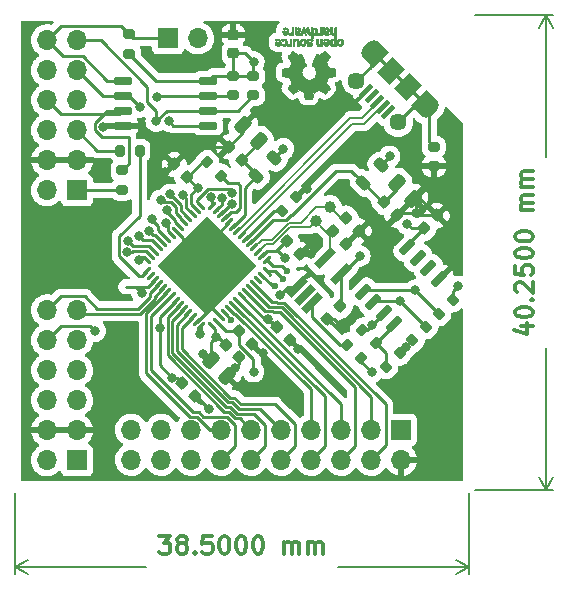
<source format=gtl>
G04 #@! TF.GenerationSoftware,KiCad,Pcbnew,(6.0.0-0)*
G04 #@! TF.CreationDate,2022-07-07T12:10:55+02:00*
G04 #@! TF.ProjectId,core-v-mini-mcu-spiboot-fpga,636f7265-2d76-42d6-9d69-6e692d6d6375,rev?*
G04 #@! TF.SameCoordinates,Original*
G04 #@! TF.FileFunction,Copper,L1,Top*
G04 #@! TF.FilePolarity,Positive*
%FSLAX46Y46*%
G04 Gerber Fmt 4.6, Leading zero omitted, Abs format (unit mm)*
G04 Created by KiCad (PCBNEW (6.0.0-0)) date 2022-07-07 12:10:55*
%MOMM*%
%LPD*%
G01*
G04 APERTURE LIST*
G04 Aperture macros list*
%AMRoundRect*
0 Rectangle with rounded corners*
0 $1 Rounding radius*
0 $2 $3 $4 $5 $6 $7 $8 $9 X,Y pos of 4 corners*
0 Add a 4 corners polygon primitive as box body*
4,1,4,$2,$3,$4,$5,$6,$7,$8,$9,$2,$3,0*
0 Add four circle primitives for the rounded corners*
1,1,$1+$1,$2,$3*
1,1,$1+$1,$4,$5*
1,1,$1+$1,$6,$7*
1,1,$1+$1,$8,$9*
0 Add four rect primitives between the rounded corners*
20,1,$1+$1,$2,$3,$4,$5,0*
20,1,$1+$1,$4,$5,$6,$7,0*
20,1,$1+$1,$6,$7,$8,$9,0*
20,1,$1+$1,$8,$9,$2,$3,0*%
%AMHorizOval*
0 Thick line with rounded ends*
0 $1 width*
0 $2 $3 position (X,Y) of the first rounded end (center of the circle)*
0 $4 $5 position (X,Y) of the second rounded end (center of the circle)*
0 Add line between two ends*
20,1,$1,$2,$3,$4,$5,0*
0 Add two circle primitives to create the rounded ends*
1,1,$1,$2,$3*
1,1,$1,$4,$5*%
%AMRotRect*
0 Rectangle, with rotation*
0 The origin of the aperture is its center*
0 $1 length*
0 $2 width*
0 $3 Rotation angle, in degrees counterclockwise*
0 Add horizontal line*
21,1,$1,$2,0,0,$3*%
G04 Aperture macros list end*
%ADD10C,0.300000*%
G04 #@! TA.AperFunction,NonConductor*
%ADD11C,0.300000*%
G04 #@! TD*
G04 #@! TA.AperFunction,NonConductor*
%ADD12C,0.200000*%
G04 #@! TD*
G04 #@! TA.AperFunction,EtchedComponent*
%ADD13C,0.010000*%
G04 #@! TD*
G04 #@! TA.AperFunction,SMDPad,CuDef*
%ADD14RoundRect,0.200000X-0.275000X0.200000X-0.275000X-0.200000X0.275000X-0.200000X0.275000X0.200000X0*%
G04 #@! TD*
G04 #@! TA.AperFunction,SMDPad,CuDef*
%ADD15RoundRect,0.250000X0.512652X0.159099X0.159099X0.512652X-0.512652X-0.159099X-0.159099X-0.512652X0*%
G04 #@! TD*
G04 #@! TA.AperFunction,SMDPad,CuDef*
%ADD16RoundRect,0.250000X-0.512652X-0.159099X-0.159099X-0.512652X0.512652X0.159099X0.159099X0.512652X0*%
G04 #@! TD*
G04 #@! TA.AperFunction,SMDPad,CuDef*
%ADD17RoundRect,0.200000X0.335876X0.053033X0.053033X0.335876X-0.335876X-0.053033X-0.053033X-0.335876X0*%
G04 #@! TD*
G04 #@! TA.AperFunction,SMDPad,CuDef*
%ADD18RoundRect,0.225000X0.250000X-0.225000X0.250000X0.225000X-0.250000X0.225000X-0.250000X-0.225000X0*%
G04 #@! TD*
G04 #@! TA.AperFunction,SMDPad,CuDef*
%ADD19RoundRect,0.062500X0.220971X0.309359X-0.309359X-0.220971X-0.220971X-0.309359X0.309359X0.220971X0*%
G04 #@! TD*
G04 #@! TA.AperFunction,SMDPad,CuDef*
%ADD20RoundRect,0.062500X-0.220971X0.309359X-0.309359X0.220971X0.220971X-0.309359X0.309359X-0.220971X0*%
G04 #@! TD*
G04 #@! TA.AperFunction,SMDPad,CuDef*
%ADD21RotRect,5.900000X5.900000X225.000000*%
G04 #@! TD*
G04 #@! TA.AperFunction,SMDPad,CuDef*
%ADD22RoundRect,0.225000X0.335876X0.017678X0.017678X0.335876X-0.335876X-0.017678X-0.017678X-0.335876X0*%
G04 #@! TD*
G04 #@! TA.AperFunction,SMDPad,CuDef*
%ADD23RoundRect,0.200000X0.275000X-0.200000X0.275000X0.200000X-0.275000X0.200000X-0.275000X-0.200000X0*%
G04 #@! TD*
G04 #@! TA.AperFunction,SMDPad,CuDef*
%ADD24RoundRect,0.150000X-0.335876X-0.548008X0.548008X0.335876X0.335876X0.548008X-0.548008X-0.335876X0*%
G04 #@! TD*
G04 #@! TA.AperFunction,SMDPad,CuDef*
%ADD25RoundRect,0.200000X0.200000X0.275000X-0.200000X0.275000X-0.200000X-0.275000X0.200000X-0.275000X0*%
G04 #@! TD*
G04 #@! TA.AperFunction,ComponentPad*
%ADD26R,1.700000X1.700000*%
G04 #@! TD*
G04 #@! TA.AperFunction,ComponentPad*
%ADD27O,1.700000X1.700000*%
G04 #@! TD*
G04 #@! TA.AperFunction,SMDPad,CuDef*
%ADD28RoundRect,0.225000X0.017678X-0.335876X0.335876X-0.017678X-0.017678X0.335876X-0.335876X0.017678X0*%
G04 #@! TD*
G04 #@! TA.AperFunction,SMDPad,CuDef*
%ADD29RoundRect,0.200000X-0.335876X-0.053033X-0.053033X-0.335876X0.335876X0.053033X0.053033X0.335876X0*%
G04 #@! TD*
G04 #@! TA.AperFunction,SMDPad,CuDef*
%ADD30RoundRect,0.200000X0.053033X-0.335876X0.335876X-0.053033X-0.053033X0.335876X-0.335876X0.053033X0*%
G04 #@! TD*
G04 #@! TA.AperFunction,SMDPad,CuDef*
%ADD31RoundRect,0.225000X-0.335876X-0.017678X-0.017678X-0.335876X0.335876X0.017678X0.017678X0.335876X0*%
G04 #@! TD*
G04 #@! TA.AperFunction,SMDPad,CuDef*
%ADD32RoundRect,0.200000X-0.053033X0.335876X-0.335876X0.053033X0.053033X-0.335876X0.335876X-0.053033X0*%
G04 #@! TD*
G04 #@! TA.AperFunction,SMDPad,CuDef*
%ADD33RoundRect,0.150000X-0.650000X-0.150000X0.650000X-0.150000X0.650000X0.150000X-0.650000X0.150000X0*%
G04 #@! TD*
G04 #@! TA.AperFunction,SMDPad,CuDef*
%ADD34RoundRect,0.218750X-0.114905X0.424264X-0.424264X0.114905X0.114905X-0.424264X0.424264X-0.114905X0*%
G04 #@! TD*
G04 #@! TA.AperFunction,SMDPad,CuDef*
%ADD35RotRect,2.000000X0.650000X45.000000*%
G04 #@! TD*
G04 #@! TA.AperFunction,SMDPad,CuDef*
%ADD36RotRect,0.400000X1.350000X135.000000*%
G04 #@! TD*
G04 #@! TA.AperFunction,SMDPad,CuDef*
%ADD37RotRect,1.200000X1.900000X135.000000*%
G04 #@! TD*
G04 #@! TA.AperFunction,ComponentPad*
%ADD38HorizOval,1.200000X-0.247487X-0.247487X0.247487X0.247487X0*%
G04 #@! TD*
G04 #@! TA.AperFunction,SMDPad,CuDef*
%ADD39RotRect,1.500000X1.900000X135.000000*%
G04 #@! TD*
G04 #@! TA.AperFunction,ComponentPad*
%ADD40HorizOval,1.200000X0.247487X0.247487X-0.247487X-0.247487X0*%
G04 #@! TD*
G04 #@! TA.AperFunction,ComponentPad*
%ADD41C,1.450000*%
G04 #@! TD*
G04 #@! TA.AperFunction,ComponentPad*
%ADD42C,1.000000*%
G04 #@! TD*
G04 #@! TA.AperFunction,ViaPad*
%ADD43C,0.800000*%
G04 #@! TD*
G04 #@! TA.AperFunction,ViaPad*
%ADD44C,0.600000*%
G04 #@! TD*
G04 #@! TA.AperFunction,Conductor*
%ADD45C,0.250000*%
G04 #@! TD*
G04 #@! TA.AperFunction,Conductor*
%ADD46C,0.200000*%
G04 #@! TD*
G04 #@! TA.AperFunction,Conductor*
%ADD47C,0.400000*%
G04 #@! TD*
G04 #@! TA.AperFunction,Conductor*
%ADD48C,0.150000*%
G04 #@! TD*
G04 APERTURE END LIST*
D10*
D11*
X88250000Y-115628571D02*
X89178571Y-115628571D01*
X88678571Y-116200000D01*
X88892857Y-116200000D01*
X89035714Y-116271428D01*
X89107142Y-116342857D01*
X89178571Y-116485714D01*
X89178571Y-116842857D01*
X89107142Y-116985714D01*
X89035714Y-117057142D01*
X88892857Y-117128571D01*
X88464285Y-117128571D01*
X88321428Y-117057142D01*
X88250000Y-116985714D01*
X90035714Y-116271428D02*
X89892857Y-116200000D01*
X89821428Y-116128571D01*
X89750000Y-115985714D01*
X89750000Y-115914285D01*
X89821428Y-115771428D01*
X89892857Y-115700000D01*
X90035714Y-115628571D01*
X90321428Y-115628571D01*
X90464285Y-115700000D01*
X90535714Y-115771428D01*
X90607142Y-115914285D01*
X90607142Y-115985714D01*
X90535714Y-116128571D01*
X90464285Y-116200000D01*
X90321428Y-116271428D01*
X90035714Y-116271428D01*
X89892857Y-116342857D01*
X89821428Y-116414285D01*
X89750000Y-116557142D01*
X89750000Y-116842857D01*
X89821428Y-116985714D01*
X89892857Y-117057142D01*
X90035714Y-117128571D01*
X90321428Y-117128571D01*
X90464285Y-117057142D01*
X90535714Y-116985714D01*
X90607142Y-116842857D01*
X90607142Y-116557142D01*
X90535714Y-116414285D01*
X90464285Y-116342857D01*
X90321428Y-116271428D01*
X91250000Y-116985714D02*
X91321428Y-117057142D01*
X91250000Y-117128571D01*
X91178571Y-117057142D01*
X91250000Y-116985714D01*
X91250000Y-117128571D01*
X92678571Y-115628571D02*
X91964285Y-115628571D01*
X91892857Y-116342857D01*
X91964285Y-116271428D01*
X92107142Y-116200000D01*
X92464285Y-116200000D01*
X92607142Y-116271428D01*
X92678571Y-116342857D01*
X92750000Y-116485714D01*
X92750000Y-116842857D01*
X92678571Y-116985714D01*
X92607142Y-117057142D01*
X92464285Y-117128571D01*
X92107142Y-117128571D01*
X91964285Y-117057142D01*
X91892857Y-116985714D01*
X93678571Y-115628571D02*
X93821428Y-115628571D01*
X93964285Y-115700000D01*
X94035714Y-115771428D01*
X94107142Y-115914285D01*
X94178571Y-116200000D01*
X94178571Y-116557142D01*
X94107142Y-116842857D01*
X94035714Y-116985714D01*
X93964285Y-117057142D01*
X93821428Y-117128571D01*
X93678571Y-117128571D01*
X93535714Y-117057142D01*
X93464285Y-116985714D01*
X93392857Y-116842857D01*
X93321428Y-116557142D01*
X93321428Y-116200000D01*
X93392857Y-115914285D01*
X93464285Y-115771428D01*
X93535714Y-115700000D01*
X93678571Y-115628571D01*
X95107142Y-115628571D02*
X95250000Y-115628571D01*
X95392857Y-115700000D01*
X95464285Y-115771428D01*
X95535714Y-115914285D01*
X95607142Y-116200000D01*
X95607142Y-116557142D01*
X95535714Y-116842857D01*
X95464285Y-116985714D01*
X95392857Y-117057142D01*
X95250000Y-117128571D01*
X95107142Y-117128571D01*
X94964285Y-117057142D01*
X94892857Y-116985714D01*
X94821428Y-116842857D01*
X94750000Y-116557142D01*
X94750000Y-116200000D01*
X94821428Y-115914285D01*
X94892857Y-115771428D01*
X94964285Y-115700000D01*
X95107142Y-115628571D01*
X96535714Y-115628571D02*
X96678571Y-115628571D01*
X96821428Y-115700000D01*
X96892857Y-115771428D01*
X96964285Y-115914285D01*
X97035714Y-116200000D01*
X97035714Y-116557142D01*
X96964285Y-116842857D01*
X96892857Y-116985714D01*
X96821428Y-117057142D01*
X96678571Y-117128571D01*
X96535714Y-117128571D01*
X96392857Y-117057142D01*
X96321428Y-116985714D01*
X96250000Y-116842857D01*
X96178571Y-116557142D01*
X96178571Y-116200000D01*
X96250000Y-115914285D01*
X96321428Y-115771428D01*
X96392857Y-115700000D01*
X96535714Y-115628571D01*
X98821428Y-117128571D02*
X98821428Y-116128571D01*
X98821428Y-116271428D02*
X98892857Y-116200000D01*
X99035714Y-116128571D01*
X99250000Y-116128571D01*
X99392857Y-116200000D01*
X99464285Y-116342857D01*
X99464285Y-117128571D01*
X99464285Y-116342857D02*
X99535714Y-116200000D01*
X99678571Y-116128571D01*
X99892857Y-116128571D01*
X100035714Y-116200000D01*
X100107142Y-116342857D01*
X100107142Y-117128571D01*
X100821428Y-117128571D02*
X100821428Y-116128571D01*
X100821428Y-116271428D02*
X100892857Y-116200000D01*
X101035714Y-116128571D01*
X101250000Y-116128571D01*
X101392857Y-116200000D01*
X101464285Y-116342857D01*
X101464285Y-117128571D01*
X101464285Y-116342857D02*
X101535714Y-116200000D01*
X101678571Y-116128571D01*
X101892857Y-116128571D01*
X102035714Y-116200000D01*
X102107142Y-116342857D01*
X102107142Y-117128571D01*
D12*
X114500000Y-112000000D02*
X114500000Y-118836420D01*
X76000000Y-112000000D02*
X76000000Y-118836420D01*
X114500000Y-118250000D02*
X103364286Y-118250000D01*
X87135715Y-118250000D02*
X76000000Y-118250000D01*
X114500000Y-118250000D02*
X113373496Y-117663579D01*
X114500000Y-118250000D02*
X113373496Y-118836421D01*
X76000000Y-118250000D02*
X77126504Y-118836421D01*
X76000000Y-118250000D02*
X77126504Y-117663579D01*
D10*
D11*
X118878571Y-97839285D02*
X119878571Y-97839285D01*
X118307142Y-98196428D02*
X119378571Y-98553571D01*
X119378571Y-97625000D01*
X118378571Y-96767857D02*
X118378571Y-96625000D01*
X118450000Y-96482142D01*
X118521428Y-96410714D01*
X118664285Y-96339285D01*
X118950000Y-96267857D01*
X119307142Y-96267857D01*
X119592857Y-96339285D01*
X119735714Y-96410714D01*
X119807142Y-96482142D01*
X119878571Y-96625000D01*
X119878571Y-96767857D01*
X119807142Y-96910714D01*
X119735714Y-96982142D01*
X119592857Y-97053571D01*
X119307142Y-97125000D01*
X118950000Y-97125000D01*
X118664285Y-97053571D01*
X118521428Y-96982142D01*
X118450000Y-96910714D01*
X118378571Y-96767857D01*
X119735714Y-95625000D02*
X119807142Y-95553571D01*
X119878571Y-95625000D01*
X119807142Y-95696428D01*
X119735714Y-95625000D01*
X119878571Y-95625000D01*
X118521428Y-94982142D02*
X118450000Y-94910714D01*
X118378571Y-94767857D01*
X118378571Y-94410714D01*
X118450000Y-94267857D01*
X118521428Y-94196428D01*
X118664285Y-94125000D01*
X118807142Y-94125000D01*
X119021428Y-94196428D01*
X119878571Y-95053571D01*
X119878571Y-94125000D01*
X118378571Y-92767857D02*
X118378571Y-93482142D01*
X119092857Y-93553571D01*
X119021428Y-93482142D01*
X118950000Y-93339285D01*
X118950000Y-92982142D01*
X119021428Y-92839285D01*
X119092857Y-92767857D01*
X119235714Y-92696428D01*
X119592857Y-92696428D01*
X119735714Y-92767857D01*
X119807142Y-92839285D01*
X119878571Y-92982142D01*
X119878571Y-93339285D01*
X119807142Y-93482142D01*
X119735714Y-93553571D01*
X118378571Y-91767857D02*
X118378571Y-91625000D01*
X118450000Y-91482142D01*
X118521428Y-91410714D01*
X118664285Y-91339285D01*
X118950000Y-91267857D01*
X119307142Y-91267857D01*
X119592857Y-91339285D01*
X119735714Y-91410714D01*
X119807142Y-91482142D01*
X119878571Y-91625000D01*
X119878571Y-91767857D01*
X119807142Y-91910714D01*
X119735714Y-91982142D01*
X119592857Y-92053571D01*
X119307142Y-92125000D01*
X118950000Y-92125000D01*
X118664285Y-92053571D01*
X118521428Y-91982142D01*
X118450000Y-91910714D01*
X118378571Y-91767857D01*
X118378571Y-90339285D02*
X118378571Y-90196428D01*
X118450000Y-90053571D01*
X118521428Y-89982142D01*
X118664285Y-89910714D01*
X118950000Y-89839285D01*
X119307142Y-89839285D01*
X119592857Y-89910714D01*
X119735714Y-89982142D01*
X119807142Y-90053571D01*
X119878571Y-90196428D01*
X119878571Y-90339285D01*
X119807142Y-90482142D01*
X119735714Y-90553571D01*
X119592857Y-90625000D01*
X119307142Y-90696428D01*
X118950000Y-90696428D01*
X118664285Y-90625000D01*
X118521428Y-90553571D01*
X118450000Y-90482142D01*
X118378571Y-90339285D01*
X119878571Y-88053571D02*
X118878571Y-88053571D01*
X119021428Y-88053571D02*
X118950000Y-87982142D01*
X118878571Y-87839285D01*
X118878571Y-87625000D01*
X118950000Y-87482142D01*
X119092857Y-87410714D01*
X119878571Y-87410714D01*
X119092857Y-87410714D02*
X118950000Y-87339285D01*
X118878571Y-87196428D01*
X118878571Y-86982142D01*
X118950000Y-86839285D01*
X119092857Y-86767857D01*
X119878571Y-86767857D01*
X119878571Y-86053571D02*
X118878571Y-86053571D01*
X119021428Y-86053571D02*
X118950000Y-85982142D01*
X118878571Y-85839285D01*
X118878571Y-85625000D01*
X118950000Y-85482142D01*
X119092857Y-85410714D01*
X119878571Y-85410714D01*
X119092857Y-85410714D02*
X118950000Y-85339285D01*
X118878571Y-85196428D01*
X118878571Y-84982142D01*
X118950000Y-84839285D01*
X119092857Y-84767857D01*
X119878571Y-84767857D01*
D12*
X115000000Y-111750000D02*
X121586420Y-111750000D01*
X115000000Y-71500000D02*
X121586420Y-71500000D01*
X121000000Y-111750000D02*
X121000000Y-99739285D01*
X121000000Y-83510714D02*
X121000000Y-71500000D01*
X121000000Y-111750000D02*
X121586421Y-110623496D01*
X121000000Y-111750000D02*
X120413579Y-110623496D01*
X121000000Y-71500000D02*
X120413579Y-72626504D01*
X121000000Y-71500000D02*
X121586421Y-72626504D01*
D13*
X102808759Y-74130816D02*
X102782247Y-74117718D01*
X102782247Y-74117718D02*
X102749553Y-74094894D01*
X102749553Y-74094894D02*
X102725725Y-74070004D01*
X102725725Y-74070004D02*
X102709406Y-74038751D01*
X102709406Y-74038751D02*
X102699240Y-73996834D01*
X102699240Y-73996834D02*
X102693872Y-73939956D01*
X102693872Y-73939956D02*
X102691944Y-73863816D01*
X102691944Y-73863816D02*
X102691831Y-73831083D01*
X102691831Y-73831083D02*
X102692161Y-73759344D01*
X102692161Y-73759344D02*
X102693527Y-73708073D01*
X102693527Y-73708073D02*
X102696500Y-73672596D01*
X102696500Y-73672596D02*
X102701649Y-73648237D01*
X102701649Y-73648237D02*
X102709543Y-73630320D01*
X102709543Y-73630320D02*
X102717757Y-73618098D01*
X102717757Y-73618098D02*
X102770187Y-73566095D01*
X102770187Y-73566095D02*
X102831930Y-73534816D01*
X102831930Y-73534816D02*
X102898536Y-73525408D01*
X102898536Y-73525408D02*
X102965558Y-73539020D01*
X102965558Y-73539020D02*
X102986792Y-73548646D01*
X102986792Y-73548646D02*
X103037624Y-73575141D01*
X103037624Y-73575141D02*
X103037624Y-73159948D01*
X103037624Y-73159948D02*
X103000525Y-73179132D01*
X103000525Y-73179132D02*
X102951643Y-73193975D01*
X102951643Y-73193975D02*
X102891561Y-73197778D01*
X102891561Y-73197778D02*
X102831564Y-73190757D01*
X102831564Y-73190757D02*
X102786256Y-73174987D01*
X102786256Y-73174987D02*
X102748675Y-73144953D01*
X102748675Y-73144953D02*
X102716564Y-73101976D01*
X102716564Y-73101976D02*
X102714150Y-73097564D01*
X102714150Y-73097564D02*
X102703967Y-73076779D01*
X102703967Y-73076779D02*
X102696530Y-73055830D01*
X102696530Y-73055830D02*
X102691411Y-73030452D01*
X102691411Y-73030452D02*
X102688181Y-72996382D01*
X102688181Y-72996382D02*
X102686413Y-72949359D01*
X102686413Y-72949359D02*
X102685677Y-72885118D01*
X102685677Y-72885118D02*
X102685544Y-72812824D01*
X102685544Y-72812824D02*
X102685544Y-72582178D01*
X102685544Y-72582178D02*
X102823861Y-72582178D01*
X102823861Y-72582178D02*
X102823861Y-73007467D01*
X102823861Y-73007467D02*
X102862549Y-73040021D01*
X102862549Y-73040021D02*
X102902738Y-73066060D01*
X102902738Y-73066060D02*
X102940797Y-73070795D01*
X102940797Y-73070795D02*
X102979066Y-73058611D01*
X102979066Y-73058611D02*
X102999462Y-73046680D01*
X102999462Y-73046680D02*
X103014642Y-73029687D01*
X103014642Y-73029687D02*
X103025438Y-73004005D01*
X103025438Y-73004005D02*
X103032683Y-72966009D01*
X103032683Y-72966009D02*
X103037208Y-72912074D01*
X103037208Y-72912074D02*
X103039844Y-72838575D01*
X103039844Y-72838575D02*
X103040772Y-72789653D01*
X103040772Y-72789653D02*
X103043911Y-72588465D01*
X103043911Y-72588465D02*
X103109926Y-72584664D01*
X103109926Y-72584664D02*
X103175940Y-72580864D01*
X103175940Y-72580864D02*
X103175940Y-73829350D01*
X103175940Y-73829350D02*
X103037624Y-73829350D01*
X103037624Y-73829350D02*
X103034097Y-73759746D01*
X103034097Y-73759746D02*
X103022215Y-73711431D01*
X103022215Y-73711431D02*
X103000020Y-73681369D01*
X103000020Y-73681369D02*
X102965559Y-73666529D01*
X102965559Y-73666529D02*
X102930742Y-73663564D01*
X102930742Y-73663564D02*
X102891329Y-73666972D01*
X102891329Y-73666972D02*
X102865171Y-73680383D01*
X102865171Y-73680383D02*
X102848814Y-73698104D01*
X102848814Y-73698104D02*
X102835937Y-73717165D01*
X102835937Y-73717165D02*
X102828272Y-73738399D01*
X102828272Y-73738399D02*
X102824861Y-73768151D01*
X102824861Y-73768151D02*
X102824749Y-73812764D01*
X102824749Y-73812764D02*
X102825897Y-73850120D01*
X102825897Y-73850120D02*
X102828532Y-73906396D01*
X102828532Y-73906396D02*
X102832456Y-73943342D01*
X102832456Y-73943342D02*
X102839063Y-73966777D01*
X102839063Y-73966777D02*
X102849749Y-73982520D01*
X102849749Y-73982520D02*
X102859833Y-73991620D01*
X102859833Y-73991620D02*
X102901970Y-74011463D01*
X102901970Y-74011463D02*
X102951840Y-74014668D01*
X102951840Y-74014668D02*
X102980476Y-74007832D01*
X102980476Y-74007832D02*
X103008828Y-73983536D01*
X103008828Y-73983536D02*
X103027609Y-73936272D01*
X103027609Y-73936272D02*
X103036712Y-73866376D01*
X103036712Y-73866376D02*
X103037624Y-73829350D01*
X103037624Y-73829350D02*
X103175940Y-73829350D01*
X103175940Y-73829350D02*
X103175940Y-74141386D01*
X103175940Y-74141386D02*
X103106782Y-74141386D01*
X103106782Y-74141386D02*
X103065260Y-74139744D01*
X103065260Y-74139744D02*
X103043838Y-74133913D01*
X103043838Y-74133913D02*
X103037626Y-74122539D01*
X103037626Y-74122539D02*
X103037624Y-74122202D01*
X103037624Y-74122202D02*
X103034742Y-74111062D01*
X103034742Y-74111062D02*
X103022030Y-74112327D01*
X103022030Y-74112327D02*
X102996757Y-74124567D01*
X102996757Y-74124567D02*
X102937869Y-74143293D01*
X102937869Y-74143293D02*
X102871615Y-74145261D01*
X102871615Y-74145261D02*
X102808759Y-74130816D01*
X102808759Y-74130816D02*
X102808759Y-74130816D01*
G36*
X103106782Y-74141386D02*
G01*
X103065260Y-74139744D01*
X103043838Y-74133913D01*
X103037626Y-74122539D01*
X103037624Y-74122202D01*
X103034742Y-74111062D01*
X103022030Y-74112327D01*
X102996757Y-74124567D01*
X102937869Y-74143293D01*
X102871615Y-74145261D01*
X102808759Y-74130816D01*
X102782247Y-74117718D01*
X102749553Y-74094894D01*
X102725725Y-74070004D01*
X102709406Y-74038751D01*
X102699240Y-73996834D01*
X102693872Y-73939956D01*
X102691944Y-73863816D01*
X102691831Y-73831083D01*
X102691915Y-73812764D01*
X102824749Y-73812764D01*
X102825897Y-73850120D01*
X102828532Y-73906396D01*
X102832456Y-73943342D01*
X102839063Y-73966777D01*
X102849749Y-73982520D01*
X102859833Y-73991620D01*
X102901970Y-74011463D01*
X102951840Y-74014668D01*
X102980476Y-74007832D01*
X103008828Y-73983536D01*
X103027609Y-73936272D01*
X103036712Y-73866376D01*
X103037624Y-73829350D01*
X103034097Y-73759746D01*
X103022215Y-73711431D01*
X103000020Y-73681369D01*
X102965559Y-73666529D01*
X102930742Y-73663564D01*
X102891329Y-73666972D01*
X102865171Y-73680383D01*
X102848814Y-73698104D01*
X102835937Y-73717165D01*
X102828272Y-73738399D01*
X102824861Y-73768151D01*
X102824749Y-73812764D01*
X102691915Y-73812764D01*
X102692161Y-73759344D01*
X102693527Y-73708073D01*
X102696500Y-73672596D01*
X102701649Y-73648237D01*
X102709543Y-73630320D01*
X102717757Y-73618098D01*
X102770187Y-73566095D01*
X102831930Y-73534816D01*
X102898536Y-73525408D01*
X102965558Y-73539020D01*
X102986792Y-73548646D01*
X103037624Y-73575141D01*
X103037624Y-73159948D01*
X103000525Y-73179132D01*
X102951643Y-73193975D01*
X102891561Y-73197778D01*
X102831564Y-73190757D01*
X102786256Y-73174987D01*
X102748675Y-73144953D01*
X102716564Y-73101976D01*
X102714150Y-73097564D01*
X102703967Y-73076779D01*
X102696530Y-73055830D01*
X102691411Y-73030452D01*
X102688181Y-72996382D01*
X102686413Y-72949359D01*
X102685677Y-72885118D01*
X102685544Y-72812824D01*
X102685544Y-72582178D01*
X102823861Y-72582178D01*
X102823861Y-73007467D01*
X102862549Y-73040021D01*
X102902738Y-73066060D01*
X102940797Y-73070795D01*
X102979066Y-73058611D01*
X102999462Y-73046680D01*
X103014642Y-73029687D01*
X103025438Y-73004005D01*
X103032683Y-72966009D01*
X103037208Y-72912074D01*
X103039844Y-72838575D01*
X103040772Y-72789653D01*
X103043911Y-72588465D01*
X103109926Y-72584664D01*
X103175940Y-72580864D01*
X103175940Y-74141386D01*
X103106782Y-74141386D01*
G37*
X103106782Y-74141386D02*
X103065260Y-74139744D01*
X103043838Y-74133913D01*
X103037626Y-74122539D01*
X103037624Y-74122202D01*
X103034742Y-74111062D01*
X103022030Y-74112327D01*
X102996757Y-74124567D01*
X102937869Y-74143293D01*
X102871615Y-74145261D01*
X102808759Y-74130816D01*
X102782247Y-74117718D01*
X102749553Y-74094894D01*
X102725725Y-74070004D01*
X102709406Y-74038751D01*
X102699240Y-73996834D01*
X102693872Y-73939956D01*
X102691944Y-73863816D01*
X102691831Y-73831083D01*
X102691915Y-73812764D01*
X102824749Y-73812764D01*
X102825897Y-73850120D01*
X102828532Y-73906396D01*
X102832456Y-73943342D01*
X102839063Y-73966777D01*
X102849749Y-73982520D01*
X102859833Y-73991620D01*
X102901970Y-74011463D01*
X102951840Y-74014668D01*
X102980476Y-74007832D01*
X103008828Y-73983536D01*
X103027609Y-73936272D01*
X103036712Y-73866376D01*
X103037624Y-73829350D01*
X103034097Y-73759746D01*
X103022215Y-73711431D01*
X103000020Y-73681369D01*
X102965559Y-73666529D01*
X102930742Y-73663564D01*
X102891329Y-73666972D01*
X102865171Y-73680383D01*
X102848814Y-73698104D01*
X102835937Y-73717165D01*
X102828272Y-73738399D01*
X102824861Y-73768151D01*
X102824749Y-73812764D01*
X102691915Y-73812764D01*
X102692161Y-73759344D01*
X102693527Y-73708073D01*
X102696500Y-73672596D01*
X102701649Y-73648237D01*
X102709543Y-73630320D01*
X102717757Y-73618098D01*
X102770187Y-73566095D01*
X102831930Y-73534816D01*
X102898536Y-73525408D01*
X102965558Y-73539020D01*
X102986792Y-73548646D01*
X103037624Y-73575141D01*
X103037624Y-73159948D01*
X103000525Y-73179132D01*
X102951643Y-73193975D01*
X102891561Y-73197778D01*
X102831564Y-73190757D01*
X102786256Y-73174987D01*
X102748675Y-73144953D01*
X102716564Y-73101976D01*
X102714150Y-73097564D01*
X102703967Y-73076779D01*
X102696530Y-73055830D01*
X102691411Y-73030452D01*
X102688181Y-72996382D01*
X102686413Y-72949359D01*
X102685677Y-72885118D01*
X102685544Y-72812824D01*
X102685544Y-72582178D01*
X102823861Y-72582178D01*
X102823861Y-73007467D01*
X102862549Y-73040021D01*
X102902738Y-73066060D01*
X102940797Y-73070795D01*
X102979066Y-73058611D01*
X102999462Y-73046680D01*
X103014642Y-73029687D01*
X103025438Y-73004005D01*
X103032683Y-72966009D01*
X103037208Y-72912074D01*
X103039844Y-72838575D01*
X103040772Y-72789653D01*
X103043911Y-72588465D01*
X103109926Y-72584664D01*
X103175940Y-72580864D01*
X103175940Y-74141386D01*
X103106782Y-74141386D01*
X102284210Y-73193445D02*
X102225055Y-73177661D01*
X102225055Y-73177661D02*
X102180023Y-73149052D01*
X102180023Y-73149052D02*
X102148246Y-73111581D01*
X102148246Y-73111581D02*
X102138366Y-73095589D01*
X102138366Y-73095589D02*
X102131073Y-73078837D01*
X102131073Y-73078837D02*
X102125974Y-73057408D01*
X102125974Y-73057408D02*
X102122679Y-73027384D01*
X102122679Y-73027384D02*
X102120797Y-72984846D01*
X102120797Y-72984846D02*
X102119937Y-72925878D01*
X102119937Y-72925878D02*
X102119707Y-72846560D01*
X102119707Y-72846560D02*
X102119703Y-72825516D01*
X102119703Y-72825516D02*
X102119703Y-72582178D01*
X102119703Y-72582178D02*
X102180059Y-72582178D01*
X102180059Y-72582178D02*
X102218557Y-72584874D01*
X102218557Y-72584874D02*
X102247023Y-72591705D01*
X102247023Y-72591705D02*
X102254155Y-72595917D01*
X102254155Y-72595917D02*
X102273652Y-72603187D01*
X102273652Y-72603187D02*
X102293566Y-72595917D01*
X102293566Y-72595917D02*
X102326353Y-72586840D01*
X102326353Y-72586840D02*
X102373978Y-72583187D01*
X102373978Y-72583187D02*
X102426764Y-72584772D01*
X102426764Y-72584772D02*
X102475036Y-72591411D01*
X102475036Y-72591411D02*
X102503218Y-72599928D01*
X102503218Y-72599928D02*
X102557753Y-72634937D01*
X102557753Y-72634937D02*
X102591835Y-72683521D01*
X102591835Y-72683521D02*
X102607157Y-72748118D01*
X102607157Y-72748118D02*
X102607299Y-72749777D01*
X102607299Y-72749777D02*
X102605955Y-72778434D01*
X102605955Y-72778434D02*
X102484356Y-72778434D01*
X102484356Y-72778434D02*
X102473726Y-72745839D01*
X102473726Y-72745839D02*
X102456410Y-72727495D01*
X102456410Y-72727495D02*
X102421652Y-72713621D01*
X102421652Y-72713621D02*
X102375773Y-72708083D01*
X102375773Y-72708083D02*
X102328988Y-72710809D01*
X102328988Y-72710809D02*
X102291514Y-72721726D01*
X102291514Y-72721726D02*
X102281015Y-72728731D01*
X102281015Y-72728731D02*
X102262668Y-72761096D01*
X102262668Y-72761096D02*
X102258020Y-72797889D01*
X102258020Y-72797889D02*
X102258020Y-72846237D01*
X102258020Y-72846237D02*
X102327582Y-72846237D01*
X102327582Y-72846237D02*
X102393667Y-72841150D01*
X102393667Y-72841150D02*
X102443764Y-72826737D01*
X102443764Y-72826737D02*
X102474929Y-72804271D01*
X102474929Y-72804271D02*
X102484356Y-72778434D01*
X102484356Y-72778434D02*
X102605955Y-72778434D01*
X102605955Y-72778434D02*
X102603987Y-72820353D01*
X102603987Y-72820353D02*
X102580710Y-72876155D01*
X102580710Y-72876155D02*
X102536948Y-72918353D01*
X102536948Y-72918353D02*
X102530899Y-72922192D01*
X102530899Y-72922192D02*
X102504907Y-72934691D01*
X102504907Y-72934691D02*
X102472735Y-72942260D01*
X102472735Y-72942260D02*
X102427760Y-72945939D01*
X102427760Y-72945939D02*
X102374331Y-72946784D01*
X102374331Y-72946784D02*
X102258020Y-72946831D01*
X102258020Y-72946831D02*
X102258020Y-72995589D01*
X102258020Y-72995589D02*
X102262953Y-73033419D01*
X102262953Y-73033419D02*
X102275543Y-73058764D01*
X102275543Y-73058764D02*
X102277017Y-73060113D01*
X102277017Y-73060113D02*
X102305034Y-73071200D01*
X102305034Y-73071200D02*
X102347326Y-73075497D01*
X102347326Y-73075497D02*
X102394064Y-73073385D01*
X102394064Y-73073385D02*
X102435418Y-73065244D01*
X102435418Y-73065244D02*
X102459957Y-73053035D01*
X102459957Y-73053035D02*
X102473253Y-73043254D01*
X102473253Y-73043254D02*
X102487294Y-73041387D01*
X102487294Y-73041387D02*
X102506671Y-73049400D01*
X102506671Y-73049400D02*
X102535976Y-73069261D01*
X102535976Y-73069261D02*
X102579803Y-73102937D01*
X102579803Y-73102937D02*
X102583825Y-73106091D01*
X102583825Y-73106091D02*
X102581764Y-73117764D01*
X102581764Y-73117764D02*
X102564568Y-73137178D01*
X102564568Y-73137178D02*
X102538433Y-73158752D01*
X102538433Y-73158752D02*
X102509552Y-73176904D01*
X102509552Y-73176904D02*
X102500478Y-73181191D01*
X102500478Y-73181191D02*
X102467380Y-73189744D01*
X102467380Y-73189744D02*
X102418880Y-73195845D01*
X102418880Y-73195845D02*
X102364695Y-73198292D01*
X102364695Y-73198292D02*
X102362161Y-73198297D01*
X102362161Y-73198297D02*
X102284210Y-73193445D01*
X102284210Y-73193445D02*
X102284210Y-73193445D01*
G36*
X102580710Y-72876155D02*
G01*
X102536948Y-72918353D01*
X102530899Y-72922192D01*
X102504907Y-72934691D01*
X102472735Y-72942260D01*
X102427760Y-72945939D01*
X102374331Y-72946784D01*
X102258020Y-72946831D01*
X102258020Y-72995589D01*
X102262953Y-73033419D01*
X102275543Y-73058764D01*
X102277017Y-73060113D01*
X102305034Y-73071200D01*
X102347326Y-73075497D01*
X102394064Y-73073385D01*
X102435418Y-73065244D01*
X102459957Y-73053035D01*
X102473253Y-73043254D01*
X102487294Y-73041387D01*
X102506671Y-73049400D01*
X102535976Y-73069261D01*
X102579803Y-73102937D01*
X102583825Y-73106091D01*
X102581764Y-73117764D01*
X102564568Y-73137178D01*
X102538433Y-73158752D01*
X102509552Y-73176904D01*
X102500478Y-73181191D01*
X102467380Y-73189744D01*
X102418880Y-73195845D01*
X102364695Y-73198292D01*
X102362161Y-73198297D01*
X102284210Y-73193445D01*
X102225055Y-73177661D01*
X102180023Y-73149052D01*
X102148246Y-73111581D01*
X102138366Y-73095589D01*
X102131073Y-73078837D01*
X102125974Y-73057408D01*
X102122679Y-73027384D01*
X102120797Y-72984846D01*
X102119937Y-72925878D01*
X102119707Y-72846560D01*
X102119707Y-72846237D01*
X102258020Y-72846237D01*
X102327582Y-72846237D01*
X102393667Y-72841150D01*
X102443764Y-72826737D01*
X102474929Y-72804271D01*
X102484356Y-72778434D01*
X102473726Y-72745839D01*
X102456410Y-72727495D01*
X102421652Y-72713621D01*
X102375773Y-72708083D01*
X102328988Y-72710809D01*
X102291514Y-72721726D01*
X102281015Y-72728731D01*
X102262668Y-72761096D01*
X102258020Y-72797889D01*
X102258020Y-72846237D01*
X102119707Y-72846237D01*
X102119703Y-72825516D01*
X102119703Y-72582178D01*
X102180059Y-72582178D01*
X102218557Y-72584874D01*
X102247023Y-72591705D01*
X102254155Y-72595917D01*
X102273652Y-72603187D01*
X102293566Y-72595917D01*
X102326353Y-72586840D01*
X102373978Y-72583187D01*
X102426764Y-72584772D01*
X102475036Y-72591411D01*
X102503218Y-72599928D01*
X102557753Y-72634937D01*
X102591835Y-72683521D01*
X102607157Y-72748118D01*
X102607299Y-72749777D01*
X102605955Y-72778434D01*
X102603987Y-72820353D01*
X102580710Y-72876155D01*
G37*
X102580710Y-72876155D02*
X102536948Y-72918353D01*
X102530899Y-72922192D01*
X102504907Y-72934691D01*
X102472735Y-72942260D01*
X102427760Y-72945939D01*
X102374331Y-72946784D01*
X102258020Y-72946831D01*
X102258020Y-72995589D01*
X102262953Y-73033419D01*
X102275543Y-73058764D01*
X102277017Y-73060113D01*
X102305034Y-73071200D01*
X102347326Y-73075497D01*
X102394064Y-73073385D01*
X102435418Y-73065244D01*
X102459957Y-73053035D01*
X102473253Y-73043254D01*
X102487294Y-73041387D01*
X102506671Y-73049400D01*
X102535976Y-73069261D01*
X102579803Y-73102937D01*
X102583825Y-73106091D01*
X102581764Y-73117764D01*
X102564568Y-73137178D01*
X102538433Y-73158752D01*
X102509552Y-73176904D01*
X102500478Y-73181191D01*
X102467380Y-73189744D01*
X102418880Y-73195845D01*
X102364695Y-73198292D01*
X102362161Y-73198297D01*
X102284210Y-73193445D01*
X102225055Y-73177661D01*
X102180023Y-73149052D01*
X102148246Y-73111581D01*
X102138366Y-73095589D01*
X102131073Y-73078837D01*
X102125974Y-73057408D01*
X102122679Y-73027384D01*
X102120797Y-72984846D01*
X102119937Y-72925878D01*
X102119707Y-72846560D01*
X102119707Y-72846237D01*
X102258020Y-72846237D01*
X102327582Y-72846237D01*
X102393667Y-72841150D01*
X102443764Y-72826737D01*
X102474929Y-72804271D01*
X102484356Y-72778434D01*
X102473726Y-72745839D01*
X102456410Y-72727495D01*
X102421652Y-72713621D01*
X102375773Y-72708083D01*
X102328988Y-72710809D01*
X102291514Y-72721726D01*
X102281015Y-72728731D01*
X102262668Y-72761096D01*
X102258020Y-72797889D01*
X102258020Y-72846237D01*
X102119707Y-72846237D01*
X102119703Y-72825516D01*
X102119703Y-72582178D01*
X102180059Y-72582178D01*
X102218557Y-72584874D01*
X102247023Y-72591705D01*
X102254155Y-72595917D01*
X102273652Y-72603187D01*
X102293566Y-72595917D01*
X102326353Y-72586840D01*
X102373978Y-72583187D01*
X102426764Y-72584772D01*
X102475036Y-72591411D01*
X102503218Y-72599928D01*
X102557753Y-72634937D01*
X102591835Y-72683521D01*
X102607157Y-72748118D01*
X102607299Y-72749777D01*
X102605955Y-72778434D01*
X102603987Y-72820353D01*
X102580710Y-72876155D01*
X101893356Y-73196980D02*
X101874539Y-73191340D01*
X101874539Y-73191340D02*
X101868473Y-73178947D01*
X101868473Y-73178947D02*
X101868218Y-73173353D01*
X101868218Y-73173353D02*
X101867129Y-73157770D01*
X101867129Y-73157770D02*
X101859632Y-73155324D01*
X101859632Y-73155324D02*
X101839381Y-73166007D01*
X101839381Y-73166007D02*
X101827351Y-73173306D01*
X101827351Y-73173306D02*
X101789400Y-73188937D01*
X101789400Y-73188937D02*
X101744072Y-73196666D01*
X101744072Y-73196666D02*
X101696544Y-73197260D01*
X101696544Y-73197260D02*
X101651995Y-73191487D01*
X101651995Y-73191487D02*
X101615602Y-73180116D01*
X101615602Y-73180116D02*
X101592543Y-73163912D01*
X101592543Y-73163912D02*
X101587996Y-73143645D01*
X101587996Y-73143645D02*
X101590291Y-73138157D01*
X101590291Y-73138157D02*
X101607020Y-73115374D01*
X101607020Y-73115374D02*
X101632963Y-73087353D01*
X101632963Y-73087353D02*
X101637655Y-73082823D01*
X101637655Y-73082823D02*
X101662383Y-73061995D01*
X101662383Y-73061995D02*
X101683718Y-73055265D01*
X101683718Y-73055265D02*
X101713555Y-73059962D01*
X101713555Y-73059962D02*
X101725508Y-73063083D01*
X101725508Y-73063083D02*
X101762705Y-73070579D01*
X101762705Y-73070579D02*
X101788859Y-73067208D01*
X101788859Y-73067208D02*
X101810946Y-73055319D01*
X101810946Y-73055319D02*
X101831178Y-73039365D01*
X101831178Y-73039365D02*
X101846079Y-73019300D01*
X101846079Y-73019300D02*
X101856434Y-72991298D01*
X101856434Y-72991298D02*
X101863029Y-72951533D01*
X101863029Y-72951533D02*
X101866649Y-72896177D01*
X101866649Y-72896177D02*
X101868078Y-72821406D01*
X101868078Y-72821406D02*
X101868218Y-72776260D01*
X101868218Y-72776260D02*
X101868218Y-72582178D01*
X101868218Y-72582178D02*
X101993960Y-72582178D01*
X101993960Y-72582178D02*
X101993960Y-73198317D01*
X101993960Y-73198317D02*
X101931089Y-73198317D01*
X101931089Y-73198317D02*
X101893356Y-73196980D01*
X101893356Y-73196980D02*
X101893356Y-73196980D01*
G36*
X101993960Y-73198317D02*
G01*
X101931089Y-73198317D01*
X101893356Y-73196980D01*
X101874539Y-73191340D01*
X101868473Y-73178947D01*
X101868218Y-73173353D01*
X101867129Y-73157770D01*
X101859632Y-73155324D01*
X101839381Y-73166007D01*
X101827351Y-73173306D01*
X101789400Y-73188937D01*
X101744072Y-73196666D01*
X101696544Y-73197260D01*
X101651995Y-73191487D01*
X101615602Y-73180116D01*
X101592543Y-73163912D01*
X101587996Y-73143645D01*
X101590291Y-73138157D01*
X101607020Y-73115374D01*
X101632963Y-73087353D01*
X101637655Y-73082823D01*
X101662383Y-73061995D01*
X101683718Y-73055265D01*
X101713555Y-73059962D01*
X101725508Y-73063083D01*
X101762705Y-73070579D01*
X101788859Y-73067208D01*
X101810946Y-73055319D01*
X101831178Y-73039365D01*
X101846079Y-73019300D01*
X101856434Y-72991298D01*
X101863029Y-72951533D01*
X101866649Y-72896177D01*
X101868078Y-72821406D01*
X101868218Y-72776260D01*
X101868218Y-72582178D01*
X101993960Y-72582178D01*
X101993960Y-73198317D01*
G37*
X101993960Y-73198317D02*
X101931089Y-73198317D01*
X101893356Y-73196980D01*
X101874539Y-73191340D01*
X101868473Y-73178947D01*
X101868218Y-73173353D01*
X101867129Y-73157770D01*
X101859632Y-73155324D01*
X101839381Y-73166007D01*
X101827351Y-73173306D01*
X101789400Y-73188937D01*
X101744072Y-73196666D01*
X101696544Y-73197260D01*
X101651995Y-73191487D01*
X101615602Y-73180116D01*
X101592543Y-73163912D01*
X101587996Y-73143645D01*
X101590291Y-73138157D01*
X101607020Y-73115374D01*
X101632963Y-73087353D01*
X101637655Y-73082823D01*
X101662383Y-73061995D01*
X101683718Y-73055265D01*
X101713555Y-73059962D01*
X101725508Y-73063083D01*
X101762705Y-73070579D01*
X101788859Y-73067208D01*
X101810946Y-73055319D01*
X101831178Y-73039365D01*
X101846079Y-73019300D01*
X101856434Y-72991298D01*
X101863029Y-72951533D01*
X101866649Y-72896177D01*
X101868078Y-72821406D01*
X101868218Y-72776260D01*
X101868218Y-72582178D01*
X101993960Y-72582178D01*
X101993960Y-73198317D01*
X101101188Y-72582178D02*
X101170346Y-72582178D01*
X101170346Y-72582178D02*
X101210488Y-72583355D01*
X101210488Y-72583355D02*
X101231394Y-72588228D01*
X101231394Y-72588228D02*
X101238922Y-72598814D01*
X101238922Y-72598814D02*
X101239505Y-72605971D01*
X101239505Y-72605971D02*
X101240774Y-72620324D01*
X101240774Y-72620324D02*
X101248779Y-72623077D01*
X101248779Y-72623077D02*
X101269815Y-72614229D01*
X101269815Y-72614229D02*
X101286173Y-72605971D01*
X101286173Y-72605971D02*
X101348977Y-72586403D01*
X101348977Y-72586403D02*
X101417248Y-72585271D01*
X101417248Y-72585271D02*
X101472752Y-72599865D01*
X101472752Y-72599865D02*
X101524438Y-72635123D01*
X101524438Y-72635123D02*
X101563838Y-72687165D01*
X101563838Y-72687165D02*
X101585413Y-72748550D01*
X101585413Y-72748550D02*
X101585962Y-72751982D01*
X101585962Y-72751982D02*
X101589167Y-72789429D01*
X101589167Y-72789429D02*
X101590761Y-72843187D01*
X101590761Y-72843187D02*
X101590633Y-72883845D01*
X101590633Y-72883845D02*
X101453279Y-72883845D01*
X101453279Y-72883845D02*
X101450097Y-72829806D01*
X101450097Y-72829806D02*
X101442859Y-72785265D01*
X101442859Y-72785265D02*
X101433060Y-72760112D01*
X101433060Y-72760112D02*
X101395989Y-72725740D01*
X101395989Y-72725740D02*
X101351974Y-72713418D01*
X101351974Y-72713418D02*
X101306584Y-72723382D01*
X101306584Y-72723382D02*
X101267797Y-72753105D01*
X101267797Y-72753105D02*
X101253108Y-72773095D01*
X101253108Y-72773095D02*
X101244519Y-72796950D01*
X101244519Y-72796950D02*
X101240496Y-72831770D01*
X101240496Y-72831770D02*
X101239505Y-72884070D01*
X101239505Y-72884070D02*
X101241278Y-72935861D01*
X101241278Y-72935861D02*
X101245963Y-72981366D01*
X101245963Y-72981366D02*
X101252603Y-73011819D01*
X101252603Y-73011819D02*
X101253710Y-73014548D01*
X101253710Y-73014548D02*
X101280491Y-73047000D01*
X101280491Y-73047000D02*
X101319579Y-73064817D01*
X101319579Y-73064817D02*
X101363315Y-73067694D01*
X101363315Y-73067694D02*
X101404038Y-73055326D01*
X101404038Y-73055326D02*
X101434087Y-73027407D01*
X101434087Y-73027407D02*
X101437204Y-73021852D01*
X101437204Y-73021852D02*
X101446961Y-72987978D01*
X101446961Y-72987978D02*
X101452277Y-72939272D01*
X101452277Y-72939272D02*
X101453279Y-72883845D01*
X101453279Y-72883845D02*
X101590633Y-72883845D01*
X101590633Y-72883845D02*
X101590568Y-72904460D01*
X101590568Y-72904460D02*
X101589664Y-72937437D01*
X101589664Y-72937437D02*
X101583514Y-73019019D01*
X101583514Y-73019019D02*
X101570733Y-73080270D01*
X101570733Y-73080270D02*
X101549471Y-73125551D01*
X101549471Y-73125551D02*
X101517878Y-73159221D01*
X101517878Y-73159221D02*
X101487207Y-73178986D01*
X101487207Y-73178986D02*
X101444354Y-73192880D01*
X101444354Y-73192880D02*
X101391056Y-73197646D01*
X101391056Y-73197646D02*
X101336480Y-73193764D01*
X101336480Y-73193764D02*
X101289792Y-73181718D01*
X101289792Y-73181718D02*
X101265124Y-73167307D01*
X101265124Y-73167307D02*
X101239505Y-73144122D01*
X101239505Y-73144122D02*
X101239505Y-73437227D01*
X101239505Y-73437227D02*
X101101188Y-73437227D01*
X101101188Y-73437227D02*
X101101188Y-72582178D01*
X101101188Y-72582178D02*
X101101188Y-72582178D01*
G36*
X101589664Y-72937437D02*
G01*
X101583514Y-73019019D01*
X101570733Y-73080270D01*
X101549471Y-73125551D01*
X101517878Y-73159221D01*
X101487207Y-73178986D01*
X101444354Y-73192880D01*
X101391056Y-73197646D01*
X101336480Y-73193764D01*
X101289792Y-73181718D01*
X101265124Y-73167307D01*
X101239505Y-73144122D01*
X101239505Y-73437227D01*
X101101188Y-73437227D01*
X101101188Y-72884070D01*
X101239505Y-72884070D01*
X101241278Y-72935861D01*
X101245963Y-72981366D01*
X101252603Y-73011819D01*
X101253710Y-73014548D01*
X101280491Y-73047000D01*
X101319579Y-73064817D01*
X101363315Y-73067694D01*
X101404038Y-73055326D01*
X101434087Y-73027407D01*
X101437204Y-73021852D01*
X101446961Y-72987978D01*
X101452277Y-72939272D01*
X101453279Y-72883845D01*
X101450097Y-72829806D01*
X101442859Y-72785265D01*
X101433060Y-72760112D01*
X101395989Y-72725740D01*
X101351974Y-72713418D01*
X101306584Y-72723382D01*
X101267797Y-72753105D01*
X101253108Y-72773095D01*
X101244519Y-72796950D01*
X101240496Y-72831770D01*
X101239505Y-72884070D01*
X101101188Y-72884070D01*
X101101188Y-72582178D01*
X101170346Y-72582178D01*
X101210488Y-72583355D01*
X101231394Y-72588228D01*
X101238922Y-72598814D01*
X101239505Y-72605971D01*
X101240774Y-72620324D01*
X101248779Y-72623077D01*
X101269815Y-72614229D01*
X101286173Y-72605971D01*
X101348977Y-72586403D01*
X101417248Y-72585271D01*
X101472752Y-72599865D01*
X101524438Y-72635123D01*
X101563838Y-72687165D01*
X101585413Y-72748550D01*
X101585962Y-72751982D01*
X101589167Y-72789429D01*
X101590761Y-72843187D01*
X101590633Y-72883845D01*
X101590568Y-72904460D01*
X101589664Y-72937437D01*
G37*
X101589664Y-72937437D02*
X101583514Y-73019019D01*
X101570733Y-73080270D01*
X101549471Y-73125551D01*
X101517878Y-73159221D01*
X101487207Y-73178986D01*
X101444354Y-73192880D01*
X101391056Y-73197646D01*
X101336480Y-73193764D01*
X101289792Y-73181718D01*
X101265124Y-73167307D01*
X101239505Y-73144122D01*
X101239505Y-73437227D01*
X101101188Y-73437227D01*
X101101188Y-72884070D01*
X101239505Y-72884070D01*
X101241278Y-72935861D01*
X101245963Y-72981366D01*
X101252603Y-73011819D01*
X101253710Y-73014548D01*
X101280491Y-73047000D01*
X101319579Y-73064817D01*
X101363315Y-73067694D01*
X101404038Y-73055326D01*
X101434087Y-73027407D01*
X101437204Y-73021852D01*
X101446961Y-72987978D01*
X101452277Y-72939272D01*
X101453279Y-72883845D01*
X101450097Y-72829806D01*
X101442859Y-72785265D01*
X101433060Y-72760112D01*
X101395989Y-72725740D01*
X101351974Y-72713418D01*
X101306584Y-72723382D01*
X101267797Y-72753105D01*
X101253108Y-72773095D01*
X101244519Y-72796950D01*
X101240496Y-72831770D01*
X101239505Y-72884070D01*
X101101188Y-72884070D01*
X101101188Y-72582178D01*
X101170346Y-72582178D01*
X101210488Y-72583355D01*
X101231394Y-72588228D01*
X101238922Y-72598814D01*
X101239505Y-72605971D01*
X101240774Y-72620324D01*
X101248779Y-72623077D01*
X101269815Y-72614229D01*
X101286173Y-72605971D01*
X101348977Y-72586403D01*
X101417248Y-72585271D01*
X101472752Y-72599865D01*
X101524438Y-72635123D01*
X101563838Y-72687165D01*
X101585413Y-72748550D01*
X101585962Y-72751982D01*
X101589167Y-72789429D01*
X101590761Y-72843187D01*
X101590633Y-72883845D01*
X101590568Y-72904460D01*
X101589664Y-72937437D01*
X100618476Y-73195763D02*
X100568745Y-73192029D01*
X100568745Y-73192029D02*
X100438709Y-72802227D01*
X100438709Y-72802227D02*
X100418322Y-72871386D01*
X100418322Y-72871386D02*
X100406054Y-72914126D01*
X100406054Y-72914126D02*
X100389915Y-72971885D01*
X100389915Y-72971885D02*
X100372488Y-73035375D01*
X100372488Y-73035375D02*
X100363274Y-73069430D01*
X100363274Y-73069430D02*
X100328612Y-73198317D01*
X100328612Y-73198317D02*
X100185609Y-73198317D01*
X100185609Y-73198317D02*
X100228354Y-73063143D01*
X100228354Y-73063143D02*
X100249404Y-72996658D01*
X100249404Y-72996658D02*
X100274833Y-72916461D01*
X100274833Y-72916461D02*
X100301390Y-72832807D01*
X100301390Y-72832807D02*
X100325098Y-72758218D01*
X100325098Y-72758218D02*
X100379098Y-72588465D01*
X100379098Y-72588465D02*
X100437402Y-72584672D01*
X100437402Y-72584672D02*
X100495705Y-72580878D01*
X100495705Y-72580878D02*
X100527321Y-72685266D01*
X100527321Y-72685266D02*
X100546818Y-72750111D01*
X100546818Y-72750111D02*
X100568096Y-72821600D01*
X100568096Y-72821600D02*
X100586692Y-72884737D01*
X100586692Y-72884737D02*
X100587426Y-72887250D01*
X100587426Y-72887250D02*
X100601316Y-72930031D01*
X100601316Y-72930031D02*
X100613571Y-72959221D01*
X100613571Y-72959221D02*
X100622154Y-72970259D01*
X100622154Y-72970259D02*
X100623918Y-72968982D01*
X100623918Y-72968982D02*
X100630109Y-72951870D01*
X100630109Y-72951870D02*
X100641872Y-72915213D01*
X100641872Y-72915213D02*
X100657775Y-72863622D01*
X100657775Y-72863622D02*
X100676386Y-72801706D01*
X100676386Y-72801706D02*
X100686457Y-72767648D01*
X100686457Y-72767648D02*
X100740993Y-72582178D01*
X100740993Y-72582178D02*
X100856736Y-72582178D01*
X100856736Y-72582178D02*
X100949263Y-72874529D01*
X100949263Y-72874529D02*
X100975256Y-72956538D01*
X100975256Y-72956538D02*
X100998934Y-73031013D01*
X100998934Y-73031013D02*
X101019180Y-73094456D01*
X101019180Y-73094456D02*
X101034874Y-73143368D01*
X101034874Y-73143368D02*
X101044898Y-73174251D01*
X101044898Y-73174251D02*
X101047945Y-73183274D01*
X101047945Y-73183274D02*
X101045533Y-73192513D01*
X101045533Y-73192513D02*
X101026592Y-73196559D01*
X101026592Y-73196559D02*
X100987177Y-73196154D01*
X100987177Y-73196154D02*
X100981007Y-73195848D01*
X100981007Y-73195848D02*
X100907914Y-73192029D01*
X100907914Y-73192029D02*
X100860043Y-73015990D01*
X100860043Y-73015990D02*
X100842447Y-72951789D01*
X100842447Y-72951789D02*
X100826723Y-72895351D01*
X100826723Y-72895351D02*
X100814254Y-72851578D01*
X100814254Y-72851578D02*
X100806426Y-72825370D01*
X100806426Y-72825370D02*
X100804980Y-72821097D01*
X100804980Y-72821097D02*
X100798986Y-72826010D01*
X100798986Y-72826010D02*
X100786899Y-72851468D01*
X100786899Y-72851468D02*
X100770107Y-72894003D01*
X100770107Y-72894003D02*
X100749997Y-72950150D01*
X100749997Y-72950150D02*
X100732997Y-73000870D01*
X100732997Y-73000870D02*
X100668206Y-73199496D01*
X100668206Y-73199496D02*
X100618476Y-73195763D01*
X100618476Y-73195763D02*
X100618476Y-73195763D01*
G36*
X100527321Y-72685266D02*
G01*
X100546818Y-72750111D01*
X100568096Y-72821600D01*
X100586692Y-72884737D01*
X100587426Y-72887250D01*
X100601316Y-72930031D01*
X100613571Y-72959221D01*
X100622154Y-72970259D01*
X100623918Y-72968982D01*
X100630109Y-72951870D01*
X100641872Y-72915213D01*
X100657775Y-72863622D01*
X100676386Y-72801706D01*
X100686457Y-72767648D01*
X100740993Y-72582178D01*
X100856736Y-72582178D01*
X100949263Y-72874529D01*
X100975256Y-72956538D01*
X100998934Y-73031013D01*
X101019180Y-73094456D01*
X101034874Y-73143368D01*
X101044898Y-73174251D01*
X101047945Y-73183274D01*
X101045533Y-73192513D01*
X101026592Y-73196559D01*
X100987177Y-73196154D01*
X100981007Y-73195848D01*
X100907914Y-73192029D01*
X100860043Y-73015990D01*
X100842447Y-72951789D01*
X100826723Y-72895351D01*
X100814254Y-72851578D01*
X100806426Y-72825370D01*
X100804980Y-72821097D01*
X100798986Y-72826010D01*
X100786899Y-72851468D01*
X100770107Y-72894003D01*
X100749997Y-72950150D01*
X100732997Y-73000870D01*
X100668206Y-73199496D01*
X100618476Y-73195763D01*
X100568745Y-73192029D01*
X100438709Y-72802227D01*
X100418322Y-72871386D01*
X100406054Y-72914126D01*
X100389915Y-72971885D01*
X100372488Y-73035375D01*
X100363274Y-73069430D01*
X100328612Y-73198317D01*
X100185609Y-73198317D01*
X100228354Y-73063143D01*
X100249404Y-72996658D01*
X100274833Y-72916461D01*
X100301390Y-72832807D01*
X100325098Y-72758218D01*
X100379098Y-72588465D01*
X100437402Y-72584672D01*
X100495705Y-72580878D01*
X100527321Y-72685266D01*
G37*
X100527321Y-72685266D02*
X100546818Y-72750111D01*
X100568096Y-72821600D01*
X100586692Y-72884737D01*
X100587426Y-72887250D01*
X100601316Y-72930031D01*
X100613571Y-72959221D01*
X100622154Y-72970259D01*
X100623918Y-72968982D01*
X100630109Y-72951870D01*
X100641872Y-72915213D01*
X100657775Y-72863622D01*
X100676386Y-72801706D01*
X100686457Y-72767648D01*
X100740993Y-72582178D01*
X100856736Y-72582178D01*
X100949263Y-72874529D01*
X100975256Y-72956538D01*
X100998934Y-73031013D01*
X101019180Y-73094456D01*
X101034874Y-73143368D01*
X101044898Y-73174251D01*
X101047945Y-73183274D01*
X101045533Y-73192513D01*
X101026592Y-73196559D01*
X100987177Y-73196154D01*
X100981007Y-73195848D01*
X100907914Y-73192029D01*
X100860043Y-73015990D01*
X100842447Y-72951789D01*
X100826723Y-72895351D01*
X100814254Y-72851578D01*
X100806426Y-72825370D01*
X100804980Y-72821097D01*
X100798986Y-72826010D01*
X100786899Y-72851468D01*
X100770107Y-72894003D01*
X100749997Y-72950150D01*
X100732997Y-73000870D01*
X100668206Y-73199496D01*
X100618476Y-73195763D01*
X100568745Y-73192029D01*
X100438709Y-72802227D01*
X100418322Y-72871386D01*
X100406054Y-72914126D01*
X100389915Y-72971885D01*
X100372488Y-73035375D01*
X100363274Y-73069430D01*
X100328612Y-73198317D01*
X100185609Y-73198317D01*
X100228354Y-73063143D01*
X100249404Y-72996658D01*
X100274833Y-72916461D01*
X100301390Y-72832807D01*
X100325098Y-72758218D01*
X100379098Y-72588465D01*
X100437402Y-72584672D01*
X100495705Y-72580878D01*
X100527321Y-72685266D01*
X99861589Y-73194583D02*
X99808589Y-73181710D01*
X99808589Y-73181710D02*
X99793269Y-73174890D01*
X99793269Y-73174890D02*
X99763572Y-73157026D01*
X99763572Y-73157026D02*
X99740780Y-73136907D01*
X99740780Y-73136907D02*
X99723917Y-73111038D01*
X99723917Y-73111038D02*
X99712002Y-73075927D01*
X99712002Y-73075927D02*
X99704058Y-73028080D01*
X99704058Y-73028080D02*
X99699106Y-72964004D01*
X99699106Y-72964004D02*
X99696169Y-72880206D01*
X99696169Y-72880206D02*
X99695053Y-72824232D01*
X99695053Y-72824232D02*
X99690948Y-72582178D01*
X99690948Y-72582178D02*
X99761068Y-72582178D01*
X99761068Y-72582178D02*
X99803607Y-72583962D01*
X99803607Y-72583962D02*
X99825524Y-72590058D01*
X99825524Y-72590058D02*
X99831188Y-72600294D01*
X99831188Y-72600294D02*
X99834179Y-72611363D01*
X99834179Y-72611363D02*
X99847549Y-72609246D01*
X99847549Y-72609246D02*
X99865767Y-72600371D01*
X99865767Y-72600371D02*
X99911376Y-72586767D01*
X99911376Y-72586767D02*
X99969993Y-72583101D01*
X99969993Y-72583101D02*
X100031646Y-72589097D01*
X100031646Y-72589097D02*
X100086362Y-72604479D01*
X100086362Y-72604479D02*
X100091270Y-72606614D01*
X100091270Y-72606614D02*
X100141277Y-72641745D01*
X100141277Y-72641745D02*
X100174244Y-72690581D01*
X100174244Y-72690581D02*
X100189413Y-72747667D01*
X100189413Y-72747667D02*
X100188254Y-72768176D01*
X100188254Y-72768176D02*
X100064492Y-72768176D01*
X100064492Y-72768176D02*
X100053587Y-72740575D01*
X100053587Y-72740575D02*
X100021255Y-72720796D01*
X100021255Y-72720796D02*
X99969090Y-72710181D01*
X99969090Y-72710181D02*
X99941213Y-72708772D01*
X99941213Y-72708772D02*
X99894753Y-72712380D01*
X99894753Y-72712380D02*
X99863871Y-72726403D01*
X99863871Y-72726403D02*
X99856336Y-72733069D01*
X99856336Y-72733069D02*
X99835924Y-72769334D01*
X99835924Y-72769334D02*
X99831188Y-72802227D01*
X99831188Y-72802227D02*
X99831188Y-72846237D01*
X99831188Y-72846237D02*
X99892487Y-72846237D01*
X99892487Y-72846237D02*
X99963744Y-72842605D01*
X99963744Y-72842605D02*
X100013724Y-72831182D01*
X100013724Y-72831182D02*
X100045304Y-72811176D01*
X100045304Y-72811176D02*
X100052374Y-72802257D01*
X100052374Y-72802257D02*
X100064492Y-72768176D01*
X100064492Y-72768176D02*
X100188254Y-72768176D01*
X100188254Y-72768176D02*
X100186029Y-72807544D01*
X100186029Y-72807544D02*
X100163337Y-72864756D01*
X100163337Y-72864756D02*
X100132376Y-72903420D01*
X100132376Y-72903420D02*
X100113624Y-72920136D01*
X100113624Y-72920136D02*
X100095267Y-72931122D01*
X100095267Y-72931122D02*
X100071381Y-72937820D01*
X100071381Y-72937820D02*
X100036043Y-72941674D01*
X100036043Y-72941674D02*
X99983331Y-72944127D01*
X99983331Y-72944127D02*
X99962423Y-72944832D01*
X99962423Y-72944832D02*
X99831188Y-72949121D01*
X99831188Y-72949121D02*
X99831380Y-72988842D01*
X99831380Y-72988842D02*
X99836463Y-73030595D01*
X99836463Y-73030595D02*
X99854838Y-73055842D01*
X99854838Y-73055842D02*
X99891961Y-73071970D01*
X99891961Y-73071970D02*
X99892957Y-73072258D01*
X99892957Y-73072258D02*
X99945590Y-73078600D01*
X99945590Y-73078600D02*
X99997094Y-73070316D01*
X99997094Y-73070316D02*
X100035370Y-73050173D01*
X100035370Y-73050173D02*
X100050728Y-73040227D01*
X100050728Y-73040227D02*
X100067270Y-73041603D01*
X100067270Y-73041603D02*
X100092725Y-73056013D01*
X100092725Y-73056013D02*
X100107672Y-73066183D01*
X100107672Y-73066183D02*
X100136909Y-73087912D01*
X100136909Y-73087912D02*
X100155020Y-73104200D01*
X100155020Y-73104200D02*
X100157926Y-73108863D01*
X100157926Y-73108863D02*
X100145960Y-73132995D01*
X100145960Y-73132995D02*
X100110604Y-73161815D01*
X100110604Y-73161815D02*
X100095247Y-73171539D01*
X100095247Y-73171539D02*
X100051099Y-73188286D01*
X100051099Y-73188286D02*
X99991602Y-73197773D01*
X99991602Y-73197773D02*
X99925513Y-73199905D01*
X99925513Y-73199905D02*
X99861589Y-73194583D01*
X99861589Y-73194583D02*
X99861589Y-73194583D01*
G36*
X100163337Y-72864756D02*
G01*
X100132376Y-72903420D01*
X100113624Y-72920136D01*
X100095267Y-72931122D01*
X100071381Y-72937820D01*
X100036043Y-72941674D01*
X99983331Y-72944127D01*
X99962423Y-72944832D01*
X99831188Y-72949121D01*
X99831380Y-72988842D01*
X99836463Y-73030595D01*
X99854838Y-73055842D01*
X99891961Y-73071970D01*
X99892957Y-73072258D01*
X99945590Y-73078600D01*
X99997094Y-73070316D01*
X100035370Y-73050173D01*
X100050728Y-73040227D01*
X100067270Y-73041603D01*
X100092725Y-73056013D01*
X100107672Y-73066183D01*
X100136909Y-73087912D01*
X100155020Y-73104200D01*
X100157926Y-73108863D01*
X100145960Y-73132995D01*
X100110604Y-73161815D01*
X100095247Y-73171539D01*
X100051099Y-73188286D01*
X99991602Y-73197773D01*
X99925513Y-73199905D01*
X99861589Y-73194583D01*
X99808589Y-73181710D01*
X99793269Y-73174890D01*
X99763572Y-73157026D01*
X99740780Y-73136907D01*
X99723917Y-73111038D01*
X99712002Y-73075927D01*
X99704058Y-73028080D01*
X99699106Y-72964004D01*
X99696169Y-72880206D01*
X99695492Y-72846237D01*
X99831188Y-72846237D01*
X99892487Y-72846237D01*
X99963744Y-72842605D01*
X100013724Y-72831182D01*
X100045304Y-72811176D01*
X100052374Y-72802257D01*
X100064492Y-72768176D01*
X100053587Y-72740575D01*
X100021255Y-72720796D01*
X99969090Y-72710181D01*
X99941213Y-72708772D01*
X99894753Y-72712380D01*
X99863871Y-72726403D01*
X99856336Y-72733069D01*
X99835924Y-72769334D01*
X99831188Y-72802227D01*
X99831188Y-72846237D01*
X99695492Y-72846237D01*
X99695053Y-72824232D01*
X99690948Y-72582178D01*
X99761068Y-72582178D01*
X99803607Y-72583962D01*
X99825524Y-72590058D01*
X99831188Y-72600294D01*
X99834179Y-72611363D01*
X99847549Y-72609246D01*
X99865767Y-72600371D01*
X99911376Y-72586767D01*
X99969993Y-72583101D01*
X100031646Y-72589097D01*
X100086362Y-72604479D01*
X100091270Y-72606614D01*
X100141277Y-72641745D01*
X100174244Y-72690581D01*
X100189413Y-72747667D01*
X100188254Y-72768176D01*
X100186029Y-72807544D01*
X100163337Y-72864756D01*
G37*
X100163337Y-72864756D02*
X100132376Y-72903420D01*
X100113624Y-72920136D01*
X100095267Y-72931122D01*
X100071381Y-72937820D01*
X100036043Y-72941674D01*
X99983331Y-72944127D01*
X99962423Y-72944832D01*
X99831188Y-72949121D01*
X99831380Y-72988842D01*
X99836463Y-73030595D01*
X99854838Y-73055842D01*
X99891961Y-73071970D01*
X99892957Y-73072258D01*
X99945590Y-73078600D01*
X99997094Y-73070316D01*
X100035370Y-73050173D01*
X100050728Y-73040227D01*
X100067270Y-73041603D01*
X100092725Y-73056013D01*
X100107672Y-73066183D01*
X100136909Y-73087912D01*
X100155020Y-73104200D01*
X100157926Y-73108863D01*
X100145960Y-73132995D01*
X100110604Y-73161815D01*
X100095247Y-73171539D01*
X100051099Y-73188286D01*
X99991602Y-73197773D01*
X99925513Y-73199905D01*
X99861589Y-73194583D01*
X99808589Y-73181710D01*
X99793269Y-73174890D01*
X99763572Y-73157026D01*
X99740780Y-73136907D01*
X99723917Y-73111038D01*
X99712002Y-73075927D01*
X99704058Y-73028080D01*
X99699106Y-72964004D01*
X99696169Y-72880206D01*
X99695492Y-72846237D01*
X99831188Y-72846237D01*
X99892487Y-72846237D01*
X99963744Y-72842605D01*
X100013724Y-72831182D01*
X100045304Y-72811176D01*
X100052374Y-72802257D01*
X100064492Y-72768176D01*
X100053587Y-72740575D01*
X100021255Y-72720796D01*
X99969090Y-72710181D01*
X99941213Y-72708772D01*
X99894753Y-72712380D01*
X99863871Y-72726403D01*
X99856336Y-72733069D01*
X99835924Y-72769334D01*
X99831188Y-72802227D01*
X99831188Y-72846237D01*
X99695492Y-72846237D01*
X99695053Y-72824232D01*
X99690948Y-72582178D01*
X99761068Y-72582178D01*
X99803607Y-72583962D01*
X99825524Y-72590058D01*
X99831188Y-72600294D01*
X99834179Y-72611363D01*
X99847549Y-72609246D01*
X99865767Y-72600371D01*
X99911376Y-72586767D01*
X99969993Y-72583101D01*
X100031646Y-72589097D01*
X100086362Y-72604479D01*
X100091270Y-72606614D01*
X100141277Y-72641745D01*
X100174244Y-72690581D01*
X100189413Y-72747667D01*
X100188254Y-72768176D01*
X100186029Y-72807544D01*
X100163337Y-72864756D01*
X99264745Y-73198514D02*
X99216405Y-73188985D01*
X99216405Y-73188985D02*
X99188886Y-73174875D01*
X99188886Y-73174875D02*
X99159936Y-73151432D01*
X99159936Y-73151432D02*
X99201124Y-73099429D01*
X99201124Y-73099429D02*
X99226518Y-73067936D01*
X99226518Y-73067936D02*
X99243762Y-73052572D01*
X99243762Y-73052572D02*
X99260898Y-73050224D01*
X99260898Y-73050224D02*
X99285973Y-73057783D01*
X99285973Y-73057783D02*
X99297743Y-73062059D01*
X99297743Y-73062059D02*
X99345730Y-73068369D01*
X99345730Y-73068369D02*
X99389676Y-73054844D01*
X99389676Y-73054844D02*
X99421940Y-73024290D01*
X99421940Y-73024290D02*
X99427181Y-73014548D01*
X99427181Y-73014548D02*
X99432888Y-72988742D01*
X99432888Y-72988742D02*
X99437294Y-72941183D01*
X99437294Y-72941183D02*
X99440189Y-72875242D01*
X99440189Y-72875242D02*
X99441369Y-72794290D01*
X99441369Y-72794290D02*
X99441386Y-72782774D01*
X99441386Y-72782774D02*
X99441386Y-72582178D01*
X99441386Y-72582178D02*
X99579703Y-72582178D01*
X99579703Y-72582178D02*
X99579703Y-73198317D01*
X99579703Y-73198317D02*
X99510544Y-73198317D01*
X99510544Y-73198317D02*
X99470667Y-73197275D01*
X99470667Y-73197275D02*
X99449893Y-73192642D01*
X99449893Y-73192642D02*
X99442211Y-73182151D01*
X99442211Y-73182151D02*
X99441386Y-73172255D01*
X99441386Y-73172255D02*
X99441386Y-73146194D01*
X99441386Y-73146194D02*
X99408255Y-73172255D01*
X99408255Y-73172255D02*
X99370265Y-73190035D01*
X99370265Y-73190035D02*
X99319230Y-73198826D01*
X99319230Y-73198826D02*
X99264745Y-73198514D01*
X99264745Y-73198514D02*
X99264745Y-73198514D01*
G36*
X99579703Y-73198317D02*
G01*
X99510544Y-73198317D01*
X99470667Y-73197275D01*
X99449893Y-73192642D01*
X99442211Y-73182151D01*
X99441386Y-73172255D01*
X99441386Y-73146194D01*
X99408255Y-73172255D01*
X99370265Y-73190035D01*
X99319230Y-73198826D01*
X99264745Y-73198514D01*
X99216405Y-73188985D01*
X99188886Y-73174875D01*
X99159936Y-73151432D01*
X99201124Y-73099429D01*
X99226518Y-73067936D01*
X99243762Y-73052572D01*
X99260898Y-73050224D01*
X99285973Y-73057783D01*
X99297743Y-73062059D01*
X99345730Y-73068369D01*
X99389676Y-73054844D01*
X99421940Y-73024290D01*
X99427181Y-73014548D01*
X99432888Y-72988742D01*
X99437294Y-72941183D01*
X99440189Y-72875242D01*
X99441369Y-72794290D01*
X99441386Y-72782774D01*
X99441386Y-72582178D01*
X99579703Y-72582178D01*
X99579703Y-73198317D01*
G37*
X99579703Y-73198317D02*
X99510544Y-73198317D01*
X99470667Y-73197275D01*
X99449893Y-73192642D01*
X99442211Y-73182151D01*
X99441386Y-73172255D01*
X99441386Y-73146194D01*
X99408255Y-73172255D01*
X99370265Y-73190035D01*
X99319230Y-73198826D01*
X99264745Y-73198514D01*
X99216405Y-73188985D01*
X99188886Y-73174875D01*
X99159936Y-73151432D01*
X99201124Y-73099429D01*
X99226518Y-73067936D01*
X99243762Y-73052572D01*
X99260898Y-73050224D01*
X99285973Y-73057783D01*
X99297743Y-73062059D01*
X99345730Y-73068369D01*
X99389676Y-73054844D01*
X99421940Y-73024290D01*
X99427181Y-73014548D01*
X99432888Y-72988742D01*
X99437294Y-72941183D01*
X99440189Y-72875242D01*
X99441369Y-72794290D01*
X99441386Y-72782774D01*
X99441386Y-72582178D01*
X99579703Y-72582178D01*
X99579703Y-73198317D01*
X98867419Y-73195030D02*
X98807315Y-73179403D01*
X98807315Y-73179403D02*
X98756979Y-73147152D01*
X98756979Y-73147152D02*
X98732607Y-73123060D01*
X98732607Y-73123060D02*
X98692655Y-73066105D01*
X98692655Y-73066105D02*
X98669758Y-73000035D01*
X98669758Y-73000035D02*
X98661892Y-72918818D01*
X98661892Y-72918818D02*
X98661852Y-72912252D01*
X98661852Y-72912252D02*
X98661782Y-72846237D01*
X98661782Y-72846237D02*
X99041736Y-72846237D01*
X99041736Y-72846237D02*
X99033637Y-72811658D01*
X99033637Y-72811658D02*
X99019013Y-72780341D01*
X99019013Y-72780341D02*
X98993419Y-72747709D01*
X98993419Y-72747709D02*
X98988065Y-72742500D01*
X98988065Y-72742500D02*
X98942057Y-72714306D01*
X98942057Y-72714306D02*
X98889590Y-72709525D01*
X98889590Y-72709525D02*
X98829197Y-72728074D01*
X98829197Y-72728074D02*
X98818960Y-72733069D01*
X98818960Y-72733069D02*
X98787561Y-72748255D01*
X98787561Y-72748255D02*
X98766530Y-72756906D01*
X98766530Y-72756906D02*
X98762861Y-72757707D01*
X98762861Y-72757707D02*
X98750052Y-72749937D01*
X98750052Y-72749937D02*
X98725622Y-72730928D01*
X98725622Y-72730928D02*
X98713221Y-72720540D01*
X98713221Y-72720540D02*
X98687524Y-72696679D01*
X98687524Y-72696679D02*
X98679085Y-72680923D01*
X98679085Y-72680923D02*
X98684942Y-72666429D01*
X98684942Y-72666429D02*
X98688072Y-72662466D01*
X98688072Y-72662466D02*
X98709275Y-72645121D01*
X98709275Y-72645121D02*
X98744262Y-72624041D01*
X98744262Y-72624041D02*
X98768663Y-72611735D01*
X98768663Y-72611735D02*
X98837928Y-72590054D01*
X98837928Y-72590054D02*
X98914612Y-72583029D01*
X98914612Y-72583029D02*
X98987235Y-72591353D01*
X98987235Y-72591353D02*
X99007574Y-72597314D01*
X99007574Y-72597314D02*
X99070524Y-72631048D01*
X99070524Y-72631048D02*
X99117185Y-72682955D01*
X99117185Y-72682955D02*
X99147827Y-72753541D01*
X99147827Y-72753541D02*
X99162718Y-72843308D01*
X99162718Y-72843308D02*
X99164353Y-72890247D01*
X99164353Y-72890247D02*
X99159579Y-72958587D01*
X99159579Y-72958587D02*
X99039010Y-72958587D01*
X99039010Y-72958587D02*
X99027348Y-72953535D01*
X99027348Y-72953535D02*
X98996002Y-72949571D01*
X98996002Y-72949571D02*
X98950429Y-72947232D01*
X98950429Y-72947232D02*
X98919554Y-72946831D01*
X98919554Y-72946831D02*
X98864019Y-72947217D01*
X98864019Y-72947217D02*
X98828967Y-72949025D01*
X98828967Y-72949025D02*
X98809738Y-72953227D01*
X98809738Y-72953227D02*
X98801670Y-72960797D01*
X98801670Y-72960797D02*
X98800099Y-72971782D01*
X98800099Y-72971782D02*
X98810879Y-73005619D01*
X98810879Y-73005619D02*
X98838020Y-73039060D01*
X98838020Y-73039060D02*
X98873723Y-73064728D01*
X98873723Y-73064728D02*
X98909440Y-73075228D01*
X98909440Y-73075228D02*
X98957952Y-73065914D01*
X98957952Y-73065914D02*
X98999947Y-73038987D01*
X98999947Y-73038987D02*
X99029064Y-73000173D01*
X99029064Y-73000173D02*
X99039010Y-72958587D01*
X99039010Y-72958587D02*
X99159579Y-72958587D01*
X99159579Y-72958587D02*
X99157401Y-72989764D01*
X99157401Y-72989764D02*
X99135945Y-73069051D01*
X99135945Y-73069051D02*
X99099530Y-73128737D01*
X99099530Y-73128737D02*
X99047703Y-73169451D01*
X99047703Y-73169451D02*
X98980010Y-73191821D01*
X98980010Y-73191821D02*
X98943338Y-73196129D01*
X98943338Y-73196129D02*
X98867419Y-73195030D01*
X98867419Y-73195030D02*
X98867419Y-73195030D01*
G36*
X99135945Y-73069051D02*
G01*
X99099530Y-73128737D01*
X99047703Y-73169451D01*
X98980010Y-73191821D01*
X98943338Y-73196129D01*
X98867419Y-73195030D01*
X98807315Y-73179403D01*
X98756979Y-73147152D01*
X98732607Y-73123060D01*
X98692655Y-73066105D01*
X98669758Y-73000035D01*
X98667022Y-72971782D01*
X98800099Y-72971782D01*
X98810879Y-73005619D01*
X98838020Y-73039060D01*
X98873723Y-73064728D01*
X98909440Y-73075228D01*
X98957952Y-73065914D01*
X98999947Y-73038987D01*
X99029064Y-73000173D01*
X99039010Y-72958587D01*
X99027348Y-72953535D01*
X98996002Y-72949571D01*
X98950429Y-72947232D01*
X98919554Y-72946831D01*
X98864019Y-72947217D01*
X98828967Y-72949025D01*
X98809738Y-72953227D01*
X98801670Y-72960797D01*
X98800099Y-72971782D01*
X98667022Y-72971782D01*
X98661892Y-72918818D01*
X98661852Y-72912252D01*
X98661782Y-72846237D01*
X99041736Y-72846237D01*
X99033637Y-72811658D01*
X99019013Y-72780341D01*
X98993419Y-72747709D01*
X98988065Y-72742500D01*
X98942057Y-72714306D01*
X98889590Y-72709525D01*
X98829197Y-72728074D01*
X98818960Y-72733069D01*
X98787561Y-72748255D01*
X98766530Y-72756906D01*
X98762861Y-72757707D01*
X98750052Y-72749937D01*
X98725622Y-72730928D01*
X98713221Y-72720540D01*
X98687524Y-72696679D01*
X98679085Y-72680923D01*
X98684942Y-72666429D01*
X98688072Y-72662466D01*
X98709275Y-72645121D01*
X98744262Y-72624041D01*
X98768663Y-72611735D01*
X98837928Y-72590054D01*
X98914612Y-72583029D01*
X98987235Y-72591353D01*
X99007574Y-72597314D01*
X99070524Y-72631048D01*
X99117185Y-72682955D01*
X99147827Y-72753541D01*
X99162718Y-72843308D01*
X99164353Y-72890247D01*
X99159579Y-72958587D01*
X99157401Y-72989764D01*
X99135945Y-73069051D01*
G37*
X99135945Y-73069051D02*
X99099530Y-73128737D01*
X99047703Y-73169451D01*
X98980010Y-73191821D01*
X98943338Y-73196129D01*
X98867419Y-73195030D01*
X98807315Y-73179403D01*
X98756979Y-73147152D01*
X98732607Y-73123060D01*
X98692655Y-73066105D01*
X98669758Y-73000035D01*
X98667022Y-72971782D01*
X98800099Y-72971782D01*
X98810879Y-73005619D01*
X98838020Y-73039060D01*
X98873723Y-73064728D01*
X98909440Y-73075228D01*
X98957952Y-73065914D01*
X98999947Y-73038987D01*
X99029064Y-73000173D01*
X99039010Y-72958587D01*
X99027348Y-72953535D01*
X98996002Y-72949571D01*
X98950429Y-72947232D01*
X98919554Y-72946831D01*
X98864019Y-72947217D01*
X98828967Y-72949025D01*
X98809738Y-72953227D01*
X98801670Y-72960797D01*
X98800099Y-72971782D01*
X98667022Y-72971782D01*
X98661892Y-72918818D01*
X98661852Y-72912252D01*
X98661782Y-72846237D01*
X99041736Y-72846237D01*
X99033637Y-72811658D01*
X99019013Y-72780341D01*
X98993419Y-72747709D01*
X98988065Y-72742500D01*
X98942057Y-72714306D01*
X98889590Y-72709525D01*
X98829197Y-72728074D01*
X98818960Y-72733069D01*
X98787561Y-72748255D01*
X98766530Y-72756906D01*
X98762861Y-72757707D01*
X98750052Y-72749937D01*
X98725622Y-72730928D01*
X98713221Y-72720540D01*
X98687524Y-72696679D01*
X98679085Y-72680923D01*
X98684942Y-72666429D01*
X98688072Y-72662466D01*
X98709275Y-72645121D01*
X98744262Y-72624041D01*
X98768663Y-72611735D01*
X98837928Y-72590054D01*
X98914612Y-72583029D01*
X98987235Y-72591353D01*
X99007574Y-72597314D01*
X99070524Y-72631048D01*
X99117185Y-72682955D01*
X99147827Y-72753541D01*
X99162718Y-72843308D01*
X99164353Y-72890247D01*
X99159579Y-72958587D01*
X99157401Y-72989764D01*
X99135945Y-73069051D01*
X103438261Y-74134852D02*
X103372479Y-74105769D01*
X103372479Y-74105769D02*
X103322540Y-74057207D01*
X103322540Y-74057207D02*
X103288374Y-73989092D01*
X103288374Y-73989092D02*
X103269907Y-73901349D01*
X103269907Y-73901349D02*
X103268583Y-73887649D01*
X103268583Y-73887649D02*
X103267546Y-73791061D01*
X103267546Y-73791061D02*
X103280993Y-73706398D01*
X103280993Y-73706398D02*
X103308108Y-73637779D01*
X103308108Y-73637779D02*
X103322627Y-73615706D01*
X103322627Y-73615706D02*
X103373201Y-73568989D01*
X103373201Y-73568989D02*
X103437609Y-73538732D01*
X103437609Y-73538732D02*
X103509666Y-73526176D01*
X103509666Y-73526176D02*
X103583185Y-73532561D01*
X103583185Y-73532561D02*
X103639072Y-73552228D01*
X103639072Y-73552228D02*
X103687132Y-73585371D01*
X103687132Y-73585371D02*
X103726412Y-73628825D01*
X103726412Y-73628825D02*
X103727092Y-73629842D01*
X103727092Y-73629842D02*
X103743044Y-73656662D01*
X103743044Y-73656662D02*
X103753410Y-73683632D01*
X103753410Y-73683632D02*
X103759688Y-73717668D01*
X103759688Y-73717668D02*
X103763373Y-73765690D01*
X103763373Y-73765690D02*
X103764997Y-73805069D01*
X103764997Y-73805069D02*
X103765672Y-73840781D01*
X103765672Y-73840781D02*
X103639955Y-73840781D01*
X103639955Y-73840781D02*
X103638726Y-73805230D01*
X103638726Y-73805230D02*
X103634266Y-73757906D01*
X103634266Y-73757906D02*
X103626397Y-73727535D01*
X103626397Y-73727535D02*
X103612207Y-73705928D01*
X103612207Y-73705928D02*
X103598917Y-73693306D01*
X103598917Y-73693306D02*
X103551802Y-73666878D01*
X103551802Y-73666878D02*
X103502505Y-73663347D01*
X103502505Y-73663347D02*
X103456593Y-73682361D01*
X103456593Y-73682361D02*
X103433638Y-73703669D01*
X103433638Y-73703669D02*
X103417096Y-73725141D01*
X103417096Y-73725141D02*
X103407421Y-73745687D01*
X103407421Y-73745687D02*
X103403174Y-73772426D01*
X103403174Y-73772426D02*
X103402920Y-73812477D01*
X103402920Y-73812477D02*
X103404228Y-73849362D01*
X103404228Y-73849362D02*
X103407043Y-73902053D01*
X103407043Y-73902053D02*
X103411505Y-73936228D01*
X103411505Y-73936228D02*
X103419548Y-73958520D01*
X103419548Y-73958520D02*
X103433103Y-73975558D01*
X103433103Y-73975558D02*
X103443845Y-73985297D01*
X103443845Y-73985297D02*
X103488777Y-74010877D01*
X103488777Y-74010877D02*
X103537249Y-74012153D01*
X103537249Y-74012153D02*
X103577894Y-73997001D01*
X103577894Y-73997001D02*
X103612567Y-73965358D01*
X103612567Y-73965358D02*
X103633224Y-73913380D01*
X103633224Y-73913380D02*
X103639955Y-73840781D01*
X103639955Y-73840781D02*
X103765672Y-73840781D01*
X103765672Y-73840781D02*
X103766479Y-73883379D01*
X103766479Y-73883379D02*
X103763948Y-73941944D01*
X103763948Y-73941944D02*
X103756362Y-73985993D01*
X103756362Y-73985993D02*
X103742681Y-74020752D01*
X103742681Y-74020752D02*
X103721865Y-74051449D01*
X103721865Y-74051449D02*
X103714147Y-74060564D01*
X103714147Y-74060564D02*
X103665889Y-74105979D01*
X103665889Y-74105979D02*
X103614128Y-74132507D01*
X103614128Y-74132507D02*
X103550828Y-74143621D01*
X103550828Y-74143621D02*
X103519961Y-74144529D01*
X103519961Y-74144529D02*
X103438261Y-74134852D01*
X103438261Y-74134852D02*
X103438261Y-74134852D01*
G36*
X103763948Y-73941944D02*
G01*
X103756362Y-73985993D01*
X103742681Y-74020752D01*
X103721865Y-74051449D01*
X103714147Y-74060564D01*
X103665889Y-74105979D01*
X103614128Y-74132507D01*
X103550828Y-74143621D01*
X103519961Y-74144529D01*
X103438261Y-74134852D01*
X103372479Y-74105769D01*
X103322540Y-74057207D01*
X103288374Y-73989092D01*
X103269907Y-73901349D01*
X103268583Y-73887649D01*
X103267776Y-73812477D01*
X103402920Y-73812477D01*
X103404228Y-73849362D01*
X103407043Y-73902053D01*
X103411505Y-73936228D01*
X103419548Y-73958520D01*
X103433103Y-73975558D01*
X103443845Y-73985297D01*
X103488777Y-74010877D01*
X103537249Y-74012153D01*
X103577894Y-73997001D01*
X103612567Y-73965358D01*
X103633224Y-73913380D01*
X103639955Y-73840781D01*
X103638726Y-73805230D01*
X103634266Y-73757906D01*
X103626397Y-73727535D01*
X103612207Y-73705928D01*
X103598917Y-73693306D01*
X103551802Y-73666878D01*
X103502505Y-73663347D01*
X103456593Y-73682361D01*
X103433638Y-73703669D01*
X103417096Y-73725141D01*
X103407421Y-73745687D01*
X103403174Y-73772426D01*
X103402920Y-73812477D01*
X103267776Y-73812477D01*
X103267546Y-73791061D01*
X103280993Y-73706398D01*
X103308108Y-73637779D01*
X103322627Y-73615706D01*
X103373201Y-73568989D01*
X103437609Y-73538732D01*
X103509666Y-73526176D01*
X103583185Y-73532561D01*
X103639072Y-73552228D01*
X103687132Y-73585371D01*
X103726412Y-73628825D01*
X103727092Y-73629842D01*
X103743044Y-73656662D01*
X103753410Y-73683632D01*
X103759688Y-73717668D01*
X103763373Y-73765690D01*
X103764997Y-73805069D01*
X103765672Y-73840781D01*
X103766479Y-73883379D01*
X103763948Y-73941944D01*
G37*
X103763948Y-73941944D02*
X103756362Y-73985993D01*
X103742681Y-74020752D01*
X103721865Y-74051449D01*
X103714147Y-74060564D01*
X103665889Y-74105979D01*
X103614128Y-74132507D01*
X103550828Y-74143621D01*
X103519961Y-74144529D01*
X103438261Y-74134852D01*
X103372479Y-74105769D01*
X103322540Y-74057207D01*
X103288374Y-73989092D01*
X103269907Y-73901349D01*
X103268583Y-73887649D01*
X103267776Y-73812477D01*
X103402920Y-73812477D01*
X103404228Y-73849362D01*
X103407043Y-73902053D01*
X103411505Y-73936228D01*
X103419548Y-73958520D01*
X103433103Y-73975558D01*
X103443845Y-73985297D01*
X103488777Y-74010877D01*
X103537249Y-74012153D01*
X103577894Y-73997001D01*
X103612567Y-73965358D01*
X103633224Y-73913380D01*
X103639955Y-73840781D01*
X103638726Y-73805230D01*
X103634266Y-73757906D01*
X103626397Y-73727535D01*
X103612207Y-73705928D01*
X103598917Y-73693306D01*
X103551802Y-73666878D01*
X103502505Y-73663347D01*
X103456593Y-73682361D01*
X103433638Y-73703669D01*
X103417096Y-73725141D01*
X103407421Y-73745687D01*
X103403174Y-73772426D01*
X103402920Y-73812477D01*
X103267776Y-73812477D01*
X103267546Y-73791061D01*
X103280993Y-73706398D01*
X103308108Y-73637779D01*
X103322627Y-73615706D01*
X103373201Y-73568989D01*
X103437609Y-73538732D01*
X103509666Y-73526176D01*
X103583185Y-73532561D01*
X103639072Y-73552228D01*
X103687132Y-73585371D01*
X103726412Y-73628825D01*
X103727092Y-73629842D01*
X103743044Y-73656662D01*
X103753410Y-73683632D01*
X103759688Y-73717668D01*
X103763373Y-73765690D01*
X103764997Y-73805069D01*
X103765672Y-73840781D01*
X103766479Y-73883379D01*
X103763948Y-73941944D01*
X102256699Y-74127386D02*
X102244168Y-74121486D01*
X102244168Y-74121486D02*
X102200799Y-74089717D01*
X102200799Y-74089717D02*
X102159790Y-74043354D01*
X102159790Y-74043354D02*
X102129168Y-73992304D01*
X102129168Y-73992304D02*
X102120459Y-73968834D01*
X102120459Y-73968834D02*
X102112512Y-73926909D01*
X102112512Y-73926909D02*
X102107774Y-73876243D01*
X102107774Y-73876243D02*
X102107199Y-73855321D01*
X102107199Y-73855321D02*
X102107129Y-73789307D01*
X102107129Y-73789307D02*
X102487083Y-73789307D01*
X102487083Y-73789307D02*
X102478983Y-73754727D01*
X102478983Y-73754727D02*
X102459104Y-73713830D01*
X102459104Y-73713830D02*
X102424347Y-73678486D01*
X102424347Y-73678486D02*
X102382998Y-73655718D01*
X102382998Y-73655718D02*
X102356649Y-73650990D01*
X102356649Y-73650990D02*
X102320916Y-73656727D01*
X102320916Y-73656727D02*
X102278282Y-73671118D01*
X102278282Y-73671118D02*
X102263799Y-73677738D01*
X102263799Y-73677738D02*
X102210240Y-73704487D01*
X102210240Y-73704487D02*
X102164533Y-73669624D01*
X102164533Y-73669624D02*
X102138158Y-73646045D01*
X102138158Y-73646045D02*
X102124124Y-73626583D01*
X102124124Y-73626583D02*
X102123414Y-73620871D01*
X102123414Y-73620871D02*
X102135951Y-73607027D01*
X102135951Y-73607027D02*
X102163428Y-73585988D01*
X102163428Y-73585988D02*
X102188366Y-73569575D01*
X102188366Y-73569575D02*
X102255664Y-73540070D01*
X102255664Y-73540070D02*
X102331110Y-73526716D01*
X102331110Y-73526716D02*
X102405888Y-73530188D01*
X102405888Y-73530188D02*
X102465495Y-73548337D01*
X102465495Y-73548337D02*
X102526941Y-73587216D01*
X102526941Y-73587216D02*
X102570608Y-73638405D01*
X102570608Y-73638405D02*
X102597926Y-73704633D01*
X102597926Y-73704633D02*
X102610322Y-73788629D01*
X102610322Y-73788629D02*
X102611421Y-73827064D01*
X102611421Y-73827064D02*
X102607022Y-73915139D01*
X102607022Y-73915139D02*
X102606482Y-73917701D01*
X102606482Y-73917701D02*
X102480582Y-73917701D01*
X102480582Y-73917701D02*
X102477115Y-73909442D01*
X102477115Y-73909442D02*
X102462863Y-73904887D01*
X102462863Y-73904887D02*
X102433470Y-73902935D01*
X102433470Y-73902935D02*
X102384575Y-73902483D01*
X102384575Y-73902483D02*
X102365748Y-73902475D01*
X102365748Y-73902475D02*
X102308467Y-73903157D01*
X102308467Y-73903157D02*
X102272141Y-73905636D01*
X102272141Y-73905636D02*
X102252604Y-73910557D01*
X102252604Y-73910557D02*
X102245690Y-73918566D01*
X102245690Y-73918566D02*
X102245445Y-73921138D01*
X102245445Y-73921138D02*
X102253336Y-73941577D01*
X102253336Y-73941577D02*
X102273085Y-73970211D01*
X102273085Y-73970211D02*
X102281575Y-73980237D01*
X102281575Y-73980237D02*
X102313094Y-74008592D01*
X102313094Y-74008592D02*
X102345949Y-74019741D01*
X102345949Y-74019741D02*
X102363651Y-74020673D01*
X102363651Y-74020673D02*
X102411539Y-74009019D01*
X102411539Y-74009019D02*
X102451699Y-73977715D01*
X102451699Y-73977715D02*
X102477173Y-73932248D01*
X102477173Y-73932248D02*
X102477625Y-73930767D01*
X102477625Y-73930767D02*
X102480582Y-73917701D01*
X102480582Y-73917701D02*
X102606482Y-73917701D01*
X102606482Y-73917701D02*
X102592392Y-73984490D01*
X102592392Y-73984490D02*
X102566038Y-74039975D01*
X102566038Y-74039975D02*
X102533807Y-74079361D01*
X102533807Y-74079361D02*
X102474217Y-74122069D01*
X102474217Y-74122069D02*
X102404168Y-74144891D01*
X102404168Y-74144891D02*
X102329661Y-74146954D01*
X102329661Y-74146954D02*
X102256699Y-74127386D01*
X102256699Y-74127386D02*
X102256699Y-74127386D01*
G36*
X102566038Y-74039975D02*
G01*
X102533807Y-74079361D01*
X102474217Y-74122069D01*
X102404168Y-74144891D01*
X102329661Y-74146954D01*
X102256699Y-74127386D01*
X102244168Y-74121486D01*
X102200799Y-74089717D01*
X102159790Y-74043354D01*
X102129168Y-73992304D01*
X102120459Y-73968834D01*
X102112512Y-73926909D01*
X102111972Y-73921138D01*
X102245445Y-73921138D01*
X102253336Y-73941577D01*
X102273085Y-73970211D01*
X102281575Y-73980237D01*
X102313094Y-74008592D01*
X102345949Y-74019741D01*
X102363651Y-74020673D01*
X102411539Y-74009019D01*
X102451699Y-73977715D01*
X102477173Y-73932248D01*
X102477625Y-73930767D01*
X102480582Y-73917701D01*
X102477115Y-73909442D01*
X102462863Y-73904887D01*
X102433470Y-73902935D01*
X102384575Y-73902483D01*
X102365748Y-73902475D01*
X102308467Y-73903157D01*
X102272141Y-73905636D01*
X102252604Y-73910557D01*
X102245690Y-73918566D01*
X102245445Y-73921138D01*
X102111972Y-73921138D01*
X102107774Y-73876243D01*
X102107199Y-73855321D01*
X102107129Y-73789307D01*
X102487083Y-73789307D01*
X102478983Y-73754727D01*
X102459104Y-73713830D01*
X102424347Y-73678486D01*
X102382998Y-73655718D01*
X102356649Y-73650990D01*
X102320916Y-73656727D01*
X102278282Y-73671118D01*
X102263799Y-73677738D01*
X102210240Y-73704487D01*
X102164533Y-73669624D01*
X102138158Y-73646045D01*
X102124124Y-73626583D01*
X102123414Y-73620871D01*
X102135951Y-73607027D01*
X102163428Y-73585988D01*
X102188366Y-73569575D01*
X102255664Y-73540070D01*
X102331110Y-73526716D01*
X102405888Y-73530188D01*
X102465495Y-73548337D01*
X102526941Y-73587216D01*
X102570608Y-73638405D01*
X102597926Y-73704633D01*
X102610322Y-73788629D01*
X102611421Y-73827064D01*
X102607022Y-73915139D01*
X102606482Y-73917701D01*
X102592392Y-73984490D01*
X102566038Y-74039975D01*
G37*
X102566038Y-74039975D02*
X102533807Y-74079361D01*
X102474217Y-74122069D01*
X102404168Y-74144891D01*
X102329661Y-74146954D01*
X102256699Y-74127386D01*
X102244168Y-74121486D01*
X102200799Y-74089717D01*
X102159790Y-74043354D01*
X102129168Y-73992304D01*
X102120459Y-73968834D01*
X102112512Y-73926909D01*
X102111972Y-73921138D01*
X102245445Y-73921138D01*
X102253336Y-73941577D01*
X102273085Y-73970211D01*
X102281575Y-73980237D01*
X102313094Y-74008592D01*
X102345949Y-74019741D01*
X102363651Y-74020673D01*
X102411539Y-74009019D01*
X102451699Y-73977715D01*
X102477173Y-73932248D01*
X102477625Y-73930767D01*
X102480582Y-73917701D01*
X102477115Y-73909442D01*
X102462863Y-73904887D01*
X102433470Y-73902935D01*
X102384575Y-73902483D01*
X102365748Y-73902475D01*
X102308467Y-73903157D01*
X102272141Y-73905636D01*
X102252604Y-73910557D01*
X102245690Y-73918566D01*
X102245445Y-73921138D01*
X102111972Y-73921138D01*
X102107774Y-73876243D01*
X102107199Y-73855321D01*
X102107129Y-73789307D01*
X102487083Y-73789307D01*
X102478983Y-73754727D01*
X102459104Y-73713830D01*
X102424347Y-73678486D01*
X102382998Y-73655718D01*
X102356649Y-73650990D01*
X102320916Y-73656727D01*
X102278282Y-73671118D01*
X102263799Y-73677738D01*
X102210240Y-73704487D01*
X102164533Y-73669624D01*
X102138158Y-73646045D01*
X102124124Y-73626583D01*
X102123414Y-73620871D01*
X102135951Y-73607027D01*
X102163428Y-73585988D01*
X102188366Y-73569575D01*
X102255664Y-73540070D01*
X102331110Y-73526716D01*
X102405888Y-73530188D01*
X102465495Y-73548337D01*
X102526941Y-73587216D01*
X102570608Y-73638405D01*
X102597926Y-73704633D01*
X102610322Y-73788629D01*
X102611421Y-73827064D01*
X102607022Y-73915139D01*
X102606482Y-73917701D01*
X102592392Y-73984490D01*
X102566038Y-74039975D01*
X100885983Y-74143548D02*
X100838366Y-74134518D01*
X100838366Y-74134518D02*
X100788966Y-74115630D01*
X100788966Y-74115630D02*
X100783688Y-74113223D01*
X100783688Y-74113223D02*
X100746226Y-74093524D01*
X100746226Y-74093524D02*
X100720283Y-74075219D01*
X100720283Y-74075219D02*
X100711897Y-74063492D01*
X100711897Y-74063492D02*
X100719883Y-74044368D01*
X100719883Y-74044368D02*
X100739280Y-74016150D01*
X100739280Y-74016150D02*
X100747890Y-74005616D01*
X100747890Y-74005616D02*
X100783372Y-73964153D01*
X100783372Y-73964153D02*
X100829115Y-73991142D01*
X100829115Y-73991142D02*
X100872650Y-74009122D01*
X100872650Y-74009122D02*
X100922950Y-74018733D01*
X100922950Y-74018733D02*
X100971188Y-74019340D01*
X100971188Y-74019340D02*
X101008533Y-74010309D01*
X101008533Y-74010309D02*
X101017495Y-74004673D01*
X101017495Y-74004673D02*
X101034563Y-73978829D01*
X101034563Y-73978829D02*
X101036637Y-73949059D01*
X101036637Y-73949059D02*
X101023866Y-73925803D01*
X101023866Y-73925803D02*
X101016312Y-73921292D01*
X101016312Y-73921292D02*
X100993675Y-73915691D01*
X100993675Y-73915691D02*
X100953885Y-73909108D01*
X100953885Y-73909108D02*
X100904834Y-73902817D01*
X100904834Y-73902817D02*
X100895785Y-73901830D01*
X100895785Y-73901830D02*
X100817004Y-73888202D01*
X100817004Y-73888202D02*
X100759864Y-73865054D01*
X100759864Y-73865054D02*
X100721970Y-73830248D01*
X100721970Y-73830248D02*
X100700921Y-73781646D01*
X100700921Y-73781646D02*
X100694365Y-73722282D01*
X100694365Y-73722282D02*
X100703423Y-73654802D01*
X100703423Y-73654802D02*
X100732836Y-73601812D01*
X100732836Y-73601812D02*
X100782722Y-73563217D01*
X100782722Y-73563217D02*
X100853200Y-73538919D01*
X100853200Y-73538919D02*
X100931435Y-73529333D01*
X100931435Y-73529333D02*
X100995234Y-73529448D01*
X100995234Y-73529448D02*
X101046984Y-73538155D01*
X101046984Y-73538155D02*
X101082327Y-73550175D01*
X101082327Y-73550175D02*
X101126983Y-73571120D01*
X101126983Y-73571120D02*
X101168253Y-73595426D01*
X101168253Y-73595426D02*
X101182921Y-73606124D01*
X101182921Y-73606124D02*
X101220643Y-73636916D01*
X101220643Y-73636916D02*
X101175148Y-73682951D01*
X101175148Y-73682951D02*
X101129653Y-73728987D01*
X101129653Y-73728987D02*
X101077928Y-73694757D01*
X101077928Y-73694757D02*
X101026048Y-73669048D01*
X101026048Y-73669048D02*
X100970649Y-73655601D01*
X100970649Y-73655601D02*
X100917395Y-73654182D01*
X100917395Y-73654182D02*
X100871951Y-73664557D01*
X100871951Y-73664557D02*
X100839984Y-73686493D01*
X100839984Y-73686493D02*
X100829662Y-73705002D01*
X100829662Y-73705002D02*
X100831211Y-73734686D01*
X100831211Y-73734686D02*
X100856860Y-73757385D01*
X100856860Y-73757385D02*
X100906540Y-73773060D01*
X100906540Y-73773060D02*
X100960969Y-73780305D01*
X100960969Y-73780305D02*
X101044736Y-73794127D01*
X101044736Y-73794127D02*
X101106967Y-73820204D01*
X101106967Y-73820204D02*
X101148493Y-73859301D01*
X101148493Y-73859301D02*
X101170147Y-73912180D01*
X101170147Y-73912180D02*
X101173147Y-73974874D01*
X101173147Y-73974874D02*
X101158329Y-74040358D01*
X101158329Y-74040358D02*
X101124546Y-74089856D01*
X101124546Y-74089856D02*
X101071495Y-74123592D01*
X101071495Y-74123592D02*
X100998874Y-74141793D01*
X100998874Y-74141793D02*
X100945072Y-74145361D01*
X100945072Y-74145361D02*
X100885983Y-74143548D01*
X100885983Y-74143548D02*
X100885983Y-74143548D01*
G36*
X100995234Y-73529448D02*
G01*
X101046984Y-73538155D01*
X101082327Y-73550175D01*
X101126983Y-73571120D01*
X101168253Y-73595426D01*
X101182921Y-73606124D01*
X101220643Y-73636916D01*
X101175148Y-73682951D01*
X101129653Y-73728987D01*
X101077928Y-73694757D01*
X101026048Y-73669048D01*
X100970649Y-73655601D01*
X100917395Y-73654182D01*
X100871951Y-73664557D01*
X100839984Y-73686493D01*
X100829662Y-73705002D01*
X100831211Y-73734686D01*
X100856860Y-73757385D01*
X100906540Y-73773060D01*
X100960969Y-73780305D01*
X101044736Y-73794127D01*
X101106967Y-73820204D01*
X101148493Y-73859301D01*
X101170147Y-73912180D01*
X101173147Y-73974874D01*
X101158329Y-74040358D01*
X101124546Y-74089856D01*
X101071495Y-74123592D01*
X100998874Y-74141793D01*
X100945072Y-74145361D01*
X100885983Y-74143548D01*
X100838366Y-74134518D01*
X100788966Y-74115630D01*
X100783688Y-74113223D01*
X100746226Y-74093524D01*
X100720283Y-74075219D01*
X100711897Y-74063492D01*
X100719883Y-74044368D01*
X100739280Y-74016150D01*
X100747890Y-74005616D01*
X100783372Y-73964153D01*
X100829115Y-73991142D01*
X100872650Y-74009122D01*
X100922950Y-74018733D01*
X100971188Y-74019340D01*
X101008533Y-74010309D01*
X101017495Y-74004673D01*
X101034563Y-73978829D01*
X101036637Y-73949059D01*
X101023866Y-73925803D01*
X101016312Y-73921292D01*
X100993675Y-73915691D01*
X100953885Y-73909108D01*
X100904834Y-73902817D01*
X100895785Y-73901830D01*
X100817004Y-73888202D01*
X100759864Y-73865054D01*
X100721970Y-73830248D01*
X100700921Y-73781646D01*
X100694365Y-73722282D01*
X100703423Y-73654802D01*
X100732836Y-73601812D01*
X100782722Y-73563217D01*
X100853200Y-73538919D01*
X100931435Y-73529333D01*
X100995234Y-73529448D01*
G37*
X100995234Y-73529448D02*
X101046984Y-73538155D01*
X101082327Y-73550175D01*
X101126983Y-73571120D01*
X101168253Y-73595426D01*
X101182921Y-73606124D01*
X101220643Y-73636916D01*
X101175148Y-73682951D01*
X101129653Y-73728987D01*
X101077928Y-73694757D01*
X101026048Y-73669048D01*
X100970649Y-73655601D01*
X100917395Y-73654182D01*
X100871951Y-73664557D01*
X100839984Y-73686493D01*
X100829662Y-73705002D01*
X100831211Y-73734686D01*
X100856860Y-73757385D01*
X100906540Y-73773060D01*
X100960969Y-73780305D01*
X101044736Y-73794127D01*
X101106967Y-73820204D01*
X101148493Y-73859301D01*
X101170147Y-73912180D01*
X101173147Y-73974874D01*
X101158329Y-74040358D01*
X101124546Y-74089856D01*
X101071495Y-74123592D01*
X100998874Y-74141793D01*
X100945072Y-74145361D01*
X100885983Y-74143548D01*
X100838366Y-74134518D01*
X100788966Y-74115630D01*
X100783688Y-74113223D01*
X100746226Y-74093524D01*
X100720283Y-74075219D01*
X100711897Y-74063492D01*
X100719883Y-74044368D01*
X100739280Y-74016150D01*
X100747890Y-74005616D01*
X100783372Y-73964153D01*
X100829115Y-73991142D01*
X100872650Y-74009122D01*
X100922950Y-74018733D01*
X100971188Y-74019340D01*
X101008533Y-74010309D01*
X101017495Y-74004673D01*
X101034563Y-73978829D01*
X101036637Y-73949059D01*
X101023866Y-73925803D01*
X101016312Y-73921292D01*
X100993675Y-73915691D01*
X100953885Y-73909108D01*
X100904834Y-73902817D01*
X100895785Y-73901830D01*
X100817004Y-73888202D01*
X100759864Y-73865054D01*
X100721970Y-73830248D01*
X100700921Y-73781646D01*
X100694365Y-73722282D01*
X100703423Y-73654802D01*
X100732836Y-73601812D01*
X100782722Y-73563217D01*
X100853200Y-73538919D01*
X100931435Y-73529333D01*
X100995234Y-73529448D01*
X100289238Y-74133945D02*
X100225637Y-74099308D01*
X100225637Y-74099308D02*
X100175877Y-74044628D01*
X100175877Y-74044628D02*
X100152432Y-74000158D01*
X100152432Y-74000158D02*
X100142366Y-73960879D01*
X100142366Y-73960879D02*
X100135844Y-73904884D01*
X100135844Y-73904884D02*
X100133049Y-73840379D01*
X100133049Y-73840379D02*
X100134164Y-73775571D01*
X100134164Y-73775571D02*
X100139374Y-73718666D01*
X100139374Y-73718666D02*
X100145459Y-73688273D01*
X100145459Y-73688273D02*
X100165986Y-73646694D01*
X100165986Y-73646694D02*
X100201537Y-73602532D01*
X100201537Y-73602532D02*
X100244381Y-73563913D01*
X100244381Y-73563913D02*
X100286789Y-73538966D01*
X100286789Y-73538966D02*
X100287823Y-73538570D01*
X100287823Y-73538570D02*
X100340447Y-73527669D01*
X100340447Y-73527669D02*
X100402812Y-73527399D01*
X100402812Y-73527399D02*
X100462076Y-73537324D01*
X100462076Y-73537324D02*
X100484960Y-73545278D01*
X100484960Y-73545278D02*
X100543898Y-73578700D01*
X100543898Y-73578700D02*
X100586110Y-73622489D01*
X100586110Y-73622489D02*
X100613844Y-73680462D01*
X100613844Y-73680462D02*
X100629349Y-73756435D01*
X100629349Y-73756435D02*
X100632857Y-73796229D01*
X100632857Y-73796229D02*
X100632410Y-73846234D01*
X100632410Y-73846234D02*
X100497624Y-73846234D01*
X100497624Y-73846234D02*
X100493083Y-73773268D01*
X100493083Y-73773268D02*
X100480014Y-73717666D01*
X100480014Y-73717666D02*
X100459244Y-73682139D01*
X100459244Y-73682139D02*
X100444448Y-73671980D01*
X100444448Y-73671980D02*
X100406536Y-73664896D01*
X100406536Y-73664896D02*
X100361473Y-73666993D01*
X100361473Y-73666993D02*
X100322513Y-73677188D01*
X100322513Y-73677188D02*
X100312296Y-73682796D01*
X100312296Y-73682796D02*
X100285341Y-73715462D01*
X100285341Y-73715462D02*
X100267549Y-73765455D01*
X100267549Y-73765455D02*
X100259976Y-73826295D01*
X100259976Y-73826295D02*
X100263675Y-73891503D01*
X100263675Y-73891503D02*
X100271943Y-73930747D01*
X100271943Y-73930747D02*
X100295680Y-73976195D01*
X100295680Y-73976195D02*
X100333151Y-74004604D01*
X100333151Y-74004604D02*
X100378280Y-74014427D01*
X100378280Y-74014427D02*
X100424989Y-74004113D01*
X100424989Y-74004113D02*
X100460868Y-73978888D01*
X100460868Y-73978888D02*
X100479723Y-73958075D01*
X100479723Y-73958075D02*
X100490728Y-73937561D01*
X100490728Y-73937561D02*
X100495974Y-73909797D01*
X100495974Y-73909797D02*
X100497551Y-73867238D01*
X100497551Y-73867238D02*
X100497624Y-73846234D01*
X100497624Y-73846234D02*
X100632410Y-73846234D01*
X100632410Y-73846234D02*
X100631906Y-73902420D01*
X100631906Y-73902420D02*
X100614612Y-73989499D01*
X100614612Y-73989499D02*
X100580971Y-74057470D01*
X100580971Y-74057470D02*
X100530982Y-74106336D01*
X100530982Y-74106336D02*
X100464644Y-74136101D01*
X100464644Y-74136101D02*
X100450399Y-74139552D01*
X100450399Y-74139552D02*
X100364790Y-74147655D01*
X100364790Y-74147655D02*
X100289238Y-74133945D01*
X100289238Y-74133945D02*
X100289238Y-74133945D01*
G36*
X100614612Y-73989499D02*
G01*
X100580971Y-74057470D01*
X100530982Y-74106336D01*
X100464644Y-74136101D01*
X100450399Y-74139552D01*
X100364790Y-74147655D01*
X100289238Y-74133945D01*
X100225637Y-74099308D01*
X100175877Y-74044628D01*
X100152432Y-74000158D01*
X100142366Y-73960879D01*
X100135844Y-73904884D01*
X100133049Y-73840379D01*
X100133291Y-73826295D01*
X100259976Y-73826295D01*
X100263675Y-73891503D01*
X100271943Y-73930747D01*
X100295680Y-73976195D01*
X100333151Y-74004604D01*
X100378280Y-74014427D01*
X100424989Y-74004113D01*
X100460868Y-73978888D01*
X100479723Y-73958075D01*
X100490728Y-73937561D01*
X100495974Y-73909797D01*
X100497551Y-73867238D01*
X100497624Y-73846234D01*
X100493083Y-73773268D01*
X100480014Y-73717666D01*
X100459244Y-73682139D01*
X100444448Y-73671980D01*
X100406536Y-73664896D01*
X100361473Y-73666993D01*
X100322513Y-73677188D01*
X100312296Y-73682796D01*
X100285341Y-73715462D01*
X100267549Y-73765455D01*
X100259976Y-73826295D01*
X100133291Y-73826295D01*
X100134164Y-73775571D01*
X100139374Y-73718666D01*
X100145459Y-73688273D01*
X100165986Y-73646694D01*
X100201537Y-73602532D01*
X100244381Y-73563913D01*
X100286789Y-73538966D01*
X100287823Y-73538570D01*
X100340447Y-73527669D01*
X100402812Y-73527399D01*
X100462076Y-73537324D01*
X100484960Y-73545278D01*
X100543898Y-73578700D01*
X100586110Y-73622489D01*
X100613844Y-73680462D01*
X100629349Y-73756435D01*
X100632857Y-73796229D01*
X100632410Y-73846234D01*
X100631906Y-73902420D01*
X100614612Y-73989499D01*
G37*
X100614612Y-73989499D02*
X100580971Y-74057470D01*
X100530982Y-74106336D01*
X100464644Y-74136101D01*
X100450399Y-74139552D01*
X100364790Y-74147655D01*
X100289238Y-74133945D01*
X100225637Y-74099308D01*
X100175877Y-74044628D01*
X100152432Y-74000158D01*
X100142366Y-73960879D01*
X100135844Y-73904884D01*
X100133049Y-73840379D01*
X100133291Y-73826295D01*
X100259976Y-73826295D01*
X100263675Y-73891503D01*
X100271943Y-73930747D01*
X100295680Y-73976195D01*
X100333151Y-74004604D01*
X100378280Y-74014427D01*
X100424989Y-74004113D01*
X100460868Y-73978888D01*
X100479723Y-73958075D01*
X100490728Y-73937561D01*
X100495974Y-73909797D01*
X100497551Y-73867238D01*
X100497624Y-73846234D01*
X100493083Y-73773268D01*
X100480014Y-73717666D01*
X100459244Y-73682139D01*
X100444448Y-73671980D01*
X100406536Y-73664896D01*
X100361473Y-73666993D01*
X100322513Y-73677188D01*
X100312296Y-73682796D01*
X100285341Y-73715462D01*
X100267549Y-73765455D01*
X100259976Y-73826295D01*
X100133291Y-73826295D01*
X100134164Y-73775571D01*
X100139374Y-73718666D01*
X100145459Y-73688273D01*
X100165986Y-73646694D01*
X100201537Y-73602532D01*
X100244381Y-73563913D01*
X100286789Y-73538966D01*
X100287823Y-73538570D01*
X100340447Y-73527669D01*
X100402812Y-73527399D01*
X100462076Y-73537324D01*
X100484960Y-73545278D01*
X100543898Y-73578700D01*
X100586110Y-73622489D01*
X100613844Y-73680462D01*
X100629349Y-73756435D01*
X100632857Y-73796229D01*
X100632410Y-73846234D01*
X100631906Y-73902420D01*
X100614612Y-73989499D01*
X99906633Y-73945658D02*
X99905445Y-73853437D01*
X99905445Y-73853437D02*
X99901103Y-73783390D01*
X99901103Y-73783390D02*
X99892442Y-73732619D01*
X99892442Y-73732619D02*
X99878296Y-73698228D01*
X99878296Y-73698228D02*
X99857500Y-73677321D01*
X99857500Y-73677321D02*
X99828890Y-73667000D01*
X99828890Y-73667000D02*
X99793465Y-73664364D01*
X99793465Y-73664364D02*
X99756364Y-73667318D01*
X99756364Y-73667318D02*
X99728182Y-73678111D01*
X99728182Y-73678111D02*
X99707757Y-73699640D01*
X99707757Y-73699640D02*
X99693921Y-73734801D01*
X99693921Y-73734801D02*
X99685509Y-73786490D01*
X99685509Y-73786490D02*
X99681357Y-73857606D01*
X99681357Y-73857606D02*
X99680297Y-73945658D01*
X99680297Y-73945658D02*
X99680297Y-74141386D01*
X99680297Y-74141386D02*
X99541980Y-74141386D01*
X99541980Y-74141386D02*
X99541980Y-73537821D01*
X99541980Y-73537821D02*
X99611138Y-73537821D01*
X99611138Y-73537821D02*
X99652830Y-73539511D01*
X99652830Y-73539511D02*
X99674299Y-73545444D01*
X99674299Y-73545444D02*
X99680297Y-73556707D01*
X99680297Y-73556707D02*
X99683909Y-73566739D01*
X99683909Y-73566739D02*
X99698286Y-73564617D01*
X99698286Y-73564617D02*
X99727264Y-73550420D01*
X99727264Y-73550420D02*
X99793681Y-73528520D01*
X99793681Y-73528520D02*
X99864125Y-73530072D01*
X99864125Y-73530072D02*
X99931623Y-73553853D01*
X99931623Y-73553853D02*
X99963767Y-73572638D01*
X99963767Y-73572638D02*
X99988285Y-73592978D01*
X99988285Y-73592978D02*
X100006196Y-73618427D01*
X100006196Y-73618427D02*
X100018521Y-73652542D01*
X100018521Y-73652542D02*
X100026277Y-73698879D01*
X100026277Y-73698879D02*
X100030484Y-73760993D01*
X100030484Y-73760993D02*
X100032160Y-73842439D01*
X100032160Y-73842439D02*
X100032376Y-73905422D01*
X100032376Y-73905422D02*
X100032376Y-74141386D01*
X100032376Y-74141386D02*
X99906633Y-74141386D01*
X99906633Y-74141386D02*
X99906633Y-73945658D01*
X99906633Y-73945658D02*
X99906633Y-73945658D01*
G36*
X99864125Y-73530072D02*
G01*
X99931623Y-73553853D01*
X99963767Y-73572638D01*
X99988285Y-73592978D01*
X100006196Y-73618427D01*
X100018521Y-73652542D01*
X100026277Y-73698879D01*
X100030484Y-73760993D01*
X100032160Y-73842439D01*
X100032376Y-73905422D01*
X100032376Y-74141386D01*
X99906633Y-74141386D01*
X99906633Y-73945658D01*
X99905445Y-73853437D01*
X99901103Y-73783390D01*
X99892442Y-73732619D01*
X99878296Y-73698228D01*
X99857500Y-73677321D01*
X99828890Y-73667000D01*
X99793465Y-73664364D01*
X99756364Y-73667318D01*
X99728182Y-73678111D01*
X99707757Y-73699640D01*
X99693921Y-73734801D01*
X99685509Y-73786490D01*
X99681357Y-73857606D01*
X99680297Y-73945658D01*
X99680297Y-74141386D01*
X99541980Y-74141386D01*
X99541980Y-73537821D01*
X99611138Y-73537821D01*
X99652830Y-73539511D01*
X99674299Y-73545444D01*
X99680297Y-73556707D01*
X99683909Y-73566739D01*
X99698286Y-73564617D01*
X99727264Y-73550420D01*
X99793681Y-73528520D01*
X99864125Y-73530072D01*
G37*
X99864125Y-73530072D02*
X99931623Y-73553853D01*
X99963767Y-73572638D01*
X99988285Y-73592978D01*
X100006196Y-73618427D01*
X100018521Y-73652542D01*
X100026277Y-73698879D01*
X100030484Y-73760993D01*
X100032160Y-73842439D01*
X100032376Y-73905422D01*
X100032376Y-74141386D01*
X99906633Y-74141386D01*
X99906633Y-73945658D01*
X99905445Y-73853437D01*
X99901103Y-73783390D01*
X99892442Y-73732619D01*
X99878296Y-73698228D01*
X99857500Y-73677321D01*
X99828890Y-73667000D01*
X99793465Y-73664364D01*
X99756364Y-73667318D01*
X99728182Y-73678111D01*
X99707757Y-73699640D01*
X99693921Y-73734801D01*
X99685509Y-73786490D01*
X99681357Y-73857606D01*
X99680297Y-73945658D01*
X99680297Y-74141386D01*
X99541980Y-74141386D01*
X99541980Y-73537821D01*
X99611138Y-73537821D01*
X99652830Y-73539511D01*
X99674299Y-73545444D01*
X99680297Y-73556707D01*
X99683909Y-73566739D01*
X99698286Y-73564617D01*
X99727264Y-73550420D01*
X99793681Y-73528520D01*
X99864125Y-73530072D01*
X98682774Y-74136120D02*
X98609920Y-74105170D01*
X98609920Y-74105170D02*
X98586973Y-74090105D01*
X98586973Y-74090105D02*
X98557646Y-74066952D01*
X98557646Y-74066952D02*
X98539236Y-74048747D01*
X98539236Y-74048747D02*
X98536039Y-74042817D01*
X98536039Y-74042817D02*
X98545065Y-74029660D01*
X98545065Y-74029660D02*
X98568163Y-74007333D01*
X98568163Y-74007333D02*
X98586656Y-73991750D01*
X98586656Y-73991750D02*
X98637272Y-73951074D01*
X98637272Y-73951074D02*
X98677240Y-73984705D01*
X98677240Y-73984705D02*
X98708126Y-74006416D01*
X98708126Y-74006416D02*
X98738241Y-74013910D01*
X98738241Y-74013910D02*
X98772708Y-74012080D01*
X98772708Y-74012080D02*
X98827439Y-73998472D01*
X98827439Y-73998472D02*
X98865114Y-73970228D01*
X98865114Y-73970228D02*
X98888009Y-73924567D01*
X98888009Y-73924567D02*
X98898403Y-73858711D01*
X98898403Y-73858711D02*
X98898405Y-73858669D01*
X98898405Y-73858669D02*
X98897506Y-73785061D01*
X98897506Y-73785061D02*
X98883537Y-73731054D01*
X98883537Y-73731054D02*
X98855672Y-73694284D01*
X98855672Y-73694284D02*
X98836675Y-73681832D01*
X98836675Y-73681832D02*
X98786224Y-73666327D01*
X98786224Y-73666327D02*
X98732337Y-73666317D01*
X98732337Y-73666317D02*
X98685454Y-73681362D01*
X98685454Y-73681362D02*
X98674356Y-73688713D01*
X98674356Y-73688713D02*
X98646524Y-73707489D01*
X98646524Y-73707489D02*
X98624764Y-73710566D01*
X98624764Y-73710566D02*
X98601296Y-73696591D01*
X98601296Y-73696591D02*
X98575351Y-73671490D01*
X98575351Y-73671490D02*
X98534284Y-73629120D01*
X98534284Y-73629120D02*
X98579879Y-73591536D01*
X98579879Y-73591536D02*
X98650326Y-73549118D01*
X98650326Y-73549118D02*
X98729767Y-73528215D01*
X98729767Y-73528215D02*
X98812785Y-73529728D01*
X98812785Y-73529728D02*
X98867306Y-73543589D01*
X98867306Y-73543589D02*
X98931030Y-73577865D01*
X98931030Y-73577865D02*
X98981995Y-73631788D01*
X98981995Y-73631788D02*
X99005149Y-73669851D01*
X99005149Y-73669851D02*
X99023901Y-73724464D01*
X99023901Y-73724464D02*
X99033285Y-73793631D01*
X99033285Y-73793631D02*
X99033357Y-73868593D01*
X99033357Y-73868593D02*
X99024176Y-73940591D01*
X99024176Y-73940591D02*
X99005801Y-74000863D01*
X99005801Y-74000863D02*
X99002907Y-74007042D01*
X99002907Y-74007042D02*
X98960048Y-74067649D01*
X98960048Y-74067649D02*
X98902021Y-74111776D01*
X98902021Y-74111776D02*
X98833409Y-74138507D01*
X98833409Y-74138507D02*
X98758799Y-74146927D01*
X98758799Y-74146927D02*
X98682774Y-74136120D01*
X98682774Y-74136120D02*
X98682774Y-74136120D01*
G36*
X98812785Y-73529728D02*
G01*
X98867306Y-73543589D01*
X98931030Y-73577865D01*
X98981995Y-73631788D01*
X99005149Y-73669851D01*
X99023901Y-73724464D01*
X99033285Y-73793631D01*
X99033357Y-73868593D01*
X99024176Y-73940591D01*
X99005801Y-74000863D01*
X99002907Y-74007042D01*
X98960048Y-74067649D01*
X98902021Y-74111776D01*
X98833409Y-74138507D01*
X98758799Y-74146927D01*
X98682774Y-74136120D01*
X98609920Y-74105170D01*
X98586973Y-74090105D01*
X98557646Y-74066952D01*
X98539236Y-74048747D01*
X98536039Y-74042817D01*
X98545065Y-74029660D01*
X98568163Y-74007333D01*
X98586656Y-73991750D01*
X98637272Y-73951074D01*
X98677240Y-73984705D01*
X98708126Y-74006416D01*
X98738241Y-74013910D01*
X98772708Y-74012080D01*
X98827439Y-73998472D01*
X98865114Y-73970228D01*
X98888009Y-73924567D01*
X98898403Y-73858711D01*
X98898405Y-73858669D01*
X98897506Y-73785061D01*
X98883537Y-73731054D01*
X98855672Y-73694284D01*
X98836675Y-73681832D01*
X98786224Y-73666327D01*
X98732337Y-73666317D01*
X98685454Y-73681362D01*
X98674356Y-73688713D01*
X98646524Y-73707489D01*
X98624764Y-73710566D01*
X98601296Y-73696591D01*
X98575351Y-73671490D01*
X98534284Y-73629120D01*
X98579879Y-73591536D01*
X98650326Y-73549118D01*
X98729767Y-73528215D01*
X98812785Y-73529728D01*
G37*
X98812785Y-73529728D02*
X98867306Y-73543589D01*
X98931030Y-73577865D01*
X98981995Y-73631788D01*
X99005149Y-73669851D01*
X99023901Y-73724464D01*
X99033285Y-73793631D01*
X99033357Y-73868593D01*
X99024176Y-73940591D01*
X99005801Y-74000863D01*
X99002907Y-74007042D01*
X98960048Y-74067649D01*
X98902021Y-74111776D01*
X98833409Y-74138507D01*
X98758799Y-74146927D01*
X98682774Y-74136120D01*
X98609920Y-74105170D01*
X98586973Y-74090105D01*
X98557646Y-74066952D01*
X98539236Y-74048747D01*
X98536039Y-74042817D01*
X98545065Y-74029660D01*
X98568163Y-74007333D01*
X98586656Y-73991750D01*
X98637272Y-73951074D01*
X98677240Y-73984705D01*
X98708126Y-74006416D01*
X98738241Y-74013910D01*
X98772708Y-74012080D01*
X98827439Y-73998472D01*
X98865114Y-73970228D01*
X98888009Y-73924567D01*
X98898403Y-73858711D01*
X98898405Y-73858669D01*
X98897506Y-73785061D01*
X98883537Y-73731054D01*
X98855672Y-73694284D01*
X98836675Y-73681832D01*
X98786224Y-73666327D01*
X98732337Y-73666317D01*
X98685454Y-73681362D01*
X98674356Y-73688713D01*
X98646524Y-73707489D01*
X98624764Y-73710566D01*
X98601296Y-73696591D01*
X98575351Y-73671490D01*
X98534284Y-73629120D01*
X98579879Y-73591536D01*
X98650326Y-73549118D01*
X98729767Y-73528215D01*
X98812785Y-73529728D01*
X98222102Y-74143543D02*
X98189904Y-74135721D01*
X98189904Y-74135721D02*
X98128175Y-74107079D01*
X98128175Y-74107079D02*
X98075390Y-74063333D01*
X98075390Y-74063333D02*
X98038859Y-74010883D01*
X98038859Y-74010883D02*
X98033840Y-73999107D01*
X98033840Y-73999107D02*
X98026955Y-73968260D01*
X98026955Y-73968260D02*
X98022136Y-73922629D01*
X98022136Y-73922629D02*
X98020495Y-73876508D01*
X98020495Y-73876508D02*
X98020495Y-73789307D01*
X98020495Y-73789307D02*
X98202822Y-73789307D01*
X98202822Y-73789307D02*
X98278021Y-73789022D01*
X98278021Y-73789022D02*
X98330997Y-73787296D01*
X98330997Y-73787296D02*
X98364675Y-73782819D01*
X98364675Y-73782819D02*
X98381980Y-73774280D01*
X98381980Y-73774280D02*
X98385837Y-73760370D01*
X98385837Y-73760370D02*
X98379171Y-73739778D01*
X98379171Y-73739778D02*
X98367230Y-73715685D01*
X98367230Y-73715685D02*
X98333920Y-73675475D01*
X98333920Y-73675475D02*
X98287632Y-73655442D01*
X98287632Y-73655442D02*
X98231056Y-73656095D01*
X98231056Y-73656095D02*
X98166969Y-73677899D01*
X98166969Y-73677899D02*
X98111583Y-73704807D01*
X98111583Y-73704807D02*
X98065625Y-73668468D01*
X98065625Y-73668468D02*
X98019667Y-73632128D01*
X98019667Y-73632128D02*
X98062904Y-73592181D01*
X98062904Y-73592181D02*
X98120626Y-73554437D01*
X98120626Y-73554437D02*
X98191614Y-73531680D01*
X98191614Y-73531680D02*
X98267971Y-73525312D01*
X98267971Y-73525312D02*
X98341801Y-73536732D01*
X98341801Y-73536732D02*
X98353713Y-73540607D01*
X98353713Y-73540607D02*
X98418601Y-73574494D01*
X98418601Y-73574494D02*
X98466870Y-73625014D01*
X98466870Y-73625014D02*
X98499535Y-73693675D01*
X98499535Y-73693675D02*
X98517615Y-73781986D01*
X98517615Y-73781986D02*
X98517825Y-73783879D01*
X98517825Y-73783879D02*
X98519444Y-73880122D01*
X98519444Y-73880122D02*
X98512900Y-73914458D01*
X98512900Y-73914458D02*
X98385148Y-73914458D01*
X98385148Y-73914458D02*
X98373416Y-73909178D01*
X98373416Y-73909178D02*
X98341562Y-73905133D01*
X98341562Y-73905133D02*
X98294603Y-73902824D01*
X98294603Y-73902824D02*
X98264846Y-73902475D01*
X98264846Y-73902475D02*
X98209352Y-73902694D01*
X98209352Y-73902694D02*
X98174654Y-73904084D01*
X98174654Y-73904084D02*
X98156399Y-73907749D01*
X98156399Y-73907749D02*
X98150234Y-73914790D01*
X98150234Y-73914790D02*
X98151805Y-73926310D01*
X98151805Y-73926310D02*
X98153122Y-73930767D01*
X98153122Y-73930767D02*
X98175618Y-73972645D01*
X98175618Y-73972645D02*
X98210997Y-74006396D01*
X98210997Y-74006396D02*
X98242220Y-74021227D01*
X98242220Y-74021227D02*
X98283699Y-74020332D01*
X98283699Y-74020332D02*
X98325731Y-74001836D01*
X98325731Y-74001836D02*
X98360988Y-73971214D01*
X98360988Y-73971214D02*
X98382146Y-73933938D01*
X98382146Y-73933938D02*
X98385148Y-73914458D01*
X98385148Y-73914458D02*
X98512900Y-73914458D01*
X98512900Y-73914458D02*
X98503310Y-73964771D01*
X98503310Y-73964771D02*
X98471302Y-74035809D01*
X98471302Y-74035809D02*
X98425299Y-74091221D01*
X98425299Y-74091221D02*
X98367179Y-74128991D01*
X98367179Y-74128991D02*
X98298820Y-74147104D01*
X98298820Y-74147104D02*
X98222102Y-74143543D01*
X98222102Y-74143543D02*
X98222102Y-74143543D01*
G36*
X98471302Y-74035809D02*
G01*
X98425299Y-74091221D01*
X98367179Y-74128991D01*
X98298820Y-74147104D01*
X98222102Y-74143543D01*
X98189904Y-74135721D01*
X98128175Y-74107079D01*
X98075390Y-74063333D01*
X98038859Y-74010883D01*
X98033840Y-73999107D01*
X98026955Y-73968260D01*
X98022136Y-73922629D01*
X98021857Y-73914790D01*
X98150234Y-73914790D01*
X98151805Y-73926310D01*
X98153122Y-73930767D01*
X98175618Y-73972645D01*
X98210997Y-74006396D01*
X98242220Y-74021227D01*
X98283699Y-74020332D01*
X98325731Y-74001836D01*
X98360988Y-73971214D01*
X98382146Y-73933938D01*
X98385148Y-73914458D01*
X98373416Y-73909178D01*
X98341562Y-73905133D01*
X98294603Y-73902824D01*
X98264846Y-73902475D01*
X98209352Y-73902694D01*
X98174654Y-73904084D01*
X98156399Y-73907749D01*
X98150234Y-73914790D01*
X98021857Y-73914790D01*
X98020495Y-73876508D01*
X98020495Y-73789307D01*
X98202822Y-73789307D01*
X98278021Y-73789022D01*
X98330997Y-73787296D01*
X98364675Y-73782819D01*
X98381980Y-73774280D01*
X98385837Y-73760370D01*
X98379171Y-73739778D01*
X98367230Y-73715685D01*
X98333920Y-73675475D01*
X98287632Y-73655442D01*
X98231056Y-73656095D01*
X98166969Y-73677899D01*
X98111583Y-73704807D01*
X98065625Y-73668468D01*
X98019667Y-73632128D01*
X98062904Y-73592181D01*
X98120626Y-73554437D01*
X98191614Y-73531680D01*
X98267971Y-73525312D01*
X98341801Y-73536732D01*
X98353713Y-73540607D01*
X98418601Y-73574494D01*
X98466870Y-73625014D01*
X98499535Y-73693675D01*
X98517615Y-73781986D01*
X98517825Y-73783879D01*
X98519444Y-73880122D01*
X98512900Y-73914458D01*
X98503310Y-73964771D01*
X98471302Y-74035809D01*
G37*
X98471302Y-74035809D02*
X98425299Y-74091221D01*
X98367179Y-74128991D01*
X98298820Y-74147104D01*
X98222102Y-74143543D01*
X98189904Y-74135721D01*
X98128175Y-74107079D01*
X98075390Y-74063333D01*
X98038859Y-74010883D01*
X98033840Y-73999107D01*
X98026955Y-73968260D01*
X98022136Y-73922629D01*
X98021857Y-73914790D01*
X98150234Y-73914790D01*
X98151805Y-73926310D01*
X98153122Y-73930767D01*
X98175618Y-73972645D01*
X98210997Y-74006396D01*
X98242220Y-74021227D01*
X98283699Y-74020332D01*
X98325731Y-74001836D01*
X98360988Y-73971214D01*
X98382146Y-73933938D01*
X98385148Y-73914458D01*
X98373416Y-73909178D01*
X98341562Y-73905133D01*
X98294603Y-73902824D01*
X98264846Y-73902475D01*
X98209352Y-73902694D01*
X98174654Y-73904084D01*
X98156399Y-73907749D01*
X98150234Y-73914790D01*
X98021857Y-73914790D01*
X98020495Y-73876508D01*
X98020495Y-73789307D01*
X98202822Y-73789307D01*
X98278021Y-73789022D01*
X98330997Y-73787296D01*
X98364675Y-73782819D01*
X98381980Y-73774280D01*
X98385837Y-73760370D01*
X98379171Y-73739778D01*
X98367230Y-73715685D01*
X98333920Y-73675475D01*
X98287632Y-73655442D01*
X98231056Y-73656095D01*
X98166969Y-73677899D01*
X98111583Y-73704807D01*
X98065625Y-73668468D01*
X98019667Y-73632128D01*
X98062904Y-73592181D01*
X98120626Y-73554437D01*
X98191614Y-73531680D01*
X98267971Y-73525312D01*
X98341801Y-73536732D01*
X98353713Y-73540607D01*
X98418601Y-73574494D01*
X98466870Y-73625014D01*
X98499535Y-73693675D01*
X98517615Y-73781986D01*
X98517825Y-73783879D01*
X98519444Y-73880122D01*
X98512900Y-73914458D01*
X98503310Y-73964771D01*
X98471302Y-74035809D01*
X101654012Y-74130998D02*
X101622717Y-74116050D01*
X101622717Y-74116050D02*
X101592409Y-74094459D01*
X101592409Y-74094459D02*
X101569318Y-74069609D01*
X101569318Y-74069609D02*
X101552500Y-74037913D01*
X101552500Y-74037913D02*
X101541006Y-73995786D01*
X101541006Y-73995786D02*
X101533891Y-73939642D01*
X101533891Y-73939642D02*
X101530207Y-73865894D01*
X101530207Y-73865894D02*
X101529008Y-73770956D01*
X101529008Y-73770956D02*
X101528989Y-73761015D01*
X101528989Y-73761015D02*
X101528713Y-73537821D01*
X101528713Y-73537821D02*
X101667030Y-73537821D01*
X101667030Y-73537821D02*
X101667030Y-73743582D01*
X101667030Y-73743582D02*
X101667128Y-73819811D01*
X101667128Y-73819811D02*
X101667809Y-73875061D01*
X101667809Y-73875061D02*
X101669651Y-73913499D01*
X101669651Y-73913499D02*
X101673233Y-73939294D01*
X101673233Y-73939294D02*
X101679132Y-73956616D01*
X101679132Y-73956616D02*
X101687927Y-73969632D01*
X101687927Y-73969632D02*
X101700180Y-73982493D01*
X101700180Y-73982493D02*
X101743047Y-74010127D01*
X101743047Y-74010127D02*
X101789843Y-74015255D01*
X101789843Y-74015255D02*
X101834424Y-73997783D01*
X101834424Y-73997783D02*
X101849928Y-73984779D01*
X101849928Y-73984779D02*
X101861310Y-73972553D01*
X101861310Y-73972553D02*
X101869481Y-73959460D01*
X101869481Y-73959460D02*
X101874974Y-73941385D01*
X101874974Y-73941385D02*
X101878320Y-73914213D01*
X101878320Y-73914213D02*
X101880051Y-73873830D01*
X101880051Y-73873830D02*
X101880697Y-73816121D01*
X101880697Y-73816121D02*
X101880792Y-73745868D01*
X101880792Y-73745868D02*
X101880792Y-73537821D01*
X101880792Y-73537821D02*
X102019109Y-73537821D01*
X102019109Y-73537821D02*
X102019109Y-74141386D01*
X102019109Y-74141386D02*
X101949950Y-74141386D01*
X101949950Y-74141386D02*
X101908428Y-74139744D01*
X101908428Y-74139744D02*
X101887006Y-74133913D01*
X101887006Y-74133913D02*
X101880795Y-74122539D01*
X101880795Y-74122539D02*
X101880792Y-74122202D01*
X101880792Y-74122202D02*
X101877910Y-74111062D01*
X101877910Y-74111062D02*
X101865199Y-74112326D01*
X101865199Y-74112326D02*
X101839926Y-74124566D01*
X101839926Y-74124566D02*
X101782605Y-74142576D01*
X101782605Y-74142576D02*
X101717037Y-74144579D01*
X101717037Y-74144579D02*
X101654012Y-74130998D01*
X101654012Y-74130998D02*
X101654012Y-74130998D01*
G36*
X101667030Y-73743582D02*
G01*
X101667128Y-73819811D01*
X101667809Y-73875061D01*
X101669651Y-73913499D01*
X101673233Y-73939294D01*
X101679132Y-73956616D01*
X101687927Y-73969632D01*
X101700180Y-73982493D01*
X101743047Y-74010127D01*
X101789843Y-74015255D01*
X101834424Y-73997783D01*
X101849928Y-73984779D01*
X101861310Y-73972553D01*
X101869481Y-73959460D01*
X101874974Y-73941385D01*
X101878320Y-73914213D01*
X101880051Y-73873830D01*
X101880697Y-73816121D01*
X101880792Y-73745868D01*
X101880792Y-73537821D01*
X102019109Y-73537821D01*
X102019109Y-74141386D01*
X101949950Y-74141386D01*
X101908428Y-74139744D01*
X101887006Y-74133913D01*
X101880795Y-74122539D01*
X101880792Y-74122202D01*
X101877910Y-74111062D01*
X101865199Y-74112326D01*
X101839926Y-74124566D01*
X101782605Y-74142576D01*
X101717037Y-74144579D01*
X101654012Y-74130998D01*
X101622717Y-74116050D01*
X101592409Y-74094459D01*
X101569318Y-74069609D01*
X101552500Y-74037913D01*
X101541006Y-73995786D01*
X101533891Y-73939642D01*
X101530207Y-73865894D01*
X101529008Y-73770956D01*
X101528989Y-73761015D01*
X101528713Y-73537821D01*
X101667030Y-73537821D01*
X101667030Y-73743582D01*
G37*
X101667030Y-73743582D02*
X101667128Y-73819811D01*
X101667809Y-73875061D01*
X101669651Y-73913499D01*
X101673233Y-73939294D01*
X101679132Y-73956616D01*
X101687927Y-73969632D01*
X101700180Y-73982493D01*
X101743047Y-74010127D01*
X101789843Y-74015255D01*
X101834424Y-73997783D01*
X101849928Y-73984779D01*
X101861310Y-73972553D01*
X101869481Y-73959460D01*
X101874974Y-73941385D01*
X101878320Y-73914213D01*
X101880051Y-73873830D01*
X101880697Y-73816121D01*
X101880792Y-73745868D01*
X101880792Y-73537821D01*
X102019109Y-73537821D01*
X102019109Y-74141386D01*
X101949950Y-74141386D01*
X101908428Y-74139744D01*
X101887006Y-74133913D01*
X101880795Y-74122539D01*
X101880792Y-74122202D01*
X101877910Y-74111062D01*
X101865199Y-74112326D01*
X101839926Y-74124566D01*
X101782605Y-74142576D01*
X101717037Y-74144579D01*
X101654012Y-74130998D01*
X101622717Y-74116050D01*
X101592409Y-74094459D01*
X101569318Y-74069609D01*
X101552500Y-74037913D01*
X101541006Y-73995786D01*
X101533891Y-73939642D01*
X101530207Y-73865894D01*
X101529008Y-73770956D01*
X101528989Y-73761015D01*
X101528713Y-73537821D01*
X101667030Y-73537821D01*
X101667030Y-73743582D01*
X99100540Y-74141970D02*
X99057289Y-74128755D01*
X99057289Y-74128755D02*
X99029442Y-74112059D01*
X99029442Y-74112059D02*
X99020371Y-74098855D01*
X99020371Y-74098855D02*
X99022868Y-74083203D01*
X99022868Y-74083203D02*
X99039069Y-74058615D01*
X99039069Y-74058615D02*
X99052768Y-74041200D01*
X99052768Y-74041200D02*
X99081008Y-74009717D01*
X99081008Y-74009717D02*
X99102225Y-73996471D01*
X99102225Y-73996471D02*
X99120312Y-73997336D01*
X99120312Y-73997336D02*
X99173965Y-74010990D01*
X99173965Y-74010990D02*
X99213370Y-74010370D01*
X99213370Y-74010370D02*
X99245368Y-73994896D01*
X99245368Y-73994896D02*
X99256110Y-73985839D01*
X99256110Y-73985839D02*
X99290495Y-73953973D01*
X99290495Y-73953973D02*
X99290495Y-73537821D01*
X99290495Y-73537821D02*
X99428812Y-73537821D01*
X99428812Y-73537821D02*
X99428812Y-74141386D01*
X99428812Y-74141386D02*
X99359653Y-74141386D01*
X99359653Y-74141386D02*
X99318131Y-74139744D01*
X99318131Y-74139744D02*
X99296709Y-74133913D01*
X99296709Y-74133913D02*
X99290498Y-74122539D01*
X99290498Y-74122539D02*
X99290495Y-74122202D01*
X99290495Y-74122202D02*
X99287561Y-74110287D01*
X99287561Y-74110287D02*
X99274296Y-74111841D01*
X99274296Y-74111841D02*
X99255916Y-74120437D01*
X99255916Y-74120437D02*
X99217954Y-74136432D01*
X99217954Y-74136432D02*
X99187128Y-74146055D01*
X99187128Y-74146055D02*
X99147464Y-74148522D01*
X99147464Y-74148522D02*
X99100540Y-74141970D01*
X99100540Y-74141970D02*
X99100540Y-74141970D01*
G36*
X99428812Y-74141386D02*
G01*
X99359653Y-74141386D01*
X99318131Y-74139744D01*
X99296709Y-74133913D01*
X99290498Y-74122539D01*
X99290495Y-74122202D01*
X99287561Y-74110287D01*
X99274296Y-74111841D01*
X99255916Y-74120437D01*
X99217954Y-74136432D01*
X99187128Y-74146055D01*
X99147464Y-74148522D01*
X99100540Y-74141970D01*
X99057289Y-74128755D01*
X99029442Y-74112059D01*
X99020371Y-74098855D01*
X99022868Y-74083203D01*
X99039069Y-74058615D01*
X99052768Y-74041200D01*
X99081008Y-74009717D01*
X99102225Y-73996471D01*
X99120312Y-73997336D01*
X99173965Y-74010990D01*
X99213370Y-74010370D01*
X99245368Y-73994896D01*
X99256110Y-73985839D01*
X99290495Y-73953973D01*
X99290495Y-73537821D01*
X99428812Y-73537821D01*
X99428812Y-74141386D01*
G37*
X99428812Y-74141386D02*
X99359653Y-74141386D01*
X99318131Y-74139744D01*
X99296709Y-74133913D01*
X99290498Y-74122539D01*
X99290495Y-74122202D01*
X99287561Y-74110287D01*
X99274296Y-74111841D01*
X99255916Y-74120437D01*
X99217954Y-74136432D01*
X99187128Y-74146055D01*
X99147464Y-74148522D01*
X99100540Y-74141970D01*
X99057289Y-74128755D01*
X99029442Y-74112059D01*
X99020371Y-74098855D01*
X99022868Y-74083203D01*
X99039069Y-74058615D01*
X99052768Y-74041200D01*
X99081008Y-74009717D01*
X99102225Y-73996471D01*
X99120312Y-73997336D01*
X99173965Y-74010990D01*
X99213370Y-74010370D01*
X99245368Y-73994896D01*
X99256110Y-73985839D01*
X99290495Y-73953973D01*
X99290495Y-73537821D01*
X99428812Y-73537821D01*
X99428812Y-74141386D01*
X100523036Y-78309982D02*
X100466188Y-78008430D01*
X100466188Y-78008430D02*
X100046662Y-77835488D01*
X100046662Y-77835488D02*
X99795016Y-78006605D01*
X99795016Y-78006605D02*
X99724542Y-78054250D01*
X99724542Y-78054250D02*
X99660837Y-78096790D01*
X99660837Y-78096790D02*
X99606874Y-78132285D01*
X99606874Y-78132285D02*
X99565627Y-78158790D01*
X99565627Y-78158790D02*
X99540066Y-78174364D01*
X99540066Y-78174364D02*
X99533105Y-78177722D01*
X99533105Y-78177722D02*
X99520565Y-78169086D01*
X99520565Y-78169086D02*
X99493769Y-78145208D01*
X99493769Y-78145208D02*
X99455720Y-78109141D01*
X99455720Y-78109141D02*
X99409421Y-78063933D01*
X99409421Y-78063933D02*
X99357877Y-78012636D01*
X99357877Y-78012636D02*
X99304091Y-77958299D01*
X99304091Y-77958299D02*
X99251065Y-77903972D01*
X99251065Y-77903972D02*
X99201805Y-77852705D01*
X99201805Y-77852705D02*
X99159313Y-77807549D01*
X99159313Y-77807549D02*
X99126593Y-77771554D01*
X99126593Y-77771554D02*
X99106649Y-77747770D01*
X99106649Y-77747770D02*
X99101881Y-77739810D01*
X99101881Y-77739810D02*
X99108743Y-77725135D01*
X99108743Y-77725135D02*
X99127980Y-77692986D01*
X99127980Y-77692986D02*
X99157570Y-77646508D01*
X99157570Y-77646508D02*
X99195490Y-77588844D01*
X99195490Y-77588844D02*
X99239718Y-77523140D01*
X99239718Y-77523140D02*
X99265346Y-77485664D01*
X99265346Y-77485664D02*
X99312059Y-77417232D01*
X99312059Y-77417232D02*
X99353568Y-77355480D01*
X99353568Y-77355480D02*
X99387860Y-77303481D01*
X99387860Y-77303481D02*
X99412920Y-77264308D01*
X99412920Y-77264308D02*
X99426736Y-77241035D01*
X99426736Y-77241035D02*
X99428812Y-77236145D01*
X99428812Y-77236145D02*
X99424105Y-77222245D01*
X99424105Y-77222245D02*
X99411277Y-77189850D01*
X99411277Y-77189850D02*
X99392262Y-77143515D01*
X99392262Y-77143515D02*
X99368997Y-77087794D01*
X99368997Y-77087794D02*
X99343416Y-77027242D01*
X99343416Y-77027242D02*
X99317455Y-76966414D01*
X99317455Y-76966414D02*
X99293050Y-76909864D01*
X99293050Y-76909864D02*
X99272137Y-76862148D01*
X99272137Y-76862148D02*
X99256651Y-76827819D01*
X99256651Y-76827819D02*
X99248528Y-76811432D01*
X99248528Y-76811432D02*
X99248048Y-76810788D01*
X99248048Y-76810788D02*
X99235293Y-76807659D01*
X99235293Y-76807659D02*
X99201323Y-76800679D01*
X99201323Y-76800679D02*
X99149660Y-76790533D01*
X99149660Y-76790533D02*
X99083824Y-76777908D01*
X99083824Y-76777908D02*
X99007336Y-76763491D01*
X99007336Y-76763491D02*
X98962710Y-76755177D01*
X98962710Y-76755177D02*
X98880979Y-76739616D01*
X98880979Y-76739616D02*
X98807157Y-76724808D01*
X98807157Y-76724808D02*
X98744979Y-76711564D01*
X98744979Y-76711564D02*
X98698178Y-76700695D01*
X98698178Y-76700695D02*
X98670491Y-76693011D01*
X98670491Y-76693011D02*
X98664926Y-76690573D01*
X98664926Y-76690573D02*
X98659474Y-76674070D01*
X98659474Y-76674070D02*
X98655076Y-76636800D01*
X98655076Y-76636800D02*
X98651728Y-76583120D01*
X98651728Y-76583120D02*
X98649426Y-76517388D01*
X98649426Y-76517388D02*
X98648168Y-76443963D01*
X98648168Y-76443963D02*
X98647952Y-76367204D01*
X98647952Y-76367204D02*
X98648773Y-76291468D01*
X98648773Y-76291468D02*
X98650629Y-76221114D01*
X98650629Y-76221114D02*
X98653518Y-76160500D01*
X98653518Y-76160500D02*
X98657435Y-76113984D01*
X98657435Y-76113984D02*
X98662378Y-76085925D01*
X98662378Y-76085925D02*
X98665343Y-76080084D01*
X98665343Y-76080084D02*
X98683066Y-76073083D01*
X98683066Y-76073083D02*
X98720619Y-76063073D01*
X98720619Y-76063073D02*
X98773036Y-76051231D01*
X98773036Y-76051231D02*
X98835348Y-76038733D01*
X98835348Y-76038733D02*
X98857100Y-76034690D01*
X98857100Y-76034690D02*
X98961976Y-76015480D01*
X98961976Y-76015480D02*
X99044820Y-76000009D01*
X99044820Y-76000009D02*
X99108370Y-75987663D01*
X99108370Y-75987663D02*
X99155363Y-75977827D01*
X99155363Y-75977827D02*
X99188537Y-75969886D01*
X99188537Y-75969886D02*
X99210629Y-75963224D01*
X99210629Y-75963224D02*
X99224376Y-75957227D01*
X99224376Y-75957227D02*
X99232516Y-75951281D01*
X99232516Y-75951281D02*
X99233655Y-75950106D01*
X99233655Y-75950106D02*
X99245023Y-75931174D01*
X99245023Y-75931174D02*
X99262365Y-75894331D01*
X99262365Y-75894331D02*
X99283950Y-75844087D01*
X99283950Y-75844087D02*
X99308046Y-75784954D01*
X99308046Y-75784954D02*
X99332921Y-75721444D01*
X99332921Y-75721444D02*
X99356843Y-75658068D01*
X99356843Y-75658068D02*
X99378081Y-75599338D01*
X99378081Y-75599338D02*
X99394903Y-75549765D01*
X99394903Y-75549765D02*
X99405578Y-75513861D01*
X99405578Y-75513861D02*
X99408373Y-75496138D01*
X99408373Y-75496138D02*
X99408140Y-75495517D01*
X99408140Y-75495517D02*
X99398669Y-75481030D01*
X99398669Y-75481030D02*
X99377182Y-75449156D01*
X99377182Y-75449156D02*
X99345937Y-75403211D01*
X99345937Y-75403211D02*
X99307193Y-75346515D01*
X99307193Y-75346515D02*
X99263207Y-75282383D01*
X99263207Y-75282383D02*
X99250681Y-75264158D01*
X99250681Y-75264158D02*
X99206016Y-75198086D01*
X99206016Y-75198086D02*
X99166712Y-75137800D01*
X99166712Y-75137800D02*
X99134912Y-75086765D01*
X99134912Y-75086765D02*
X99112755Y-75048440D01*
X99112755Y-75048440D02*
X99102383Y-75026289D01*
X99102383Y-75026289D02*
X99101881Y-75023568D01*
X99101881Y-75023568D02*
X99110595Y-75009264D01*
X99110595Y-75009264D02*
X99134675Y-74980928D01*
X99134675Y-74980928D02*
X99171024Y-74941604D01*
X99171024Y-74941604D02*
X99216547Y-74894339D01*
X99216547Y-74894339D02*
X99268148Y-74842177D01*
X99268148Y-74842177D02*
X99322733Y-74788165D01*
X99322733Y-74788165D02*
X99377206Y-74735347D01*
X99377206Y-74735347D02*
X99428471Y-74686769D01*
X99428471Y-74686769D02*
X99473433Y-74645477D01*
X99473433Y-74645477D02*
X99508996Y-74614515D01*
X99508996Y-74614515D02*
X99532065Y-74596930D01*
X99532065Y-74596930D02*
X99538446Y-74594059D01*
X99538446Y-74594059D02*
X99553301Y-74600822D01*
X99553301Y-74600822D02*
X99583714Y-74619061D01*
X99583714Y-74619061D02*
X99624732Y-74645703D01*
X99624732Y-74645703D02*
X99656291Y-74667148D01*
X99656291Y-74667148D02*
X99713475Y-74706497D01*
X99713475Y-74706497D02*
X99781194Y-74752829D01*
X99781194Y-74752829D02*
X99849120Y-74799087D01*
X99849120Y-74799087D02*
X99885639Y-74823845D01*
X99885639Y-74823845D02*
X100009248Y-74907453D01*
X100009248Y-74907453D02*
X100113009Y-74851350D01*
X100113009Y-74851350D02*
X100160280Y-74826772D01*
X100160280Y-74826772D02*
X100200477Y-74807669D01*
X100200477Y-74807669D02*
X100227674Y-74796773D01*
X100227674Y-74796773D02*
X100234598Y-74795257D01*
X100234598Y-74795257D02*
X100242923Y-74806451D01*
X100242923Y-74806451D02*
X100259346Y-74838083D01*
X100259346Y-74838083D02*
X100282643Y-74887235D01*
X100282643Y-74887235D02*
X100311586Y-74950990D01*
X100311586Y-74950990D02*
X100344950Y-75026429D01*
X100344950Y-75026429D02*
X100381509Y-75110636D01*
X100381509Y-75110636D02*
X100420036Y-75200692D01*
X100420036Y-75200692D02*
X100459306Y-75293679D01*
X100459306Y-75293679D02*
X100498092Y-75386680D01*
X100498092Y-75386680D02*
X100535170Y-75476777D01*
X100535170Y-75476777D02*
X100569311Y-75561052D01*
X100569311Y-75561052D02*
X100599292Y-75636587D01*
X100599292Y-75636587D02*
X100623884Y-75700466D01*
X100623884Y-75700466D02*
X100641864Y-75749769D01*
X100641864Y-75749769D02*
X100652003Y-75781579D01*
X100652003Y-75781579D02*
X100653634Y-75792504D01*
X100653634Y-75792504D02*
X100640709Y-75806439D01*
X100640709Y-75806439D02*
X100612411Y-75829060D01*
X100612411Y-75829060D02*
X100574654Y-75855667D01*
X100574654Y-75855667D02*
X100571485Y-75857772D01*
X100571485Y-75857772D02*
X100473900Y-75935886D01*
X100473900Y-75935886D02*
X100395214Y-76027018D01*
X100395214Y-76027018D02*
X100336109Y-76128255D01*
X100336109Y-76128255D02*
X100297268Y-76236682D01*
X100297268Y-76236682D02*
X100279372Y-76349386D01*
X100279372Y-76349386D02*
X100283103Y-76463452D01*
X100283103Y-76463452D02*
X100309143Y-76575966D01*
X100309143Y-76575966D02*
X100358175Y-76684015D01*
X100358175Y-76684015D02*
X100372600Y-76707655D01*
X100372600Y-76707655D02*
X100447631Y-76803113D01*
X100447631Y-76803113D02*
X100536270Y-76879768D01*
X100536270Y-76879768D02*
X100635451Y-76937220D01*
X100635451Y-76937220D02*
X100742105Y-76975071D01*
X100742105Y-76975071D02*
X100853164Y-76992922D01*
X100853164Y-76992922D02*
X100965561Y-76990375D01*
X100965561Y-76990375D02*
X101076227Y-76967030D01*
X101076227Y-76967030D02*
X101182094Y-76922490D01*
X101182094Y-76922490D02*
X101280095Y-76856355D01*
X101280095Y-76856355D02*
X101310410Y-76829513D01*
X101310410Y-76829513D02*
X101387562Y-76745488D01*
X101387562Y-76745488D02*
X101443782Y-76657034D01*
X101443782Y-76657034D02*
X101482347Y-76557885D01*
X101482347Y-76557885D02*
X101503826Y-76459697D01*
X101503826Y-76459697D02*
X101509128Y-76349303D01*
X101509128Y-76349303D02*
X101491448Y-76238360D01*
X101491448Y-76238360D02*
X101452581Y-76130619D01*
X101452581Y-76130619D02*
X101394323Y-76029831D01*
X101394323Y-76029831D02*
X101318469Y-75939744D01*
X101318469Y-75939744D02*
X101226817Y-75864108D01*
X101226817Y-75864108D02*
X101214772Y-75856136D01*
X101214772Y-75856136D02*
X101176611Y-75830026D01*
X101176611Y-75830026D02*
X101147601Y-75807405D01*
X101147601Y-75807405D02*
X101133732Y-75792961D01*
X101133732Y-75792961D02*
X101133531Y-75792504D01*
X101133531Y-75792504D02*
X101136508Y-75776879D01*
X101136508Y-75776879D02*
X101148311Y-75741418D01*
X101148311Y-75741418D02*
X101167714Y-75689038D01*
X101167714Y-75689038D02*
X101193488Y-75622655D01*
X101193488Y-75622655D02*
X101224409Y-75545186D01*
X101224409Y-75545186D02*
X101259249Y-75459550D01*
X101259249Y-75459550D02*
X101296783Y-75368663D01*
X101296783Y-75368663D02*
X101335783Y-75275441D01*
X101335783Y-75275441D02*
X101375023Y-75182803D01*
X101375023Y-75182803D02*
X101413276Y-75093665D01*
X101413276Y-75093665D02*
X101449317Y-75010945D01*
X101449317Y-75010945D02*
X101481917Y-74937559D01*
X101481917Y-74937559D02*
X101509852Y-74876425D01*
X101509852Y-74876425D02*
X101531895Y-74830459D01*
X101531895Y-74830459D02*
X101546818Y-74802579D01*
X101546818Y-74802579D02*
X101552828Y-74795257D01*
X101552828Y-74795257D02*
X101571191Y-74800959D01*
X101571191Y-74800959D02*
X101605552Y-74816251D01*
X101605552Y-74816251D02*
X101649984Y-74838401D01*
X101649984Y-74838401D02*
X101674417Y-74851350D01*
X101674417Y-74851350D02*
X101778178Y-74907453D01*
X101778178Y-74907453D02*
X101901787Y-74823845D01*
X101901787Y-74823845D02*
X101964886Y-74781013D01*
X101964886Y-74781013D02*
X102033970Y-74733878D01*
X102033970Y-74733878D02*
X102098707Y-74689497D01*
X102098707Y-74689497D02*
X102131134Y-74667148D01*
X102131134Y-74667148D02*
X102176741Y-74636523D01*
X102176741Y-74636523D02*
X102215360Y-74612253D01*
X102215360Y-74612253D02*
X102241952Y-74597413D01*
X102241952Y-74597413D02*
X102250590Y-74594276D01*
X102250590Y-74594276D02*
X102263161Y-74602739D01*
X102263161Y-74602739D02*
X102290984Y-74626364D01*
X102290984Y-74626364D02*
X102331361Y-74662698D01*
X102331361Y-74662698D02*
X102381595Y-74709289D01*
X102381595Y-74709289D02*
X102438988Y-74763683D01*
X102438988Y-74763683D02*
X102475286Y-74798608D01*
X102475286Y-74798608D02*
X102538790Y-74861004D01*
X102538790Y-74861004D02*
X102593673Y-74916812D01*
X102593673Y-74916812D02*
X102637714Y-74963646D01*
X102637714Y-74963646D02*
X102668695Y-74999118D01*
X102668695Y-74999118D02*
X102684398Y-75020839D01*
X102684398Y-75020839D02*
X102685905Y-75025248D01*
X102685905Y-75025248D02*
X102678914Y-75042015D01*
X102678914Y-75042015D02*
X102659594Y-75075918D01*
X102659594Y-75075918D02*
X102630091Y-75123524D01*
X102630091Y-75123524D02*
X102592545Y-75181401D01*
X102592545Y-75181401D02*
X102549100Y-75246116D01*
X102549100Y-75246116D02*
X102536745Y-75264158D01*
X102536745Y-75264158D02*
X102491727Y-75329733D01*
X102491727Y-75329733D02*
X102451340Y-75388772D01*
X102451340Y-75388772D02*
X102417840Y-75437958D01*
X102417840Y-75437958D02*
X102393486Y-75473972D01*
X102393486Y-75473972D02*
X102380536Y-75493498D01*
X102380536Y-75493498D02*
X102379285Y-75495517D01*
X102379285Y-75495517D02*
X102381156Y-75511078D01*
X102381156Y-75511078D02*
X102391087Y-75545291D01*
X102391087Y-75545291D02*
X102407347Y-75593645D01*
X102407347Y-75593645D02*
X102428205Y-75651629D01*
X102428205Y-75651629D02*
X102451927Y-75714730D01*
X102451927Y-75714730D02*
X102476784Y-75778437D01*
X102476784Y-75778437D02*
X102501042Y-75838239D01*
X102501042Y-75838239D02*
X102522971Y-75889624D01*
X102522971Y-75889624D02*
X102540838Y-75928081D01*
X102540838Y-75928081D02*
X102552913Y-75949098D01*
X102552913Y-75949098D02*
X102553771Y-75950106D01*
X102553771Y-75950106D02*
X102561154Y-75956112D01*
X102561154Y-75956112D02*
X102573625Y-75962052D01*
X102573625Y-75962052D02*
X102593920Y-75968540D01*
X102593920Y-75968540D02*
X102624778Y-75976191D01*
X102624778Y-75976191D02*
X102668934Y-75985620D01*
X102668934Y-75985620D02*
X102729126Y-75997441D01*
X102729126Y-75997441D02*
X102808093Y-76012271D01*
X102808093Y-76012271D02*
X102908570Y-76030723D01*
X102908570Y-76030723D02*
X102930325Y-76034690D01*
X102930325Y-76034690D02*
X102994802Y-76047147D01*
X102994802Y-76047147D02*
X103051011Y-76059334D01*
X103051011Y-76059334D02*
X103093987Y-76070074D01*
X103093987Y-76070074D02*
X103118760Y-76078191D01*
X103118760Y-76078191D02*
X103122082Y-76080084D01*
X103122082Y-76080084D02*
X103127556Y-76096862D01*
X103127556Y-76096862D02*
X103132006Y-76134355D01*
X103132006Y-76134355D02*
X103135428Y-76188206D01*
X103135428Y-76188206D02*
X103137819Y-76254056D01*
X103137819Y-76254056D02*
X103139177Y-76327547D01*
X103139177Y-76327547D02*
X103139499Y-76404320D01*
X103139499Y-76404320D02*
X103138781Y-76480017D01*
X103138781Y-76480017D02*
X103137021Y-76550280D01*
X103137021Y-76550280D02*
X103134216Y-76610750D01*
X103134216Y-76610750D02*
X103130362Y-76657070D01*
X103130362Y-76657070D02*
X103125457Y-76684881D01*
X103125457Y-76684881D02*
X103122500Y-76690573D01*
X103122500Y-76690573D02*
X103106037Y-76696314D01*
X103106037Y-76696314D02*
X103068551Y-76705655D01*
X103068551Y-76705655D02*
X103013775Y-76717785D01*
X103013775Y-76717785D02*
X102945445Y-76731893D01*
X102945445Y-76731893D02*
X102867294Y-76747170D01*
X102867294Y-76747170D02*
X102824716Y-76755177D01*
X102824716Y-76755177D02*
X102743929Y-76770279D01*
X102743929Y-76770279D02*
X102671887Y-76783960D01*
X102671887Y-76783960D02*
X102612111Y-76795533D01*
X102612111Y-76795533D02*
X102568121Y-76804313D01*
X102568121Y-76804313D02*
X102543439Y-76809613D01*
X102543439Y-76809613D02*
X102539377Y-76810788D01*
X102539377Y-76810788D02*
X102532511Y-76824035D01*
X102532511Y-76824035D02*
X102517998Y-76855943D01*
X102517998Y-76855943D02*
X102497771Y-76901953D01*
X102497771Y-76901953D02*
X102473766Y-76957508D01*
X102473766Y-76957508D02*
X102447918Y-77018047D01*
X102447918Y-77018047D02*
X102422160Y-77079014D01*
X102422160Y-77079014D02*
X102398427Y-77135849D01*
X102398427Y-77135849D02*
X102378654Y-77183994D01*
X102378654Y-77183994D02*
X102364776Y-77218890D01*
X102364776Y-77218890D02*
X102358726Y-77235979D01*
X102358726Y-77235979D02*
X102358614Y-77236726D01*
X102358614Y-77236726D02*
X102365472Y-77250207D01*
X102365472Y-77250207D02*
X102384698Y-77281230D01*
X102384698Y-77281230D02*
X102414272Y-77326711D01*
X102414272Y-77326711D02*
X102452173Y-77383568D01*
X102452173Y-77383568D02*
X102496380Y-77448717D01*
X102496380Y-77448717D02*
X102522079Y-77486138D01*
X102522079Y-77486138D02*
X102568907Y-77554753D01*
X102568907Y-77554753D02*
X102610499Y-77617048D01*
X102610499Y-77617048D02*
X102644825Y-77669871D01*
X102644825Y-77669871D02*
X102669857Y-77710073D01*
X102669857Y-77710073D02*
X102683565Y-77734500D01*
X102683565Y-77734500D02*
X102685544Y-77739976D01*
X102685544Y-77739976D02*
X102677034Y-77752722D01*
X102677034Y-77752722D02*
X102653507Y-77779937D01*
X102653507Y-77779937D02*
X102617968Y-77818572D01*
X102617968Y-77818572D02*
X102573423Y-77865577D01*
X102573423Y-77865577D02*
X102522877Y-77917905D01*
X102522877Y-77917905D02*
X102469336Y-77972505D01*
X102469336Y-77972505D02*
X102415805Y-78026330D01*
X102415805Y-78026330D02*
X102365289Y-78076330D01*
X102365289Y-78076330D02*
X102320794Y-78119457D01*
X102320794Y-78119457D02*
X102285325Y-78152661D01*
X102285325Y-78152661D02*
X102261887Y-78172894D01*
X102261887Y-78172894D02*
X102254046Y-78177722D01*
X102254046Y-78177722D02*
X102241280Y-78170933D01*
X102241280Y-78170933D02*
X102210744Y-78151858D01*
X102210744Y-78151858D02*
X102165410Y-78122439D01*
X102165410Y-78122439D02*
X102108244Y-78084619D01*
X102108244Y-78084619D02*
X102042216Y-78040339D01*
X102042216Y-78040339D02*
X101992410Y-78006605D01*
X101992410Y-78006605D02*
X101740764Y-77835488D01*
X101740764Y-77835488D02*
X101531001Y-77921959D01*
X101531001Y-77921959D02*
X101321237Y-78008430D01*
X101321237Y-78008430D02*
X101264389Y-78309982D01*
X101264389Y-78309982D02*
X101207540Y-78611534D01*
X101207540Y-78611534D02*
X100579885Y-78611534D01*
X100579885Y-78611534D02*
X100523036Y-78309982D01*
X100523036Y-78309982D02*
X100523036Y-78309982D01*
G36*
X99553301Y-74600822D02*
G01*
X99583714Y-74619061D01*
X99624732Y-74645703D01*
X99656291Y-74667148D01*
X99713475Y-74706497D01*
X99781194Y-74752829D01*
X99849120Y-74799087D01*
X99885639Y-74823845D01*
X100009248Y-74907453D01*
X100113009Y-74851350D01*
X100160280Y-74826772D01*
X100200477Y-74807669D01*
X100227674Y-74796773D01*
X100234598Y-74795257D01*
X100242923Y-74806451D01*
X100259346Y-74838083D01*
X100282643Y-74887235D01*
X100311586Y-74950990D01*
X100344950Y-75026429D01*
X100381509Y-75110636D01*
X100420036Y-75200692D01*
X100459306Y-75293679D01*
X100498092Y-75386680D01*
X100535170Y-75476777D01*
X100569311Y-75561052D01*
X100599292Y-75636587D01*
X100623884Y-75700466D01*
X100641864Y-75749769D01*
X100652003Y-75781579D01*
X100653634Y-75792504D01*
X100640709Y-75806439D01*
X100612411Y-75829060D01*
X100574654Y-75855667D01*
X100571485Y-75857772D01*
X100473900Y-75935886D01*
X100395214Y-76027018D01*
X100336109Y-76128255D01*
X100297268Y-76236682D01*
X100279372Y-76349386D01*
X100283103Y-76463452D01*
X100309143Y-76575966D01*
X100358175Y-76684015D01*
X100372600Y-76707655D01*
X100447631Y-76803113D01*
X100536270Y-76879768D01*
X100635451Y-76937220D01*
X100742105Y-76975071D01*
X100853164Y-76992922D01*
X100965561Y-76990375D01*
X101076227Y-76967030D01*
X101182094Y-76922490D01*
X101280095Y-76856355D01*
X101310410Y-76829513D01*
X101387562Y-76745488D01*
X101443782Y-76657034D01*
X101482347Y-76557885D01*
X101503826Y-76459697D01*
X101509128Y-76349303D01*
X101491448Y-76238360D01*
X101452581Y-76130619D01*
X101394323Y-76029831D01*
X101318469Y-75939744D01*
X101226817Y-75864108D01*
X101214772Y-75856136D01*
X101176611Y-75830026D01*
X101147601Y-75807405D01*
X101133732Y-75792961D01*
X101133531Y-75792504D01*
X101136508Y-75776879D01*
X101148311Y-75741418D01*
X101167714Y-75689038D01*
X101193488Y-75622655D01*
X101224409Y-75545186D01*
X101259249Y-75459550D01*
X101296783Y-75368663D01*
X101335783Y-75275441D01*
X101375023Y-75182803D01*
X101413276Y-75093665D01*
X101449317Y-75010945D01*
X101481917Y-74937559D01*
X101509852Y-74876425D01*
X101531895Y-74830459D01*
X101546818Y-74802579D01*
X101552828Y-74795257D01*
X101571191Y-74800959D01*
X101605552Y-74816251D01*
X101649984Y-74838401D01*
X101674417Y-74851350D01*
X101778178Y-74907453D01*
X101901787Y-74823845D01*
X101964886Y-74781013D01*
X102033970Y-74733878D01*
X102098707Y-74689497D01*
X102131134Y-74667148D01*
X102176741Y-74636523D01*
X102215360Y-74612253D01*
X102241952Y-74597413D01*
X102250590Y-74594276D01*
X102263161Y-74602739D01*
X102290984Y-74626364D01*
X102331361Y-74662698D01*
X102381595Y-74709289D01*
X102438988Y-74763683D01*
X102475286Y-74798608D01*
X102538790Y-74861004D01*
X102593673Y-74916812D01*
X102637714Y-74963646D01*
X102668695Y-74999118D01*
X102684398Y-75020839D01*
X102685905Y-75025248D01*
X102678914Y-75042015D01*
X102659594Y-75075918D01*
X102630091Y-75123524D01*
X102592545Y-75181401D01*
X102549100Y-75246116D01*
X102536745Y-75264158D01*
X102491727Y-75329733D01*
X102451340Y-75388772D01*
X102417840Y-75437958D01*
X102393486Y-75473972D01*
X102380536Y-75493498D01*
X102379285Y-75495517D01*
X102381156Y-75511078D01*
X102391087Y-75545291D01*
X102407347Y-75593645D01*
X102428205Y-75651629D01*
X102451927Y-75714730D01*
X102476784Y-75778437D01*
X102501042Y-75838239D01*
X102522971Y-75889624D01*
X102540838Y-75928081D01*
X102552913Y-75949098D01*
X102553771Y-75950106D01*
X102561154Y-75956112D01*
X102573625Y-75962052D01*
X102593920Y-75968540D01*
X102624778Y-75976191D01*
X102668934Y-75985620D01*
X102729126Y-75997441D01*
X102808093Y-76012271D01*
X102908570Y-76030723D01*
X102930325Y-76034690D01*
X102994802Y-76047147D01*
X103051011Y-76059334D01*
X103093987Y-76070074D01*
X103118760Y-76078191D01*
X103122082Y-76080084D01*
X103127556Y-76096862D01*
X103132006Y-76134355D01*
X103135428Y-76188206D01*
X103137819Y-76254056D01*
X103139177Y-76327547D01*
X103139499Y-76404320D01*
X103138781Y-76480017D01*
X103137021Y-76550280D01*
X103134216Y-76610750D01*
X103130362Y-76657070D01*
X103125457Y-76684881D01*
X103122500Y-76690573D01*
X103106037Y-76696314D01*
X103068551Y-76705655D01*
X103013775Y-76717785D01*
X102945445Y-76731893D01*
X102867294Y-76747170D01*
X102824716Y-76755177D01*
X102743929Y-76770279D01*
X102671887Y-76783960D01*
X102612111Y-76795533D01*
X102568121Y-76804313D01*
X102543439Y-76809613D01*
X102539377Y-76810788D01*
X102532511Y-76824035D01*
X102517998Y-76855943D01*
X102497771Y-76901953D01*
X102473766Y-76957508D01*
X102447918Y-77018047D01*
X102422160Y-77079014D01*
X102398427Y-77135849D01*
X102378654Y-77183994D01*
X102364776Y-77218890D01*
X102358726Y-77235979D01*
X102358614Y-77236726D01*
X102365472Y-77250207D01*
X102384698Y-77281230D01*
X102414272Y-77326711D01*
X102452173Y-77383568D01*
X102496380Y-77448717D01*
X102522079Y-77486138D01*
X102568907Y-77554753D01*
X102610499Y-77617048D01*
X102644825Y-77669871D01*
X102669857Y-77710073D01*
X102683565Y-77734500D01*
X102685544Y-77739976D01*
X102677034Y-77752722D01*
X102653507Y-77779937D01*
X102617968Y-77818572D01*
X102573423Y-77865577D01*
X102522877Y-77917905D01*
X102469336Y-77972505D01*
X102415805Y-78026330D01*
X102365289Y-78076330D01*
X102320794Y-78119457D01*
X102285325Y-78152661D01*
X102261887Y-78172894D01*
X102254046Y-78177722D01*
X102241280Y-78170933D01*
X102210744Y-78151858D01*
X102165410Y-78122439D01*
X102108244Y-78084619D01*
X102042216Y-78040339D01*
X101992410Y-78006605D01*
X101740764Y-77835488D01*
X101531001Y-77921959D01*
X101321237Y-78008430D01*
X101264389Y-78309982D01*
X101207540Y-78611534D01*
X100579885Y-78611534D01*
X100523036Y-78309982D01*
X100466188Y-78008430D01*
X100046662Y-77835488D01*
X99795016Y-78006605D01*
X99724542Y-78054250D01*
X99660837Y-78096790D01*
X99606874Y-78132285D01*
X99565627Y-78158790D01*
X99540066Y-78174364D01*
X99533105Y-78177722D01*
X99520565Y-78169086D01*
X99493769Y-78145208D01*
X99455720Y-78109141D01*
X99409421Y-78063933D01*
X99357877Y-78012636D01*
X99304091Y-77958299D01*
X99251065Y-77903972D01*
X99201805Y-77852705D01*
X99159313Y-77807549D01*
X99126593Y-77771554D01*
X99106649Y-77747770D01*
X99101881Y-77739810D01*
X99108743Y-77725135D01*
X99127980Y-77692986D01*
X99157570Y-77646508D01*
X99195490Y-77588844D01*
X99239718Y-77523140D01*
X99265346Y-77485664D01*
X99312059Y-77417232D01*
X99353568Y-77355480D01*
X99387860Y-77303481D01*
X99412920Y-77264308D01*
X99426736Y-77241035D01*
X99428812Y-77236145D01*
X99424105Y-77222245D01*
X99411277Y-77189850D01*
X99392262Y-77143515D01*
X99368997Y-77087794D01*
X99343416Y-77027242D01*
X99317455Y-76966414D01*
X99293050Y-76909864D01*
X99272137Y-76862148D01*
X99256651Y-76827819D01*
X99248528Y-76811432D01*
X99248048Y-76810788D01*
X99235293Y-76807659D01*
X99201323Y-76800679D01*
X99149660Y-76790533D01*
X99083824Y-76777908D01*
X99007336Y-76763491D01*
X98962710Y-76755177D01*
X98880979Y-76739616D01*
X98807157Y-76724808D01*
X98744979Y-76711564D01*
X98698178Y-76700695D01*
X98670491Y-76693011D01*
X98664926Y-76690573D01*
X98659474Y-76674070D01*
X98655076Y-76636800D01*
X98651728Y-76583120D01*
X98649426Y-76517388D01*
X98648168Y-76443963D01*
X98647952Y-76367204D01*
X98648773Y-76291468D01*
X98650629Y-76221114D01*
X98653518Y-76160500D01*
X98657435Y-76113984D01*
X98662378Y-76085925D01*
X98665343Y-76080084D01*
X98683066Y-76073083D01*
X98720619Y-76063073D01*
X98773036Y-76051231D01*
X98835348Y-76038733D01*
X98857100Y-76034690D01*
X98961976Y-76015480D01*
X99044820Y-76000009D01*
X99108370Y-75987663D01*
X99155363Y-75977827D01*
X99188537Y-75969886D01*
X99210629Y-75963224D01*
X99224376Y-75957227D01*
X99232516Y-75951281D01*
X99233655Y-75950106D01*
X99245023Y-75931174D01*
X99262365Y-75894331D01*
X99283950Y-75844087D01*
X99308046Y-75784954D01*
X99332921Y-75721444D01*
X99356843Y-75658068D01*
X99378081Y-75599338D01*
X99394903Y-75549765D01*
X99405578Y-75513861D01*
X99408373Y-75496138D01*
X99408140Y-75495517D01*
X99398669Y-75481030D01*
X99377182Y-75449156D01*
X99345937Y-75403211D01*
X99307193Y-75346515D01*
X99263207Y-75282383D01*
X99250681Y-75264158D01*
X99206016Y-75198086D01*
X99166712Y-75137800D01*
X99134912Y-75086765D01*
X99112755Y-75048440D01*
X99102383Y-75026289D01*
X99101881Y-75023568D01*
X99110595Y-75009264D01*
X99134675Y-74980928D01*
X99171024Y-74941604D01*
X99216547Y-74894339D01*
X99268148Y-74842177D01*
X99322733Y-74788165D01*
X99377206Y-74735347D01*
X99428471Y-74686769D01*
X99473433Y-74645477D01*
X99508996Y-74614515D01*
X99532065Y-74596930D01*
X99538446Y-74594059D01*
X99553301Y-74600822D01*
G37*
X99553301Y-74600822D02*
X99583714Y-74619061D01*
X99624732Y-74645703D01*
X99656291Y-74667148D01*
X99713475Y-74706497D01*
X99781194Y-74752829D01*
X99849120Y-74799087D01*
X99885639Y-74823845D01*
X100009248Y-74907453D01*
X100113009Y-74851350D01*
X100160280Y-74826772D01*
X100200477Y-74807669D01*
X100227674Y-74796773D01*
X100234598Y-74795257D01*
X100242923Y-74806451D01*
X100259346Y-74838083D01*
X100282643Y-74887235D01*
X100311586Y-74950990D01*
X100344950Y-75026429D01*
X100381509Y-75110636D01*
X100420036Y-75200692D01*
X100459306Y-75293679D01*
X100498092Y-75386680D01*
X100535170Y-75476777D01*
X100569311Y-75561052D01*
X100599292Y-75636587D01*
X100623884Y-75700466D01*
X100641864Y-75749769D01*
X100652003Y-75781579D01*
X100653634Y-75792504D01*
X100640709Y-75806439D01*
X100612411Y-75829060D01*
X100574654Y-75855667D01*
X100571485Y-75857772D01*
X100473900Y-75935886D01*
X100395214Y-76027018D01*
X100336109Y-76128255D01*
X100297268Y-76236682D01*
X100279372Y-76349386D01*
X100283103Y-76463452D01*
X100309143Y-76575966D01*
X100358175Y-76684015D01*
X100372600Y-76707655D01*
X100447631Y-76803113D01*
X100536270Y-76879768D01*
X100635451Y-76937220D01*
X100742105Y-76975071D01*
X100853164Y-76992922D01*
X100965561Y-76990375D01*
X101076227Y-76967030D01*
X101182094Y-76922490D01*
X101280095Y-76856355D01*
X101310410Y-76829513D01*
X101387562Y-76745488D01*
X101443782Y-76657034D01*
X101482347Y-76557885D01*
X101503826Y-76459697D01*
X101509128Y-76349303D01*
X101491448Y-76238360D01*
X101452581Y-76130619D01*
X101394323Y-76029831D01*
X101318469Y-75939744D01*
X101226817Y-75864108D01*
X101214772Y-75856136D01*
X101176611Y-75830026D01*
X101147601Y-75807405D01*
X101133732Y-75792961D01*
X101133531Y-75792504D01*
X101136508Y-75776879D01*
X101148311Y-75741418D01*
X101167714Y-75689038D01*
X101193488Y-75622655D01*
X101224409Y-75545186D01*
X101259249Y-75459550D01*
X101296783Y-75368663D01*
X101335783Y-75275441D01*
X101375023Y-75182803D01*
X101413276Y-75093665D01*
X101449317Y-75010945D01*
X101481917Y-74937559D01*
X101509852Y-74876425D01*
X101531895Y-74830459D01*
X101546818Y-74802579D01*
X101552828Y-74795257D01*
X101571191Y-74800959D01*
X101605552Y-74816251D01*
X101649984Y-74838401D01*
X101674417Y-74851350D01*
X101778178Y-74907453D01*
X101901787Y-74823845D01*
X101964886Y-74781013D01*
X102033970Y-74733878D01*
X102098707Y-74689497D01*
X102131134Y-74667148D01*
X102176741Y-74636523D01*
X102215360Y-74612253D01*
X102241952Y-74597413D01*
X102250590Y-74594276D01*
X102263161Y-74602739D01*
X102290984Y-74626364D01*
X102331361Y-74662698D01*
X102381595Y-74709289D01*
X102438988Y-74763683D01*
X102475286Y-74798608D01*
X102538790Y-74861004D01*
X102593673Y-74916812D01*
X102637714Y-74963646D01*
X102668695Y-74999118D01*
X102684398Y-75020839D01*
X102685905Y-75025248D01*
X102678914Y-75042015D01*
X102659594Y-75075918D01*
X102630091Y-75123524D01*
X102592545Y-75181401D01*
X102549100Y-75246116D01*
X102536745Y-75264158D01*
X102491727Y-75329733D01*
X102451340Y-75388772D01*
X102417840Y-75437958D01*
X102393486Y-75473972D01*
X102380536Y-75493498D01*
X102379285Y-75495517D01*
X102381156Y-75511078D01*
X102391087Y-75545291D01*
X102407347Y-75593645D01*
X102428205Y-75651629D01*
X102451927Y-75714730D01*
X102476784Y-75778437D01*
X102501042Y-75838239D01*
X102522971Y-75889624D01*
X102540838Y-75928081D01*
X102552913Y-75949098D01*
X102553771Y-75950106D01*
X102561154Y-75956112D01*
X102573625Y-75962052D01*
X102593920Y-75968540D01*
X102624778Y-75976191D01*
X102668934Y-75985620D01*
X102729126Y-75997441D01*
X102808093Y-76012271D01*
X102908570Y-76030723D01*
X102930325Y-76034690D01*
X102994802Y-76047147D01*
X103051011Y-76059334D01*
X103093987Y-76070074D01*
X103118760Y-76078191D01*
X103122082Y-76080084D01*
X103127556Y-76096862D01*
X103132006Y-76134355D01*
X103135428Y-76188206D01*
X103137819Y-76254056D01*
X103139177Y-76327547D01*
X103139499Y-76404320D01*
X103138781Y-76480017D01*
X103137021Y-76550280D01*
X103134216Y-76610750D01*
X103130362Y-76657070D01*
X103125457Y-76684881D01*
X103122500Y-76690573D01*
X103106037Y-76696314D01*
X103068551Y-76705655D01*
X103013775Y-76717785D01*
X102945445Y-76731893D01*
X102867294Y-76747170D01*
X102824716Y-76755177D01*
X102743929Y-76770279D01*
X102671887Y-76783960D01*
X102612111Y-76795533D01*
X102568121Y-76804313D01*
X102543439Y-76809613D01*
X102539377Y-76810788D01*
X102532511Y-76824035D01*
X102517998Y-76855943D01*
X102497771Y-76901953D01*
X102473766Y-76957508D01*
X102447918Y-77018047D01*
X102422160Y-77079014D01*
X102398427Y-77135849D01*
X102378654Y-77183994D01*
X102364776Y-77218890D01*
X102358726Y-77235979D01*
X102358614Y-77236726D01*
X102365472Y-77250207D01*
X102384698Y-77281230D01*
X102414272Y-77326711D01*
X102452173Y-77383568D01*
X102496380Y-77448717D01*
X102522079Y-77486138D01*
X102568907Y-77554753D01*
X102610499Y-77617048D01*
X102644825Y-77669871D01*
X102669857Y-77710073D01*
X102683565Y-77734500D01*
X102685544Y-77739976D01*
X102677034Y-77752722D01*
X102653507Y-77779937D01*
X102617968Y-77818572D01*
X102573423Y-77865577D01*
X102522877Y-77917905D01*
X102469336Y-77972505D01*
X102415805Y-78026330D01*
X102365289Y-78076330D01*
X102320794Y-78119457D01*
X102285325Y-78152661D01*
X102261887Y-78172894D01*
X102254046Y-78177722D01*
X102241280Y-78170933D01*
X102210744Y-78151858D01*
X102165410Y-78122439D01*
X102108244Y-78084619D01*
X102042216Y-78040339D01*
X101992410Y-78006605D01*
X101740764Y-77835488D01*
X101531001Y-77921959D01*
X101321237Y-78008430D01*
X101264389Y-78309982D01*
X101207540Y-78611534D01*
X100579885Y-78611534D01*
X100523036Y-78309982D01*
X100466188Y-78008430D01*
X100046662Y-77835488D01*
X99795016Y-78006605D01*
X99724542Y-78054250D01*
X99660837Y-78096790D01*
X99606874Y-78132285D01*
X99565627Y-78158790D01*
X99540066Y-78174364D01*
X99533105Y-78177722D01*
X99520565Y-78169086D01*
X99493769Y-78145208D01*
X99455720Y-78109141D01*
X99409421Y-78063933D01*
X99357877Y-78012636D01*
X99304091Y-77958299D01*
X99251065Y-77903972D01*
X99201805Y-77852705D01*
X99159313Y-77807549D01*
X99126593Y-77771554D01*
X99106649Y-77747770D01*
X99101881Y-77739810D01*
X99108743Y-77725135D01*
X99127980Y-77692986D01*
X99157570Y-77646508D01*
X99195490Y-77588844D01*
X99239718Y-77523140D01*
X99265346Y-77485664D01*
X99312059Y-77417232D01*
X99353568Y-77355480D01*
X99387860Y-77303481D01*
X99412920Y-77264308D01*
X99426736Y-77241035D01*
X99428812Y-77236145D01*
X99424105Y-77222245D01*
X99411277Y-77189850D01*
X99392262Y-77143515D01*
X99368997Y-77087794D01*
X99343416Y-77027242D01*
X99317455Y-76966414D01*
X99293050Y-76909864D01*
X99272137Y-76862148D01*
X99256651Y-76827819D01*
X99248528Y-76811432D01*
X99248048Y-76810788D01*
X99235293Y-76807659D01*
X99201323Y-76800679D01*
X99149660Y-76790533D01*
X99083824Y-76777908D01*
X99007336Y-76763491D01*
X98962710Y-76755177D01*
X98880979Y-76739616D01*
X98807157Y-76724808D01*
X98744979Y-76711564D01*
X98698178Y-76700695D01*
X98670491Y-76693011D01*
X98664926Y-76690573D01*
X98659474Y-76674070D01*
X98655076Y-76636800D01*
X98651728Y-76583120D01*
X98649426Y-76517388D01*
X98648168Y-76443963D01*
X98647952Y-76367204D01*
X98648773Y-76291468D01*
X98650629Y-76221114D01*
X98653518Y-76160500D01*
X98657435Y-76113984D01*
X98662378Y-76085925D01*
X98665343Y-76080084D01*
X98683066Y-76073083D01*
X98720619Y-76063073D01*
X98773036Y-76051231D01*
X98835348Y-76038733D01*
X98857100Y-76034690D01*
X98961976Y-76015480D01*
X99044820Y-76000009D01*
X99108370Y-75987663D01*
X99155363Y-75977827D01*
X99188537Y-75969886D01*
X99210629Y-75963224D01*
X99224376Y-75957227D01*
X99232516Y-75951281D01*
X99233655Y-75950106D01*
X99245023Y-75931174D01*
X99262365Y-75894331D01*
X99283950Y-75844087D01*
X99308046Y-75784954D01*
X99332921Y-75721444D01*
X99356843Y-75658068D01*
X99378081Y-75599338D01*
X99394903Y-75549765D01*
X99405578Y-75513861D01*
X99408373Y-75496138D01*
X99408140Y-75495517D01*
X99398669Y-75481030D01*
X99377182Y-75449156D01*
X99345937Y-75403211D01*
X99307193Y-75346515D01*
X99263207Y-75282383D01*
X99250681Y-75264158D01*
X99206016Y-75198086D01*
X99166712Y-75137800D01*
X99134912Y-75086765D01*
X99112755Y-75048440D01*
X99102383Y-75026289D01*
X99101881Y-75023568D01*
X99110595Y-75009264D01*
X99134675Y-74980928D01*
X99171024Y-74941604D01*
X99216547Y-74894339D01*
X99268148Y-74842177D01*
X99322733Y-74788165D01*
X99377206Y-74735347D01*
X99428471Y-74686769D01*
X99473433Y-74645477D01*
X99508996Y-74614515D01*
X99532065Y-74596930D01*
X99538446Y-74594059D01*
X99553301Y-74600822D01*
D14*
X94500000Y-76675000D03*
X94500000Y-78325000D03*
D15*
X96671751Y-82171751D03*
X95328249Y-80828249D03*
D16*
X108407978Y-85741162D03*
X109751480Y-87084664D03*
D14*
X111500000Y-82675000D03*
X111500000Y-84325000D03*
D17*
X93433363Y-85133363D03*
X92266637Y-83966637D03*
D18*
X94500000Y-74775000D03*
X94500000Y-73225000D03*
D19*
X97332330Y-92263864D03*
X96978777Y-91910311D03*
X96625223Y-91556757D03*
X96271670Y-91203204D03*
X95918116Y-90849651D03*
X95564563Y-90496097D03*
X95211010Y-90142544D03*
X94857456Y-89788990D03*
X94503903Y-89435437D03*
X94150349Y-89081884D03*
X93796796Y-88728330D03*
X93443243Y-88374777D03*
X93089689Y-88021223D03*
X92736136Y-87667670D03*
D20*
X91763864Y-87667670D03*
X91410311Y-88021223D03*
X91056757Y-88374777D03*
X90703204Y-88728330D03*
X90349651Y-89081884D03*
X89996097Y-89435437D03*
X89642544Y-89788990D03*
X89288990Y-90142544D03*
X88935437Y-90496097D03*
X88581884Y-90849651D03*
X88228330Y-91203204D03*
X87874777Y-91556757D03*
X87521223Y-91910311D03*
X87167670Y-92263864D03*
D19*
X87167670Y-93236136D03*
X87521223Y-93589689D03*
X87874777Y-93943243D03*
X88228330Y-94296796D03*
X88581884Y-94650349D03*
X88935437Y-95003903D03*
X89288990Y-95357456D03*
X89642544Y-95711010D03*
X89996097Y-96064563D03*
X90349651Y-96418116D03*
X90703204Y-96771670D03*
X91056757Y-97125223D03*
X91410311Y-97478777D03*
X91763864Y-97832330D03*
D20*
X92736136Y-97832330D03*
X93089689Y-97478777D03*
X93443243Y-97125223D03*
X93796796Y-96771670D03*
X94150349Y-96418116D03*
X94503903Y-96064563D03*
X94857456Y-95711010D03*
X95211010Y-95357456D03*
X95564563Y-95003903D03*
X95918116Y-94650349D03*
X96271670Y-94296796D03*
X96625223Y-93943243D03*
X96978777Y-93589689D03*
X97332330Y-93236136D03*
D21*
X92250000Y-92750000D03*
D22*
X105148008Y-89798008D03*
X104051992Y-88701992D03*
D23*
X85100000Y-86325000D03*
X85100000Y-84675000D03*
D24*
X105453949Y-94953949D03*
X106351975Y-95851975D03*
X107250000Y-96750000D03*
X108148026Y-97648026D03*
X111931047Y-93865005D03*
X111033021Y-92966979D03*
X110134996Y-92068954D03*
X109236970Y-91170928D03*
D16*
X92628249Y-100728249D03*
X93971751Y-102071751D03*
D25*
X86575000Y-83000000D03*
X84925000Y-83000000D03*
D26*
X108712000Y-106648000D03*
D27*
X108712000Y-109188000D03*
X106172000Y-106648000D03*
X106172000Y-109188000D03*
X103632000Y-106648000D03*
X103632000Y-109188000D03*
X101092000Y-106648000D03*
X101092000Y-109188000D03*
X98552000Y-106648000D03*
X98552000Y-109188000D03*
X96012000Y-106648000D03*
X96012000Y-109188000D03*
X93472000Y-106648000D03*
X93472000Y-109188000D03*
X90932000Y-106648000D03*
X90932000Y-109188000D03*
X88392000Y-106648000D03*
X88392000Y-109188000D03*
X85852000Y-106648000D03*
X85852000Y-109188000D03*
D26*
X88975000Y-73500000D03*
D27*
X91515000Y-73500000D03*
D28*
X110653984Y-89596016D03*
X111750000Y-88500000D03*
D29*
X105416637Y-98166637D03*
X106583363Y-99333363D03*
X104166637Y-99441637D03*
X105333363Y-100608363D03*
D22*
X104048008Y-90898008D03*
X102951992Y-89801992D03*
D23*
X85700000Y-74825000D03*
X85700000Y-73175000D03*
D30*
X111916637Y-96833363D03*
X113083363Y-95666637D03*
D31*
X98201992Y-97951992D03*
X99298008Y-99048008D03*
D32*
X99833363Y-86916637D03*
X98666637Y-88083363D03*
D31*
X93876992Y-99426992D03*
X94973008Y-100523008D03*
D26*
X81280000Y-109220000D03*
D27*
X78740000Y-109220000D03*
X81280000Y-106680000D03*
X78740000Y-106680000D03*
X81280000Y-104140000D03*
X78740000Y-104140000D03*
X81280000Y-101600000D03*
X78740000Y-101600000D03*
X81280000Y-99060000D03*
X78740000Y-99060000D03*
X81280000Y-96520000D03*
X78740000Y-96520000D03*
D31*
X90151992Y-102676992D03*
X91248008Y-103773008D03*
X94976992Y-98301992D03*
X96073008Y-99398008D03*
D22*
X90598008Y-85273008D03*
X89501992Y-84176992D03*
D14*
X96200000Y-76675000D03*
X96200000Y-78325000D03*
D32*
X110833363Y-97916637D03*
X109666637Y-99083363D03*
D31*
X107274581Y-87395880D03*
X108370597Y-88491896D03*
D33*
X85150000Y-77095000D03*
X85150000Y-78365000D03*
X85150000Y-79635000D03*
X85150000Y-80905000D03*
X92350000Y-80905000D03*
X92350000Y-79635000D03*
X92350000Y-78365000D03*
X92350000Y-77095000D03*
D28*
X102451992Y-97298008D03*
X103548008Y-96201992D03*
D30*
X107416637Y-101333363D03*
X108583363Y-100166637D03*
D34*
X97965210Y-83651821D03*
X96462608Y-85154423D03*
D35*
X99869096Y-94537401D03*
X100540847Y-95209153D03*
X101212599Y-95880904D03*
X103630904Y-93462599D03*
X102287401Y-92119096D03*
D36*
X107613394Y-79779067D03*
X107153775Y-79319448D03*
X106694155Y-78859829D03*
X106234536Y-78400209D03*
X105774917Y-77940590D03*
D37*
X110653953Y-79001250D03*
D38*
X111078217Y-79425514D03*
D37*
X106552734Y-74900031D03*
D39*
X107896237Y-76243534D03*
D40*
X106128470Y-74475767D03*
D41*
X108461922Y-80627596D03*
D39*
X109310450Y-77657747D03*
D41*
X104926388Y-77092062D03*
D34*
X107002602Y-84247398D03*
X105500000Y-85750000D03*
D22*
X95209640Y-83772754D03*
X94113624Y-82676738D03*
D26*
X81280000Y-86360000D03*
D27*
X78740000Y-86360000D03*
X81280000Y-83820000D03*
X78740000Y-83820000D03*
X81280000Y-81280000D03*
X78740000Y-81280000D03*
X81280000Y-78740000D03*
X78740000Y-78740000D03*
X81280000Y-76200000D03*
X78740000Y-76200000D03*
X81280000Y-73660000D03*
X78740000Y-73660000D03*
D31*
X99051992Y-90701992D03*
X100148008Y-91798008D03*
D42*
X101500000Y-89000000D03*
X102702082Y-87797918D03*
D43*
X86775000Y-95050000D03*
X91925000Y-100225000D03*
X98850000Y-92100000D03*
X93025000Y-98800000D03*
X92425000Y-96100000D03*
X113250000Y-92500000D03*
X92250000Y-92750000D03*
X92650000Y-82475000D03*
X97040559Y-100109441D03*
X98502752Y-95208873D03*
X92475000Y-104850000D03*
X88725000Y-84850000D03*
X94646751Y-101396751D03*
X103500000Y-97750000D03*
X110000000Y-88250000D03*
X104500000Y-79000000D03*
X83500000Y-81000000D03*
X101050000Y-91750000D03*
X100750000Y-86250000D03*
X100000000Y-99800000D03*
X96250000Y-75500000D03*
X113500000Y-94500000D03*
X88263129Y-98000000D03*
X97425000Y-97300000D03*
X109250000Y-89250000D03*
X89300000Y-102225000D03*
X91486715Y-86185834D03*
X107750000Y-83500000D03*
X106225000Y-101775000D03*
X109125000Y-99625000D03*
X98750000Y-82850000D03*
X105225000Y-91925000D03*
X96225000Y-101725000D03*
X90275990Y-86787318D03*
X89157665Y-86711553D03*
X88355565Y-87219677D03*
X88890833Y-88060554D03*
X85524500Y-91609356D03*
X85610261Y-90663734D03*
X91675999Y-98538277D03*
D44*
X94350000Y-97375000D03*
D43*
X94400989Y-87543306D03*
X82834098Y-98287215D03*
X93565654Y-87045211D03*
X92619949Y-86960378D03*
X94400990Y-86593804D03*
X87974500Y-80512299D03*
X88816860Y-89123668D03*
X87606233Y-88819933D03*
X89025500Y-80500000D03*
X87386997Y-89795095D03*
X86576304Y-79298294D03*
X88012299Y-78487701D03*
X86487947Y-92283856D03*
X109912722Y-94829448D03*
D44*
X99050000Y-93200000D03*
D43*
X86506531Y-90268156D03*
D44*
X98677436Y-93889903D03*
D43*
X108644199Y-95727473D03*
D44*
X98074951Y-94474951D03*
D43*
X106250000Y-97750000D03*
D45*
X88878276Y-87386054D02*
X88826076Y-87333854D01*
X90064844Y-87573986D02*
X89386292Y-86895434D01*
X88890833Y-88187381D02*
X88890833Y-88060554D01*
X89996097Y-89435437D02*
X89594167Y-89033507D01*
X88422165Y-87219677D02*
X88355565Y-87219677D01*
X89594167Y-89033507D02*
X89594167Y-88890715D01*
X88536342Y-87333854D02*
X88422165Y-87219677D01*
X88826076Y-87333854D02*
X88536342Y-87333854D01*
X89615334Y-88261838D02*
X89615334Y-87760180D01*
X90493198Y-88518324D02*
X90493197Y-88503997D01*
X89241208Y-87386054D02*
X88878276Y-87386054D01*
X90703204Y-88728330D02*
X90493198Y-88518324D01*
X89341546Y-86895434D02*
X89157665Y-86711553D01*
X89386292Y-86895434D02*
X89341546Y-86895434D01*
X89594167Y-88890715D02*
X88890833Y-88187381D01*
X90043687Y-88775920D02*
X90043687Y-88690191D01*
X90349651Y-89081884D02*
X90043687Y-88775920D01*
X90064845Y-88075645D02*
X90064844Y-87573986D01*
X90043687Y-88690191D02*
X89615334Y-88261838D01*
X90493197Y-88503997D02*
X90064845Y-88075645D01*
X89615334Y-87760180D02*
X89241208Y-87386054D01*
X98023669Y-93236136D02*
X98677436Y-93889903D01*
X97332330Y-93236136D02*
X98023669Y-93236136D01*
D46*
X105420404Y-80275000D02*
X104406801Y-80275000D01*
X105606802Y-80725000D02*
X104593199Y-80725000D01*
X104406801Y-80275000D02*
X94892811Y-89788990D01*
X104593199Y-80725000D02*
X95211010Y-90107189D01*
X106694155Y-78859829D02*
X106694155Y-79001249D01*
X106694155Y-79001249D02*
X105420404Y-80275000D01*
X107153775Y-79319448D02*
X107012354Y-79319448D01*
X107012354Y-79319448D02*
X105606802Y-80725000D01*
D45*
X92628249Y-100728249D02*
X92628249Y-99196751D01*
X87874777Y-93943243D02*
X87289771Y-94528249D01*
X93250000Y-98800000D02*
X93876992Y-99426992D01*
X99051992Y-90701992D02*
X98948008Y-90701992D01*
X97389088Y-91500000D02*
X98150000Y-91500000D01*
X98948008Y-90701992D02*
X98150000Y-91500000D01*
X86253249Y-94528249D02*
X86775000Y-95050000D01*
X92982995Y-98079189D02*
X92982995Y-98771363D01*
X92428249Y-100728249D02*
X91925000Y-100225000D01*
X85396751Y-94528249D02*
X86253249Y-94528249D01*
X93025000Y-98800000D02*
X93250000Y-98800000D01*
X98250000Y-91500000D02*
X98850000Y-92100000D01*
X92736136Y-97832330D02*
X92982995Y-98079189D01*
X92628249Y-99196751D02*
X93025000Y-98800000D01*
X98150000Y-91500000D02*
X98250000Y-91500000D01*
X96978777Y-91910311D02*
X97389088Y-91500000D01*
X87289771Y-94528249D02*
X85396751Y-94528249D01*
X92628249Y-100728249D02*
X92428249Y-100728249D01*
X91248008Y-103773008D02*
X91398008Y-103773008D01*
X83595000Y-80905000D02*
X83500000Y-81000000D01*
X110000000Y-88250000D02*
X108612493Y-88250000D01*
X94113624Y-82676738D02*
X92851738Y-82676738D01*
D47*
X100750000Y-86250000D02*
X100500000Y-86250000D01*
D45*
X111750000Y-88500000D02*
X110250000Y-88500000D01*
X103048008Y-97298008D02*
X103500000Y-97750000D01*
X104750000Y-79000000D02*
X104500000Y-79000000D01*
X108370597Y-88491896D02*
X108370597Y-88465547D01*
X85150000Y-80905000D02*
X83595000Y-80905000D01*
X89398008Y-84176992D02*
X88725000Y-84850000D01*
X95328249Y-80828249D02*
X95328249Y-81462113D01*
X105774917Y-77940590D02*
X105774917Y-77975083D01*
X109751480Y-87084664D02*
X110000000Y-87333184D01*
X108612493Y-88250000D02*
X108370597Y-88491896D01*
X110334664Y-87084664D02*
X109751480Y-87084664D01*
X99298008Y-99098008D02*
X100000000Y-99800000D01*
X94973008Y-100523008D02*
X95046016Y-100450000D01*
X93443243Y-97118243D02*
X92425000Y-96100000D01*
X90226777Y-90373223D02*
X90226777Y-90726777D01*
X111500000Y-85336144D02*
X109751480Y-87084664D01*
X111931047Y-93865005D02*
X111931047Y-93818953D01*
X105774917Y-77975083D02*
X104750000Y-79000000D01*
X90226777Y-90726777D02*
X92250000Y-92750000D01*
X89501992Y-84176992D02*
X89398008Y-84176992D01*
X108370597Y-88465547D02*
X109751480Y-87084664D01*
X92851738Y-82676738D02*
X92650000Y-82475000D01*
X96073008Y-99398008D02*
X96784441Y-100109441D01*
X94973008Y-100523008D02*
X94973008Y-101070494D01*
X92250000Y-90982233D02*
X92250000Y-92750000D01*
D47*
X101001992Y-91798008D02*
X101050000Y-91750000D01*
X100500000Y-86250000D02*
X99833363Y-86916637D01*
D45*
X99869096Y-94537401D02*
X99174224Y-94537401D01*
D47*
X100148008Y-91798008D02*
X100207964Y-91798008D01*
D45*
X111750000Y-88500000D02*
X110334664Y-87084664D01*
X91398008Y-103773008D02*
X92475000Y-104850000D01*
X91410311Y-97478777D02*
X92250000Y-96639088D01*
D47*
X100148008Y-91798008D02*
X101001992Y-91798008D01*
D45*
X111500000Y-84325000D02*
X111500000Y-85336144D01*
X93443243Y-97125223D02*
X93443243Y-97118243D01*
X110000000Y-87333184D02*
X110000000Y-88250000D01*
X111931047Y-93818953D02*
X113250000Y-92500000D01*
X89642544Y-89788990D02*
X90226777Y-90373223D01*
X93443243Y-97125223D02*
X92250000Y-95931980D01*
X102451992Y-97298008D02*
X103048008Y-97298008D01*
X96784441Y-100109441D02*
X97040559Y-100109441D01*
X99298008Y-99048008D02*
X99298008Y-99098008D01*
X94973008Y-101070494D02*
X94646751Y-101396751D01*
X92250000Y-95931980D02*
X92250000Y-92750000D01*
X95328249Y-81462113D02*
X94113624Y-82676738D01*
X93971751Y-102071751D02*
X94646751Y-101396751D01*
X94150349Y-89081884D02*
X92250000Y-90982233D01*
X110250000Y-88500000D02*
X110000000Y-88250000D01*
X99174224Y-94537401D02*
X98502752Y-95208873D01*
X92250000Y-96639088D02*
X92250000Y-92750000D01*
X109236970Y-91013030D02*
X110653984Y-89596016D01*
X96200000Y-101700000D02*
X96225000Y-101725000D01*
X85100000Y-86325000D02*
X85065000Y-86360000D01*
X105333363Y-100608363D02*
X105333363Y-100883363D01*
X110653984Y-89596016D02*
X109596016Y-89596016D01*
X87970000Y-77095000D02*
X85700000Y-74825000D01*
X91904379Y-83966637D02*
X90598008Y-85273008D01*
X93089689Y-97478777D02*
X93912904Y-98301992D01*
X98076992Y-97951992D02*
X97425000Y-97300000D01*
X89642544Y-95711010D02*
X88263129Y-97090425D01*
X89300000Y-102225000D02*
X88263129Y-101188129D01*
X103687401Y-93462599D02*
X105225000Y-91925000D01*
X107002602Y-84247398D02*
X107750000Y-83500000D01*
X94500000Y-76675000D02*
X96200000Y-76675000D01*
X94976992Y-99451992D02*
X96200000Y-100675000D01*
X108583363Y-100166637D02*
X109125000Y-99625000D01*
X109666637Y-99083363D02*
X109125000Y-99625000D01*
X93912904Y-98301992D02*
X94976992Y-98301992D01*
X103630904Y-93462599D02*
X103687401Y-93462599D01*
X94500000Y-74775000D02*
X95525000Y-74775000D01*
X92266637Y-83966637D02*
X91904379Y-83966637D01*
X91410311Y-88021223D02*
X90950490Y-87561402D01*
X90950490Y-87561402D02*
X90950490Y-86722059D01*
X96200000Y-76675000D02*
X96200000Y-75550000D01*
X92350000Y-77095000D02*
X87970000Y-77095000D01*
X109236970Y-91170928D02*
X109236970Y-91013030D01*
X92770000Y-76675000D02*
X92350000Y-77095000D01*
X85065000Y-86360000D02*
X81280000Y-86360000D01*
X113083363Y-94916637D02*
X113500000Y-94500000D01*
X90598008Y-85297127D02*
X91486715Y-86185834D01*
X94500000Y-76675000D02*
X94500000Y-74775000D01*
X94500000Y-76675000D02*
X92770000Y-76675000D01*
X103548008Y-96201992D02*
X103630904Y-96119096D01*
X98201992Y-97951992D02*
X98076992Y-97951992D01*
X89700000Y-102225000D02*
X89300000Y-102225000D01*
X90950490Y-86722059D02*
X91486715Y-86185834D01*
X97965210Y-83634790D02*
X98750000Y-82850000D01*
X97750000Y-97500000D02*
X98201992Y-97951992D01*
X95525000Y-74775000D02*
X96250000Y-75500000D01*
X97353554Y-97500000D02*
X97750000Y-97500000D01*
X94976992Y-98301992D02*
X94976992Y-99451992D01*
X95211010Y-95357456D02*
X97353554Y-97500000D01*
X90151992Y-102676992D02*
X89700000Y-102225000D01*
X96200000Y-75550000D02*
X96250000Y-75500000D01*
X105333363Y-100883363D02*
X106225000Y-101775000D01*
X109596016Y-89596016D02*
X109250000Y-89250000D01*
X90598008Y-85273008D02*
X90598008Y-85297127D01*
X97965210Y-83651821D02*
X97965210Y-83634790D01*
X88263129Y-101188129D02*
X88263129Y-98000000D01*
X113083363Y-95666637D02*
X113083363Y-94916637D01*
X96200000Y-100675000D02*
X96200000Y-101700000D01*
X88263129Y-97090425D02*
X88263129Y-98000000D01*
X103630904Y-96119096D02*
X103630904Y-93462599D01*
X99354366Y-88501350D02*
X98961958Y-88893758D01*
X107274581Y-87395880D02*
X107145880Y-87395880D01*
X98961958Y-88893758D02*
X97874009Y-88893758D01*
X97874009Y-88893758D02*
X95918116Y-90849651D01*
X108407978Y-85741162D02*
X108407978Y-86262483D01*
X107145880Y-87395880D02*
X104500000Y-84750000D01*
X103203904Y-84750000D02*
X99452554Y-88501350D01*
X104500000Y-84750000D02*
X103203904Y-84750000D01*
X99452554Y-88501350D02*
X99354366Y-88501350D01*
X108407978Y-86262483D02*
X107274581Y-87395880D01*
X95475000Y-86142031D02*
X96462608Y-85154423D01*
X96462608Y-85025722D02*
X95209640Y-83772754D01*
X95209640Y-83772754D02*
X96671751Y-82310643D01*
X95475000Y-88464340D02*
X95475000Y-86142031D01*
X96671751Y-82310643D02*
X96671751Y-82171751D01*
X96462608Y-85154423D02*
X96462608Y-85025722D01*
X94503903Y-89435437D02*
X95475000Y-88464340D01*
X90511366Y-87829386D02*
X90511366Y-87022694D01*
X91056757Y-88374777D02*
X90511366Y-87829386D01*
X90511366Y-87022694D02*
X90275990Y-86787318D01*
X87115470Y-91504558D02*
X86044640Y-91504558D01*
X86044640Y-91504558D02*
X85939842Y-91609356D01*
X87521223Y-91910311D02*
X87115470Y-91504558D01*
X85939842Y-91609356D02*
X85524500Y-91609356D01*
X87151325Y-101841318D02*
X87151325Y-96798675D01*
X88935437Y-95014563D02*
X88935437Y-95003903D01*
X87151325Y-96798675D02*
X88935437Y-95014563D01*
X91397789Y-105523489D02*
X90833496Y-105523489D01*
X92522300Y-106648000D02*
X91397789Y-105523489D01*
X93472000Y-106648000D02*
X92522300Y-106648000D01*
X90833496Y-105523489D02*
X87151325Y-101841318D01*
X89241412Y-95357456D02*
X89288990Y-95357456D01*
X91073978Y-105123978D02*
X87550836Y-101600836D01*
X87550836Y-97048032D02*
X89241412Y-95357456D01*
X94637534Y-106223234D02*
X93937789Y-105523489D01*
X93472000Y-109188000D02*
X94637534Y-108022466D01*
X92754389Y-105524501D02*
X91963794Y-105524501D01*
X91563271Y-105123978D02*
X91073978Y-105123978D01*
X87550836Y-101600836D02*
X87550836Y-97048032D01*
X94637534Y-108022466D02*
X94637534Y-106223234D01*
X91963794Y-105524501D02*
X91563271Y-105123978D01*
X92755401Y-105523489D02*
X92754389Y-105524501D01*
X93937789Y-105523489D02*
X92755401Y-105523489D01*
X93728998Y-105123978D02*
X88939230Y-100334210D01*
X94652832Y-105673539D02*
X94103271Y-105123978D01*
X94103271Y-105123978D02*
X93728998Y-105123978D01*
X96012000Y-106648000D02*
X95037540Y-105673540D01*
X88939230Y-100334210D02*
X88939230Y-97121430D01*
X88939230Y-97121430D02*
X89996097Y-96064563D01*
X95037540Y-105673540D02*
X94652832Y-105673539D01*
X97186511Y-108013489D02*
X97186511Y-106216497D01*
X89338741Y-98077903D02*
X89338752Y-98077892D01*
X96244044Y-105274030D02*
X94818316Y-105274029D01*
X89338752Y-97429015D02*
X90349651Y-96418116D01*
X97186511Y-106216497D02*
X96244044Y-105274030D01*
X96012000Y-109188000D02*
X97186511Y-108013489D01*
X93894480Y-104724467D02*
X89338741Y-100168727D01*
X89338741Y-100168727D02*
X89338741Y-98077903D01*
X94818316Y-105274029D02*
X94268753Y-104724467D01*
X94268753Y-104724467D02*
X93894480Y-104724467D01*
X89338752Y-98077892D02*
X89338752Y-97429015D01*
X89738264Y-97736610D02*
X90703204Y-96771670D01*
X89738263Y-98263137D02*
X89738264Y-97736610D01*
X98552000Y-106648000D02*
X96778511Y-104874511D01*
X94983791Y-104874510D02*
X94434235Y-104324956D01*
X89738252Y-100003245D02*
X89738252Y-98263148D01*
X94434235Y-104324956D02*
X94059963Y-104324956D01*
X96778511Y-104874511D02*
X94983791Y-104874510D01*
X89738252Y-98263148D02*
X89738263Y-98263137D01*
X94059963Y-104324956D02*
X89738252Y-100003245D01*
X99726511Y-106150913D02*
X98050598Y-104475000D01*
X98552000Y-109188000D02*
X99726511Y-108013489D01*
X90137774Y-98044206D02*
X91056757Y-97125223D01*
X90137763Y-99837763D02*
X90137763Y-98428630D01*
X94225445Y-103925445D02*
X90137763Y-99837763D01*
X99726511Y-108013489D02*
X99726511Y-106150913D01*
X95149274Y-104475000D02*
X94599717Y-103925445D01*
X90137763Y-98428630D02*
X90137774Y-98428619D01*
X98050598Y-104475000D02*
X95149274Y-104475000D01*
X94599717Y-103925445D02*
X94225445Y-103925445D01*
X90137774Y-98428619D02*
X90137774Y-98044206D01*
X94150349Y-96418116D02*
X94532732Y-96800499D01*
X94685505Y-96800499D02*
X101092000Y-103206994D01*
X94532732Y-96800499D02*
X94685505Y-96800499D01*
X101092000Y-103206994D02*
X101092000Y-106648000D01*
X102266511Y-103816511D02*
X102266511Y-108013489D01*
X94514563Y-96064563D02*
X102266511Y-103816511D01*
X102266511Y-108013489D02*
X101092000Y-109188000D01*
X94503903Y-96064563D02*
X94514563Y-96064563D01*
X94857456Y-95711010D02*
X103632000Y-104485554D01*
X103632000Y-104485554D02*
X103632000Y-106648000D01*
X97892397Y-96682395D02*
X97835501Y-96625499D01*
X104806511Y-108013489D02*
X104806511Y-103056511D01*
X97835501Y-96625499D02*
X97186159Y-96625499D01*
X104806511Y-103056511D02*
X98432395Y-96682395D01*
X103632000Y-109188000D02*
X104806511Y-108013489D01*
X98432395Y-96682395D02*
X97892397Y-96682395D01*
X97186159Y-96625499D02*
X95564563Y-95003903D01*
X98616657Y-96282884D02*
X98057879Y-96282884D01*
X98057879Y-96282884D02*
X98000984Y-96225988D01*
X106172000Y-106648000D02*
X106172000Y-103838227D01*
X97493755Y-96225988D02*
X95918116Y-94650349D01*
X98000984Y-96225988D02*
X97493755Y-96225988D01*
X106172000Y-103838227D02*
X98616657Y-96282884D01*
X98782141Y-95883374D02*
X98223363Y-95883374D01*
X97801351Y-95826477D02*
X96271670Y-94296796D01*
X98166466Y-95826477D02*
X97801351Y-95826477D01*
X106172000Y-109188000D02*
X107400000Y-107960000D01*
X98223363Y-95883374D02*
X98166466Y-95826477D01*
X107400000Y-104501233D02*
X98782141Y-95883374D01*
X107400000Y-107960000D02*
X107400000Y-104501233D01*
X86025000Y-73500000D02*
X88975000Y-73500000D01*
X85010489Y-72485489D02*
X79914511Y-72485489D01*
X85150000Y-77095000D02*
X83836010Y-77095000D01*
X85700000Y-73175000D02*
X85010489Y-72485489D01*
X85700000Y-73175000D02*
X86025000Y-73500000D01*
X81766499Y-75025489D02*
X80105489Y-75025489D01*
X83836010Y-77095000D02*
X81766499Y-75025489D01*
X80105489Y-75025489D02*
X78740000Y-73660000D01*
X79914511Y-72485489D02*
X78740000Y-73660000D01*
X86679607Y-91055047D02*
X86001574Y-91055047D01*
X86684164Y-91050490D02*
X86679607Y-91055047D01*
X87874777Y-91556757D02*
X87368510Y-91050490D01*
X86001574Y-91055047D02*
X85610261Y-90663734D01*
X87368510Y-91050490D02*
X86684164Y-91050490D01*
X106128470Y-75889980D02*
X104926388Y-77092062D01*
X111078217Y-79425514D02*
X109664004Y-79425514D01*
X109664004Y-79425514D02*
X108461922Y-80627596D01*
X111078217Y-79425514D02*
X106128470Y-74475767D01*
X111078217Y-82253217D02*
X111078217Y-79425514D01*
X106128470Y-74475767D02*
X106128470Y-75889980D01*
X111500000Y-82675000D02*
X111078217Y-82253217D01*
X79914511Y-95345489D02*
X81945489Y-95345489D01*
X86419523Y-96400489D02*
X87449501Y-95370511D01*
X81945489Y-95345489D02*
X83000489Y-96400489D01*
X78740000Y-96520000D02*
X79914511Y-95345489D01*
X83000489Y-96400489D02*
X86419523Y-96400489D01*
X87449501Y-95370511D02*
X87449501Y-95075625D01*
X87449501Y-95075625D02*
X88228330Y-94296796D01*
X87849012Y-95383221D02*
X87849011Y-95535995D01*
X86585006Y-96800000D02*
X81560000Y-96800000D01*
X81560000Y-96800000D02*
X81280000Y-96520000D01*
X87849011Y-95535995D02*
X86585006Y-96800000D01*
X88581884Y-94650349D02*
X87849012Y-95383221D01*
X91763864Y-97832330D02*
X91763864Y-98450412D01*
X91763864Y-98450412D02*
X91675999Y-98538277D01*
X94350000Y-97324874D02*
X94350000Y-97375000D01*
X93796796Y-96771670D02*
X94350000Y-97324874D01*
X93443243Y-88374777D02*
X94119019Y-87699001D01*
X79937784Y-97862216D02*
X82409099Y-97862216D01*
X94390298Y-87543306D02*
X94400989Y-87543306D01*
X94119019Y-87699001D02*
X94234603Y-87699001D01*
X94234603Y-87699001D02*
X94390298Y-87543306D01*
X82409099Y-97862216D02*
X82834098Y-98287215D01*
X78740000Y-99060000D02*
X79937784Y-97862216D01*
X93565654Y-87545258D02*
X93565654Y-87045211D01*
X93089689Y-88021223D02*
X93565654Y-87545258D01*
X92736136Y-87076565D02*
X92619949Y-86960378D01*
X92736136Y-87667670D02*
X92736136Y-87076565D01*
X91763864Y-87667670D02*
X91401437Y-87305243D01*
X94275000Y-86250000D02*
X94400990Y-86375990D01*
X91401437Y-87225000D02*
X92340560Y-86285877D01*
X92340560Y-86285877D02*
X92438723Y-86285877D01*
X92474600Y-86250000D02*
X94275000Y-86250000D01*
X91401437Y-87305243D02*
X91401437Y-87225000D01*
X92438723Y-86285877D02*
X92474600Y-86250000D01*
X94400990Y-86375990D02*
X94400990Y-86593804D01*
X88946166Y-89252974D02*
X88816860Y-89123668D01*
X83274296Y-73660000D02*
X87227429Y-77613133D01*
X89288990Y-90142544D02*
X88946166Y-89799720D01*
X88946166Y-89799720D02*
X88946166Y-89252974D01*
X94890000Y-79635000D02*
X92350000Y-79635000D01*
X87974500Y-79671889D02*
X87974500Y-80512299D01*
X92350000Y-79635000D02*
X88851799Y-79635000D01*
X88851799Y-79635000D02*
X87974500Y-80512299D01*
X96200000Y-78325000D02*
X94890000Y-79635000D01*
X87227429Y-78924818D02*
X87974500Y-79671889D01*
X81280000Y-73660000D02*
X83274296Y-73660000D01*
X87227429Y-77613133D02*
X87227429Y-78924818D01*
X88147127Y-89707787D02*
X88147127Y-89400000D01*
X88147127Y-89400000D02*
X87606233Y-88859106D01*
X87606233Y-88859106D02*
X87606233Y-88819933D01*
X88935437Y-90496097D02*
X88147127Y-89707787D01*
X92350000Y-80905000D02*
X89430500Y-80905000D01*
X89430500Y-80905000D02*
X89025500Y-80500000D01*
X85150000Y-78365000D02*
X85643010Y-78365000D01*
X85643010Y-78365000D02*
X86576304Y-79298294D01*
X83445000Y-78365000D02*
X85150000Y-78365000D01*
X88581884Y-90849651D02*
X87884191Y-90151958D01*
X87884191Y-90151958D02*
X87743860Y-90151958D01*
X81280000Y-76200000D02*
X83445000Y-78365000D01*
X87743860Y-90151958D02*
X87386997Y-89795095D01*
X79914511Y-79914511D02*
X84870489Y-79914511D01*
X85649520Y-84125480D02*
X85649520Y-81876552D01*
X82775489Y-80699897D02*
X83840386Y-79635000D01*
X85100000Y-84675000D02*
X85649520Y-84125480D01*
X83351938Y-81876552D02*
X82775489Y-81300103D01*
X82775489Y-81300103D02*
X82775489Y-80699897D01*
X78740000Y-78740000D02*
X79914511Y-79914511D01*
X83840386Y-79635000D02*
X85150000Y-79635000D01*
X85649520Y-81876552D02*
X83351938Y-81876552D01*
X84870489Y-79914511D02*
X85150000Y-79635000D01*
X94460000Y-78365000D02*
X94500000Y-78325000D01*
X92350000Y-78365000D02*
X88135000Y-78365000D01*
X88135000Y-78365000D02*
X88012299Y-78487701D01*
X92350000Y-78365000D02*
X94460000Y-78365000D01*
X87163864Y-92263864D02*
X86916997Y-92016997D01*
X86916997Y-92016997D02*
X86754806Y-92016997D01*
X86754806Y-92016997D02*
X86487947Y-92283856D01*
X84925000Y-83000000D02*
X83000000Y-83000000D01*
X83000000Y-83000000D02*
X81280000Y-81280000D01*
X108148026Y-97768700D02*
X106583363Y-99333363D01*
X107416637Y-100166637D02*
X106583363Y-99333363D01*
X108148026Y-97648026D02*
X108148026Y-97768700D01*
X107416637Y-101333363D02*
X107416637Y-100166637D01*
X109912722Y-94829448D02*
X105578450Y-94829448D01*
X98624501Y-92774501D02*
X99050000Y-93200000D01*
X97842967Y-92774501D02*
X98624501Y-92774501D01*
X111916637Y-96833363D02*
X109912722Y-94829448D01*
X105578450Y-94829448D02*
X105453949Y-94953949D01*
X97332330Y-92263864D02*
X97842967Y-92774501D01*
X97977297Y-88083363D02*
X98666637Y-88083363D01*
X95564563Y-90496097D02*
X97977297Y-88083363D01*
X94025000Y-85725000D02*
X93433363Y-85133363D01*
X94025000Y-85775000D02*
X94025000Y-85725000D01*
X95075490Y-85976547D02*
X94873943Y-85775000D01*
X93796796Y-88728330D02*
X94287304Y-88237822D01*
X95075489Y-87874511D02*
X95075490Y-85976547D01*
X94287304Y-88237822D02*
X94712178Y-88237822D01*
X94712178Y-88237822D02*
X95075489Y-87874511D01*
X94873943Y-85775000D02*
X94025000Y-85775000D01*
X86575000Y-88525000D02*
X84850000Y-90250000D01*
X84850000Y-91940035D02*
X86559965Y-93650000D01*
X86559965Y-93650000D02*
X86753806Y-93650000D01*
X86575000Y-83000000D02*
X86575000Y-88525000D01*
X84850000Y-90250000D02*
X84850000Y-91940035D01*
X86753806Y-93650000D02*
X87167670Y-93236136D01*
D48*
X101500000Y-89000000D02*
X102301992Y-89801992D01*
X97898083Y-90875489D02*
X99273572Y-89500000D01*
X102301992Y-89801992D02*
X102700000Y-90200000D01*
X96625223Y-91556757D02*
X97306490Y-90875490D01*
X102700000Y-90200000D02*
X102700000Y-91706497D01*
X97306490Y-90875490D02*
X97898083Y-90875489D01*
X99273572Y-89500000D02*
X101000000Y-89500000D01*
X102700000Y-91706497D02*
X102287401Y-92119096D01*
X101000000Y-89500000D02*
X101500000Y-89000000D01*
X102301992Y-89801992D02*
X102951992Y-89801992D01*
D45*
X101212599Y-97083241D02*
X103570995Y-99441637D01*
X101212599Y-95880904D02*
X101212599Y-97083241D01*
X103570995Y-99441637D02*
X104166637Y-99441637D01*
X87420854Y-90601468D02*
X87420365Y-90600979D01*
X87626595Y-90601469D02*
X87420854Y-90601468D01*
X87420365Y-90600979D02*
X86839354Y-90600979D01*
X86839354Y-90600979D02*
X86506531Y-90268156D01*
X88228330Y-91203204D02*
X87626595Y-90601469D01*
D46*
X95211010Y-90107189D02*
X95211010Y-90142544D01*
X94892811Y-89788990D02*
X94857456Y-89788990D01*
D48*
X102702082Y-87797918D02*
X103606156Y-88701992D01*
X103606156Y-88701992D02*
X104051992Y-88701992D01*
X99250000Y-89100000D02*
X100197916Y-89100000D01*
X96271670Y-91203204D02*
X96898895Y-90575979D01*
X97774021Y-90575979D02*
X99250000Y-89100000D01*
X101499998Y-87797918D02*
X102702082Y-87797918D01*
X96898895Y-90575979D02*
X97774021Y-90575979D01*
X100197916Y-89100000D02*
X101499998Y-87797918D01*
D45*
X108644199Y-95727473D02*
X106476477Y-95727473D01*
X106476477Y-95727473D02*
X106351975Y-95851975D01*
X97332330Y-93236136D02*
X97596194Y-93500000D01*
X110833363Y-97916637D02*
X108644199Y-95727473D01*
X98074951Y-94474951D02*
X97864039Y-94474951D01*
X107250000Y-96750000D02*
X106250000Y-97750000D01*
X106250000Y-97750000D02*
X105833363Y-98166637D01*
X97619544Y-94230456D02*
X97725169Y-94336081D01*
X96978777Y-93589689D02*
X97619544Y-94230456D01*
X97864039Y-94474951D02*
X97619544Y-94230456D01*
X105833363Y-98166637D02*
X105416637Y-98166637D01*
G04 #@! TA.AperFunction,Conductor*
G36*
X79260026Y-72028002D02*
G01*
X79306519Y-72081658D01*
X79316623Y-72151932D01*
X79287129Y-72216512D01*
X79281000Y-72223095D01*
X79197345Y-72306750D01*
X79135033Y-72340776D01*
X79086154Y-72341702D01*
X78873373Y-72303800D01*
X78873367Y-72303799D01*
X78868284Y-72302894D01*
X78794452Y-72301992D01*
X78650081Y-72300228D01*
X78650079Y-72300228D01*
X78644911Y-72300165D01*
X78424091Y-72333955D01*
X78211756Y-72403357D01*
X78154832Y-72432990D01*
X78042253Y-72491595D01*
X78013607Y-72506507D01*
X78009474Y-72509610D01*
X78009471Y-72509612D01*
X77839100Y-72637530D01*
X77834965Y-72640635D01*
X77680629Y-72802138D01*
X77677715Y-72806410D01*
X77677714Y-72806411D01*
X77651433Y-72844938D01*
X77554743Y-72986680D01*
X77518790Y-73064135D01*
X77463623Y-73182983D01*
X77460688Y-73189305D01*
X77400989Y-73404570D01*
X77377251Y-73626695D01*
X77377548Y-73631848D01*
X77377548Y-73631851D01*
X77387982Y-73812807D01*
X77390110Y-73849715D01*
X77391247Y-73854761D01*
X77391248Y-73854767D01*
X77406139Y-73920841D01*
X77439222Y-74067639D01*
X77499017Y-74214897D01*
X77520325Y-74267372D01*
X77523266Y-74274616D01*
X77571070Y-74352626D01*
X77637063Y-74460316D01*
X77639987Y-74465088D01*
X77786250Y-74633938D01*
X77958126Y-74776632D01*
X78011072Y-74807571D01*
X78031445Y-74819476D01*
X78080169Y-74871114D01*
X78093240Y-74940897D01*
X78066509Y-75006669D01*
X78026055Y-75040027D01*
X78013607Y-75046507D01*
X78009474Y-75049610D01*
X78009471Y-75049612D01*
X77839100Y-75177530D01*
X77834965Y-75180635D01*
X77781518Y-75236564D01*
X77714620Y-75306569D01*
X77680629Y-75342138D01*
X77677715Y-75346410D01*
X77677714Y-75346411D01*
X77673462Y-75352644D01*
X77554743Y-75526680D01*
X77520332Y-75600813D01*
X77462926Y-75724484D01*
X77460688Y-75729305D01*
X77400989Y-75944570D01*
X77377251Y-76166695D01*
X77377548Y-76171848D01*
X77377548Y-76171851D01*
X77388906Y-76368832D01*
X77390110Y-76389715D01*
X77391247Y-76394761D01*
X77391248Y-76394767D01*
X77415026Y-76500274D01*
X77439222Y-76607639D01*
X77486074Y-76723023D01*
X77519949Y-76806446D01*
X77523266Y-76814616D01*
X77561389Y-76876827D01*
X77637291Y-77000688D01*
X77639987Y-77005088D01*
X77786250Y-77173938D01*
X77924134Y-77288411D01*
X77946615Y-77307075D01*
X77958126Y-77316632D01*
X77989219Y-77334801D01*
X78031445Y-77359476D01*
X78080169Y-77411114D01*
X78093240Y-77480897D01*
X78066509Y-77546669D01*
X78026055Y-77580027D01*
X78021009Y-77582654D01*
X78013607Y-77586507D01*
X78009474Y-77589610D01*
X78009471Y-77589612D01*
X77841102Y-77716027D01*
X77834965Y-77720635D01*
X77780462Y-77777669D01*
X77725021Y-77835685D01*
X77680629Y-77882138D01*
X77677720Y-77886403D01*
X77677714Y-77886411D01*
X77607968Y-77988655D01*
X77554743Y-78066680D01*
X77523389Y-78134227D01*
X77464439Y-78261225D01*
X77460688Y-78269305D01*
X77400989Y-78484570D01*
X77377251Y-78706695D01*
X77377548Y-78711848D01*
X77377548Y-78711851D01*
X77387022Y-78876158D01*
X77390110Y-78929715D01*
X77391247Y-78934761D01*
X77391248Y-78934767D01*
X77406985Y-79004595D01*
X77439222Y-79147639D01*
X77523266Y-79354616D01*
X77639987Y-79545088D01*
X77786250Y-79713938D01*
X77958126Y-79856632D01*
X77974806Y-79866379D01*
X78031445Y-79899476D01*
X78080169Y-79951114D01*
X78093240Y-80020897D01*
X78066509Y-80086669D01*
X78026055Y-80120027D01*
X78013607Y-80126507D01*
X78009474Y-80129610D01*
X78009471Y-80129612D01*
X77840732Y-80256305D01*
X77834965Y-80260635D01*
X77802862Y-80294229D01*
X77687206Y-80415256D01*
X77680629Y-80422138D01*
X77677715Y-80426410D01*
X77677714Y-80426411D01*
X77623604Y-80505734D01*
X77554743Y-80606680D01*
X77534092Y-80651169D01*
X77470128Y-80788969D01*
X77460688Y-80809305D01*
X77400989Y-81024570D01*
X77377251Y-81246695D01*
X77377548Y-81251848D01*
X77377548Y-81251851D01*
X77382559Y-81338750D01*
X77390110Y-81469715D01*
X77391247Y-81474761D01*
X77391248Y-81474767D01*
X77412483Y-81568989D01*
X77439222Y-81687639D01*
X77523266Y-81894616D01*
X77574942Y-81978944D01*
X77637291Y-82080688D01*
X77639987Y-82085088D01*
X77786250Y-82253938D01*
X77958126Y-82396632D01*
X77997067Y-82419387D01*
X78031955Y-82439774D01*
X78080679Y-82491412D01*
X78093750Y-82561195D01*
X78067019Y-82626967D01*
X78026562Y-82660327D01*
X78018457Y-82664546D01*
X78009738Y-82670036D01*
X77839433Y-82797905D01*
X77831726Y-82804748D01*
X77684590Y-82958717D01*
X77678104Y-82966727D01*
X77558098Y-83142649D01*
X77553000Y-83151623D01*
X77463338Y-83344783D01*
X77459775Y-83354470D01*
X77404389Y-83554183D01*
X77405912Y-83562607D01*
X77418292Y-83566000D01*
X82598344Y-83566000D01*
X82622828Y-83558811D01*
X82693825Y-83558811D01*
X82708361Y-83564068D01*
X82715526Y-83567169D01*
X82726173Y-83572383D01*
X82764940Y-83593695D01*
X82772617Y-83595666D01*
X82772622Y-83595668D01*
X82784558Y-83598732D01*
X82803266Y-83605137D01*
X82821855Y-83613181D01*
X82829683Y-83614421D01*
X82829690Y-83614423D01*
X82865524Y-83620099D01*
X82877144Y-83622505D01*
X82912289Y-83631528D01*
X82919970Y-83633500D01*
X82940224Y-83633500D01*
X82959934Y-83635051D01*
X82979943Y-83638220D01*
X82987835Y-83637474D01*
X83023961Y-83634059D01*
X83035819Y-83633500D01*
X84042775Y-83633500D01*
X84110896Y-83653502D01*
X84150551Y-83694229D01*
X84163361Y-83715381D01*
X84283885Y-83835905D01*
X84317911Y-83898217D01*
X84312846Y-83969032D01*
X84283885Y-84014095D01*
X84263361Y-84034619D01*
X84174528Y-84181301D01*
X84172257Y-84188548D01*
X84172256Y-84188550D01*
X84159394Y-84229593D01*
X84123247Y-84344938D01*
X84116500Y-84418365D01*
X84116501Y-84931634D01*
X84116764Y-84934492D01*
X84116764Y-84934501D01*
X84118201Y-84950137D01*
X84123247Y-85005062D01*
X84125246Y-85011440D01*
X84125246Y-85011441D01*
X84171983Y-85160577D01*
X84174528Y-85168699D01*
X84263361Y-85315381D01*
X84358885Y-85410905D01*
X84392911Y-85473217D01*
X84387846Y-85544032D01*
X84358885Y-85589095D01*
X84263361Y-85684619D01*
X84262210Y-85683468D01*
X84211740Y-85719513D01*
X84170364Y-85726500D01*
X82764500Y-85726500D01*
X82696379Y-85706498D01*
X82649886Y-85652842D01*
X82638500Y-85600500D01*
X82638500Y-85461866D01*
X82631745Y-85399684D01*
X82580615Y-85263295D01*
X82493261Y-85146739D01*
X82376705Y-85059385D01*
X82257687Y-85014767D01*
X82200923Y-84972125D01*
X82176223Y-84905564D01*
X82191430Y-84836215D01*
X82212977Y-84807535D01*
X82314052Y-84706812D01*
X82320730Y-84698965D01*
X82445003Y-84526020D01*
X82450313Y-84517183D01*
X82544670Y-84326267D01*
X82548469Y-84316672D01*
X82610377Y-84112910D01*
X82612555Y-84102837D01*
X82613986Y-84091962D01*
X82611775Y-84077778D01*
X82598617Y-84074000D01*
X77423225Y-84074000D01*
X77409694Y-84077973D01*
X77408257Y-84087966D01*
X77438565Y-84222446D01*
X77441645Y-84232275D01*
X77521770Y-84429603D01*
X77526413Y-84438794D01*
X77637694Y-84620388D01*
X77643777Y-84628699D01*
X77783213Y-84789667D01*
X77790580Y-84796883D01*
X77954434Y-84932916D01*
X77962881Y-84938831D01*
X78031969Y-84979203D01*
X78080693Y-85030842D01*
X78093764Y-85100625D01*
X78067033Y-85166396D01*
X78026584Y-85199752D01*
X78013607Y-85206507D01*
X78009474Y-85209610D01*
X78009471Y-85209612D01*
X77839100Y-85337530D01*
X77834965Y-85340635D01*
X77800360Y-85376847D01*
X77708267Y-85473217D01*
X77680629Y-85502138D01*
X77677715Y-85506410D01*
X77677714Y-85506411D01*
X77603999Y-85614473D01*
X77554743Y-85686680D01*
X77539035Y-85720521D01*
X77475362Y-85857693D01*
X77460688Y-85889305D01*
X77400989Y-86104570D01*
X77377251Y-86326695D01*
X77377548Y-86331848D01*
X77377548Y-86331851D01*
X77387315Y-86501237D01*
X77390110Y-86549715D01*
X77391247Y-86554761D01*
X77391248Y-86554767D01*
X77411997Y-86646834D01*
X77439222Y-86767639D01*
X77478859Y-86865253D01*
X77513254Y-86949958D01*
X77523266Y-86974616D01*
X77560685Y-87035678D01*
X77591914Y-87086639D01*
X77639987Y-87165088D01*
X77786250Y-87333938D01*
X77958126Y-87476632D01*
X78151000Y-87589338D01*
X78155825Y-87591180D01*
X78155826Y-87591181D01*
X78211637Y-87612493D01*
X78359692Y-87669030D01*
X78364760Y-87670061D01*
X78364763Y-87670062D01*
X78472017Y-87691883D01*
X78578597Y-87713567D01*
X78583772Y-87713757D01*
X78583774Y-87713757D01*
X78796673Y-87721564D01*
X78796677Y-87721564D01*
X78801837Y-87721753D01*
X78806957Y-87721097D01*
X78806959Y-87721097D01*
X79018288Y-87694025D01*
X79018289Y-87694025D01*
X79023416Y-87693368D01*
X79084676Y-87674989D01*
X79232429Y-87630661D01*
X79232434Y-87630659D01*
X79237384Y-87629174D01*
X79437994Y-87530896D01*
X79619860Y-87401173D01*
X79728091Y-87293319D01*
X79790462Y-87259404D01*
X79861268Y-87264592D01*
X79918030Y-87307238D01*
X79935012Y-87338341D01*
X79966907Y-87423420D01*
X79979385Y-87456705D01*
X80066739Y-87573261D01*
X80183295Y-87660615D01*
X80319684Y-87711745D01*
X80381866Y-87718500D01*
X82178134Y-87718500D01*
X82240316Y-87711745D01*
X82376705Y-87660615D01*
X82493261Y-87573261D01*
X82580615Y-87456705D01*
X82631745Y-87320316D01*
X82638500Y-87258134D01*
X82638500Y-87119500D01*
X82658502Y-87051379D01*
X82712158Y-87004886D01*
X82764500Y-86993500D01*
X84239290Y-86993500D01*
X84307411Y-87013502D01*
X84328385Y-87030405D01*
X84384619Y-87086639D01*
X84531301Y-87175472D01*
X84538548Y-87177743D01*
X84538550Y-87177744D01*
X84604836Y-87198517D01*
X84694938Y-87226753D01*
X84768365Y-87233500D01*
X84771263Y-87233500D01*
X85100860Y-87233499D01*
X85431634Y-87233499D01*
X85434492Y-87233236D01*
X85434501Y-87233236D01*
X85470004Y-87229974D01*
X85505062Y-87226753D01*
X85511447Y-87224752D01*
X85661450Y-87177744D01*
X85661452Y-87177743D01*
X85668699Y-87175472D01*
X85750229Y-87126096D01*
X85818859Y-87107917D01*
X85886422Y-87129728D01*
X85931468Y-87184603D01*
X85941500Y-87233872D01*
X85941500Y-88210405D01*
X85921498Y-88278526D01*
X85904595Y-88299500D01*
X84457747Y-89746348D01*
X84449461Y-89753888D01*
X84442982Y-89758000D01*
X84437557Y-89763777D01*
X84396357Y-89807651D01*
X84393602Y-89810493D01*
X84373865Y-89830230D01*
X84371385Y-89833427D01*
X84363682Y-89842447D01*
X84333414Y-89874679D01*
X84329595Y-89881625D01*
X84329593Y-89881628D01*
X84323652Y-89892434D01*
X84312801Y-89908953D01*
X84300386Y-89924959D01*
X84297241Y-89932228D01*
X84297238Y-89932232D01*
X84282826Y-89965537D01*
X84277609Y-89976187D01*
X84256305Y-90014940D01*
X84254334Y-90022615D01*
X84254334Y-90022616D01*
X84251267Y-90034562D01*
X84244863Y-90053266D01*
X84236819Y-90071855D01*
X84235580Y-90079678D01*
X84235577Y-90079688D01*
X84229901Y-90115524D01*
X84227495Y-90127144D01*
X84216500Y-90169970D01*
X84216500Y-90190224D01*
X84214949Y-90209934D01*
X84211780Y-90229943D01*
X84212526Y-90237835D01*
X84215941Y-90273961D01*
X84216500Y-90285819D01*
X84216500Y-91861268D01*
X84215973Y-91872451D01*
X84214298Y-91879944D01*
X84214547Y-91887870D01*
X84214547Y-91887871D01*
X84216438Y-91948021D01*
X84216500Y-91951980D01*
X84216500Y-91979891D01*
X84216997Y-91983825D01*
X84216997Y-91983826D01*
X84217005Y-91983891D01*
X84217938Y-91995728D01*
X84219327Y-92039924D01*
X84224978Y-92059374D01*
X84228987Y-92078735D01*
X84231526Y-92098832D01*
X84234445Y-92106203D01*
X84234445Y-92106205D01*
X84247804Y-92139947D01*
X84251649Y-92151177D01*
X84263982Y-92193628D01*
X84268015Y-92200447D01*
X84268017Y-92200452D01*
X84274293Y-92211063D01*
X84282988Y-92228811D01*
X84290448Y-92247652D01*
X84305423Y-92268264D01*
X84316432Y-92283416D01*
X84322947Y-92293333D01*
X84345458Y-92331397D01*
X84359779Y-92345718D01*
X84372619Y-92360751D01*
X84384528Y-92377142D01*
X84418306Y-92405086D01*
X84418605Y-92405333D01*
X84427384Y-92413323D01*
X85693715Y-93679654D01*
X85727741Y-93741966D01*
X85722676Y-93812781D01*
X85680129Y-93869617D01*
X85613609Y-93894428D01*
X85604620Y-93894749D01*
X85356895Y-93894749D01*
X85303995Y-93901432D01*
X85245819Y-93908781D01*
X85245816Y-93908782D01*
X85237954Y-93909775D01*
X85089134Y-93968697D01*
X84959644Y-94062777D01*
X84857618Y-94186105D01*
X84854245Y-94193272D01*
X84854243Y-94193276D01*
X84825025Y-94255370D01*
X84789468Y-94330931D01*
X84759476Y-94488155D01*
X84759974Y-94496066D01*
X84768880Y-94637626D01*
X84769526Y-94647899D01*
X84771975Y-94655435D01*
X84771975Y-94655437D01*
X84815925Y-94790699D01*
X84818987Y-94800124D01*
X84904751Y-94935267D01*
X85021430Y-95044835D01*
X85161691Y-95121944D01*
X85316721Y-95161749D01*
X85764512Y-95161749D01*
X85832633Y-95181751D01*
X85879126Y-95235407D01*
X85884345Y-95248812D01*
X85940473Y-95421556D01*
X85943776Y-95427278D01*
X85943777Y-95427279D01*
X86030790Y-95577989D01*
X86047528Y-95646984D01*
X86024308Y-95714076D01*
X85968501Y-95757963D01*
X85921671Y-95766989D01*
X83315084Y-95766989D01*
X83246963Y-95746987D01*
X83225989Y-95730084D01*
X82449141Y-94953236D01*
X82441601Y-94944950D01*
X82437489Y-94938471D01*
X82426947Y-94928571D01*
X82387838Y-94891846D01*
X82384996Y-94889091D01*
X82365259Y-94869354D01*
X82362062Y-94866874D01*
X82353040Y-94859169D01*
X82338349Y-94845373D01*
X82320810Y-94828903D01*
X82313864Y-94825084D01*
X82313861Y-94825082D01*
X82303055Y-94819141D01*
X82286536Y-94808290D01*
X82284641Y-94806820D01*
X82270530Y-94795875D01*
X82263261Y-94792730D01*
X82263257Y-94792727D01*
X82229952Y-94778315D01*
X82219302Y-94773098D01*
X82180549Y-94751794D01*
X82160926Y-94746756D01*
X82142223Y-94740352D01*
X82130909Y-94735456D01*
X82130908Y-94735456D01*
X82123634Y-94732308D01*
X82115811Y-94731069D01*
X82115801Y-94731066D01*
X82079965Y-94725390D01*
X82068345Y-94722984D01*
X82033200Y-94713961D01*
X82033199Y-94713961D01*
X82025519Y-94711989D01*
X82005265Y-94711989D01*
X81985554Y-94710438D01*
X81984614Y-94710289D01*
X81965546Y-94707269D01*
X81928161Y-94710803D01*
X81921528Y-94711430D01*
X81909670Y-94711989D01*
X79993274Y-94711989D01*
X79982090Y-94711462D01*
X79974602Y-94709788D01*
X79966679Y-94710037D01*
X79906544Y-94711927D01*
X79902586Y-94711989D01*
X79874655Y-94711989D01*
X79870740Y-94712484D01*
X79870736Y-94712484D01*
X79870678Y-94712492D01*
X79870649Y-94712495D01*
X79858807Y-94713428D01*
X79814621Y-94714816D01*
X79797255Y-94719861D01*
X79795169Y-94720467D01*
X79775817Y-94724475D01*
X79763579Y-94726021D01*
X79763577Y-94726022D01*
X79755714Y-94727015D01*
X79714597Y-94743295D01*
X79703396Y-94747130D01*
X79660917Y-94759471D01*
X79654098Y-94763504D01*
X79654093Y-94763506D01*
X79643482Y-94769782D01*
X79625732Y-94778479D01*
X79606894Y-94785937D01*
X79600478Y-94790598D01*
X79600477Y-94790599D01*
X79571136Y-94811917D01*
X79561212Y-94818436D01*
X79529971Y-94836911D01*
X79529966Y-94836915D01*
X79523148Y-94840947D01*
X79508824Y-94855271D01*
X79493792Y-94868110D01*
X79477404Y-94880017D01*
X79458488Y-94902883D01*
X79449223Y-94914082D01*
X79441233Y-94922862D01*
X79197345Y-95166750D01*
X79135033Y-95200776D01*
X79086154Y-95201702D01*
X78873373Y-95163800D01*
X78873367Y-95163799D01*
X78868284Y-95162894D01*
X78794452Y-95161992D01*
X78650081Y-95160228D01*
X78650079Y-95160228D01*
X78644911Y-95160165D01*
X78424091Y-95193955D01*
X78211756Y-95263357D01*
X78207164Y-95265747D01*
X78207165Y-95265747D01*
X78023558Y-95361327D01*
X78013607Y-95366507D01*
X78009474Y-95369610D01*
X78009471Y-95369612D01*
X77877806Y-95468469D01*
X77834965Y-95500635D01*
X77815999Y-95520482D01*
X77695111Y-95646984D01*
X77680629Y-95662138D01*
X77677715Y-95666410D01*
X77677714Y-95666411D01*
X77607767Y-95768950D01*
X77554743Y-95846680D01*
X77552564Y-95851375D01*
X77473278Y-96022183D01*
X77460688Y-96049305D01*
X77400989Y-96264570D01*
X77377251Y-96486695D01*
X77377548Y-96491848D01*
X77377548Y-96491851D01*
X77386549Y-96647953D01*
X77390110Y-96709715D01*
X77391247Y-96714761D01*
X77391248Y-96714767D01*
X77403454Y-96768927D01*
X77439222Y-96927639D01*
X77497489Y-97071134D01*
X77518105Y-97121905D01*
X77523266Y-97134616D01*
X77539630Y-97161320D01*
X77622030Y-97295784D01*
X77639987Y-97325088D01*
X77786250Y-97493938D01*
X77958126Y-97636632D01*
X77970410Y-97643810D01*
X78031445Y-97679476D01*
X78080169Y-97731114D01*
X78093240Y-97800897D01*
X78066509Y-97866669D01*
X78026055Y-97900027D01*
X78013607Y-97906507D01*
X78009474Y-97909610D01*
X78009471Y-97909612D01*
X77941479Y-97960662D01*
X77834965Y-98040635D01*
X77680629Y-98202138D01*
X77554743Y-98386680D01*
X77515798Y-98470580D01*
X77468903Y-98571608D01*
X77460688Y-98589305D01*
X77400989Y-98804570D01*
X77377251Y-99026695D01*
X77377548Y-99031848D01*
X77377548Y-99031851D01*
X77389699Y-99242579D01*
X77390110Y-99249715D01*
X77391247Y-99254761D01*
X77391248Y-99254767D01*
X77413392Y-99353023D01*
X77439222Y-99467639D01*
X77523266Y-99674616D01*
X77561685Y-99737310D01*
X77637291Y-99860688D01*
X77639987Y-99865088D01*
X77786250Y-100033938D01*
X77958126Y-100176632D01*
X78008252Y-100205923D01*
X78031445Y-100219476D01*
X78080169Y-100271114D01*
X78093240Y-100340897D01*
X78066509Y-100406669D01*
X78026055Y-100440027D01*
X78013607Y-100446507D01*
X78009474Y-100449610D01*
X78009471Y-100449612D01*
X77842322Y-100575111D01*
X77834965Y-100580635D01*
X77804142Y-100612889D01*
X77694938Y-100727165D01*
X77680629Y-100742138D01*
X77677720Y-100746403D01*
X77677714Y-100746411D01*
X77622638Y-100827149D01*
X77554743Y-100926680D01*
X77539003Y-100960590D01*
X77480594Y-101086422D01*
X77460688Y-101129305D01*
X77400989Y-101344570D01*
X77377251Y-101566695D01*
X77377548Y-101571848D01*
X77377548Y-101571851D01*
X77383011Y-101666590D01*
X77390110Y-101789715D01*
X77391247Y-101794761D01*
X77391248Y-101794767D01*
X77404431Y-101853263D01*
X77439222Y-102007639D01*
X77485493Y-102121592D01*
X77515149Y-102194625D01*
X77523266Y-102214616D01*
X77562293Y-102278302D01*
X77637291Y-102400688D01*
X77639987Y-102405088D01*
X77786250Y-102573938D01*
X77958126Y-102716632D01*
X78028595Y-102757811D01*
X78031445Y-102759476D01*
X78080169Y-102811114D01*
X78093240Y-102880897D01*
X78066509Y-102946669D01*
X78026055Y-102980027D01*
X78013607Y-102986507D01*
X78009474Y-102989610D01*
X78009471Y-102989612D01*
X77872397Y-103092530D01*
X77834965Y-103120635D01*
X77831393Y-103124373D01*
X77690372Y-103271943D01*
X77680629Y-103282138D01*
X77677720Y-103286403D01*
X77677714Y-103286411D01*
X77638210Y-103344322D01*
X77554743Y-103466680D01*
X77460688Y-103669305D01*
X77400989Y-103884570D01*
X77377251Y-104106695D01*
X77377548Y-104111848D01*
X77377548Y-104111851D01*
X77383011Y-104206590D01*
X77390110Y-104329715D01*
X77391247Y-104334761D01*
X77391248Y-104334767D01*
X77408037Y-104409263D01*
X77439222Y-104547639D01*
X77500673Y-104698976D01*
X77516608Y-104738218D01*
X77523266Y-104754616D01*
X77574019Y-104837438D01*
X77637291Y-104940688D01*
X77639987Y-104945088D01*
X77786250Y-105113938D01*
X77958126Y-105256632D01*
X78014373Y-105289500D01*
X78031955Y-105299774D01*
X78080679Y-105351412D01*
X78093750Y-105421195D01*
X78067019Y-105486967D01*
X78026562Y-105520327D01*
X78018457Y-105524546D01*
X78009738Y-105530036D01*
X77839433Y-105657905D01*
X77831726Y-105664748D01*
X77684590Y-105818717D01*
X77678104Y-105826727D01*
X77558098Y-106002649D01*
X77553000Y-106011623D01*
X77463338Y-106204783D01*
X77459775Y-106214470D01*
X77404389Y-106414183D01*
X77405912Y-106422607D01*
X77418292Y-106426000D01*
X82598344Y-106426000D01*
X82611875Y-106422027D01*
X82613180Y-106412947D01*
X82571214Y-106245875D01*
X82567894Y-106236124D01*
X82482972Y-106040814D01*
X82478105Y-106031739D01*
X82362426Y-105852926D01*
X82356136Y-105844757D01*
X82212806Y-105687240D01*
X82205273Y-105680215D01*
X82038139Y-105548222D01*
X82029556Y-105542520D01*
X81992602Y-105522120D01*
X81942631Y-105471687D01*
X81927859Y-105402245D01*
X81952975Y-105335839D01*
X81980327Y-105309232D01*
X82036032Y-105269498D01*
X82159860Y-105181173D01*
X82318096Y-105023489D01*
X82377594Y-104940689D01*
X82445435Y-104846277D01*
X82448453Y-104842077D01*
X82464785Y-104809033D01*
X82545136Y-104646453D01*
X82545137Y-104646451D01*
X82547430Y-104641811D01*
X82593045Y-104491675D01*
X82610865Y-104433023D01*
X82610865Y-104433021D01*
X82612370Y-104428069D01*
X82641529Y-104206590D01*
X82642720Y-104157846D01*
X82643074Y-104143365D01*
X82643074Y-104143361D01*
X82643156Y-104140000D01*
X82624852Y-103917361D01*
X82570431Y-103700702D01*
X82481354Y-103495840D01*
X82428594Y-103414286D01*
X82362822Y-103312617D01*
X82362820Y-103312614D01*
X82360014Y-103308277D01*
X82209670Y-103143051D01*
X82205619Y-103139852D01*
X82205615Y-103139848D01*
X82038414Y-103007800D01*
X82038410Y-103007798D01*
X82034359Y-103004598D01*
X81993053Y-102981796D01*
X81943084Y-102931364D01*
X81928312Y-102861921D01*
X81953428Y-102795516D01*
X81980780Y-102768909D01*
X82032077Y-102732319D01*
X82159860Y-102641173D01*
X82205865Y-102595329D01*
X82314435Y-102487137D01*
X82318096Y-102483489D01*
X82377594Y-102400689D01*
X82445435Y-102306277D01*
X82448453Y-102302077D01*
X82460143Y-102278425D01*
X82545136Y-102106453D01*
X82545137Y-102106451D01*
X82547430Y-102101811D01*
X82606204Y-101908365D01*
X82610865Y-101893023D01*
X82610865Y-101893021D01*
X82612370Y-101888069D01*
X82641529Y-101666590D01*
X82642211Y-101638673D01*
X82643074Y-101603365D01*
X82643074Y-101603361D01*
X82643156Y-101600000D01*
X82624852Y-101377361D01*
X82570431Y-101160702D01*
X82481354Y-100955840D01*
X82423557Y-100866500D01*
X82362822Y-100772617D01*
X82362820Y-100772614D01*
X82360014Y-100768277D01*
X82209670Y-100603051D01*
X82205619Y-100599852D01*
X82205615Y-100599848D01*
X82038414Y-100467800D01*
X82038410Y-100467798D01*
X82034359Y-100464598D01*
X81993053Y-100441796D01*
X81943084Y-100391364D01*
X81928312Y-100321921D01*
X81953428Y-100255516D01*
X81980780Y-100228909D01*
X82024603Y-100197650D01*
X82159860Y-100101173D01*
X82177747Y-100083349D01*
X82314435Y-99947137D01*
X82318096Y-99943489D01*
X82377594Y-99860689D01*
X82445435Y-99766277D01*
X82448453Y-99762077D01*
X82469320Y-99719857D01*
X82545136Y-99566453D01*
X82545137Y-99566451D01*
X82547430Y-99561811D01*
X82597536Y-99396893D01*
X82610865Y-99353023D01*
X82610865Y-99353021D01*
X82612370Y-99348069D01*
X82618005Y-99305268D01*
X82646728Y-99240341D01*
X82705993Y-99201250D01*
X82742927Y-99195715D01*
X82929585Y-99195715D01*
X82936037Y-99194343D01*
X82936042Y-99194343D01*
X83032879Y-99173759D01*
X83116386Y-99156009D01*
X83122417Y-99153324D01*
X83284820Y-99081018D01*
X83284822Y-99081017D01*
X83290850Y-99078333D01*
X83445351Y-98966081D01*
X83451515Y-98959235D01*
X83568719Y-98829067D01*
X83568720Y-98829066D01*
X83573138Y-98824159D01*
X83668625Y-98658771D01*
X83727640Y-98477143D01*
X83736655Y-98391375D01*
X83746912Y-98293780D01*
X83747602Y-98287215D01*
X83739109Y-98206411D01*
X83728330Y-98103850D01*
X83728330Y-98103848D01*
X83727640Y-98097287D01*
X83668625Y-97915659D01*
X83573138Y-97750271D01*
X83477280Y-97643810D01*
X83446563Y-97579803D01*
X83455327Y-97509349D01*
X83500789Y-97454818D01*
X83570916Y-97433500D01*
X86391825Y-97433500D01*
X86459946Y-97453502D01*
X86506439Y-97507158D01*
X86517825Y-97559500D01*
X86517825Y-101762551D01*
X86517298Y-101773734D01*
X86515623Y-101781227D01*
X86515872Y-101789153D01*
X86515872Y-101789154D01*
X86517763Y-101849304D01*
X86517825Y-101853263D01*
X86517825Y-101881174D01*
X86518322Y-101885108D01*
X86518322Y-101885109D01*
X86518330Y-101885174D01*
X86519263Y-101897011D01*
X86520652Y-101941207D01*
X86526303Y-101960657D01*
X86530312Y-101980018D01*
X86532851Y-102000115D01*
X86535770Y-102007486D01*
X86535770Y-102007488D01*
X86549129Y-102041230D01*
X86552974Y-102052460D01*
X86565307Y-102094911D01*
X86569340Y-102101730D01*
X86569342Y-102101735D01*
X86575618Y-102112346D01*
X86584313Y-102130094D01*
X86591773Y-102148935D01*
X86596435Y-102155351D01*
X86596435Y-102155352D01*
X86617761Y-102184705D01*
X86624277Y-102194625D01*
X86638185Y-102218141D01*
X86646783Y-102232680D01*
X86661104Y-102247001D01*
X86673944Y-102262034D01*
X86685853Y-102278425D01*
X86708836Y-102297438D01*
X86719930Y-102306616D01*
X86728709Y-102314606D01*
X89947576Y-105533473D01*
X89981602Y-105595785D01*
X89976537Y-105666600D01*
X89949575Y-105709618D01*
X89872629Y-105790138D01*
X89765201Y-105947621D01*
X89710293Y-105992621D01*
X89639768Y-106000792D01*
X89576021Y-105969538D01*
X89555324Y-105945054D01*
X89474822Y-105820617D01*
X89474820Y-105820614D01*
X89472014Y-105816277D01*
X89321670Y-105651051D01*
X89317619Y-105647852D01*
X89317615Y-105647848D01*
X89150414Y-105515800D01*
X89150410Y-105515798D01*
X89146359Y-105512598D01*
X88950789Y-105404638D01*
X88945920Y-105402914D01*
X88945916Y-105402912D01*
X88745087Y-105331795D01*
X88745083Y-105331794D01*
X88740212Y-105330069D01*
X88735119Y-105329162D01*
X88735116Y-105329161D01*
X88525373Y-105291800D01*
X88525367Y-105291799D01*
X88520284Y-105290894D01*
X88446452Y-105289992D01*
X88302081Y-105288228D01*
X88302079Y-105288228D01*
X88296911Y-105288165D01*
X88076091Y-105321955D01*
X87863756Y-105391357D01*
X87833443Y-105407137D01*
X87706215Y-105473368D01*
X87665607Y-105494507D01*
X87661474Y-105497610D01*
X87661471Y-105497612D01*
X87491100Y-105625530D01*
X87486965Y-105628635D01*
X87332629Y-105790138D01*
X87225201Y-105947621D01*
X87170293Y-105992621D01*
X87099768Y-106000792D01*
X87036021Y-105969538D01*
X87015324Y-105945054D01*
X86934822Y-105820617D01*
X86934820Y-105820614D01*
X86932014Y-105816277D01*
X86781670Y-105651051D01*
X86777619Y-105647852D01*
X86777615Y-105647848D01*
X86610414Y-105515800D01*
X86610410Y-105515798D01*
X86606359Y-105512598D01*
X86410789Y-105404638D01*
X86405920Y-105402914D01*
X86405916Y-105402912D01*
X86205087Y-105331795D01*
X86205083Y-105331794D01*
X86200212Y-105330069D01*
X86195119Y-105329162D01*
X86195116Y-105329161D01*
X85985373Y-105291800D01*
X85985367Y-105291799D01*
X85980284Y-105290894D01*
X85906452Y-105289992D01*
X85762081Y-105288228D01*
X85762079Y-105288228D01*
X85756911Y-105288165D01*
X85536091Y-105321955D01*
X85323756Y-105391357D01*
X85293443Y-105407137D01*
X85166215Y-105473368D01*
X85125607Y-105494507D01*
X85121474Y-105497610D01*
X85121471Y-105497612D01*
X84951100Y-105625530D01*
X84946965Y-105628635D01*
X84792629Y-105790138D01*
X84666743Y-105974680D01*
X84572688Y-106177305D01*
X84512989Y-106392570D01*
X84489251Y-106614695D01*
X84502110Y-106837715D01*
X84503247Y-106842761D01*
X84503248Y-106842767D01*
X84523809Y-106934000D01*
X84551222Y-107055639D01*
X84583723Y-107135680D01*
X84615611Y-107214210D01*
X84635266Y-107262616D01*
X84674513Y-107326661D01*
X84749291Y-107448688D01*
X84751987Y-107453088D01*
X84898250Y-107621938D01*
X85070126Y-107764632D01*
X85128651Y-107798831D01*
X85143445Y-107807476D01*
X85192169Y-107859114D01*
X85205240Y-107928897D01*
X85178509Y-107994669D01*
X85138055Y-108028027D01*
X85125607Y-108034507D01*
X85121474Y-108037610D01*
X85121471Y-108037612D01*
X84951100Y-108165530D01*
X84946965Y-108168635D01*
X84943393Y-108172373D01*

... [126785 chars truncated]
</source>
